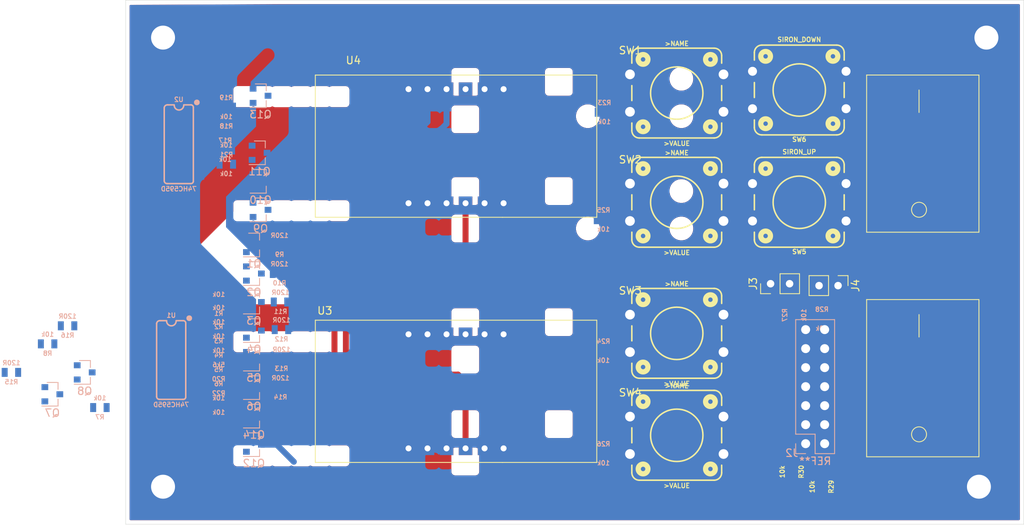
<source format=kicad_pcb>
(kicad_pcb (version 20171130) (host pcbnew "(5.1.5)-3")

  (general
    (thickness 1.6)
    (drawings 16)
    (tracks 59)
    (zones 0)
    (modules 57)
    (nets 65)
  )

  (page A4)
  (layers
    (0 F.Cu signal)
    (31 B.Cu signal)
    (32 B.Adhes user hide)
    (33 F.Adhes user hide)
    (34 B.Paste user hide)
    (35 F.Paste user hide)
    (36 B.SilkS user)
    (37 F.SilkS user)
    (38 B.Mask user hide)
    (39 F.Mask user hide)
    (40 Dwgs.User user)
    (41 Cmts.User user)
    (42 Eco1.User user)
    (43 Eco2.User user)
    (44 Edge.Cuts user)
    (45 Margin user)
    (46 B.CrtYd user)
    (47 F.CrtYd user)
    (48 B.Fab user)
    (49 F.Fab user)
  )

  (setup
    (last_trace_width 0.25)
    (user_trace_width 0.4)
    (user_trace_width 0.5)
    (user_trace_width 0.6)
    (user_trace_width 0.7)
    (user_trace_width 0.8)
    (user_trace_width 0.9)
    (user_trace_width 1)
    (user_trace_width 1.1)
    (user_trace_width 1.2)
    (user_trace_width 1.3)
    (user_trace_width 1.4)
    (user_trace_width 1.5)
    (user_trace_width 1.8)
    (user_trace_width 2)
    (user_trace_width 2.2)
    (trace_clearance 0.5)
    (zone_clearance 0.508)
    (zone_45_only no)
    (trace_min 0.2)
    (via_size 0.8)
    (via_drill 0.4)
    (via_min_size 0.4)
    (via_min_drill 0.3)
    (user_via 1.2 0.5)
    (user_via 1.7 0.6)
    (user_via 4 2.2)
    (user_via 7 3.2)
    (uvia_size 0.3)
    (uvia_drill 0.1)
    (uvias_allowed no)
    (uvia_min_size 0.2)
    (uvia_min_drill 0.1)
    (edge_width 0.05)
    (segment_width 0.2)
    (pcb_text_width 0.3)
    (pcb_text_size 1.5 1.5)
    (mod_edge_width 0.12)
    (mod_text_size 1 1)
    (mod_text_width 0.15)
    (pad_size 1.524 1.524)
    (pad_drill 0.762)
    (pad_to_mask_clearance 0.051)
    (solder_mask_min_width 0.25)
    (aux_axis_origin 0 0)
    (visible_elements 7FFFFFFF)
    (pcbplotparams
      (layerselection 0x010fc_ffffffff)
      (usegerberextensions false)
      (usegerberattributes false)
      (usegerberadvancedattributes false)
      (creategerberjobfile false)
      (excludeedgelayer true)
      (linewidth 0.100000)
      (plotframeref false)
      (viasonmask false)
      (mode 1)
      (useauxorigin false)
      (hpglpennumber 1)
      (hpglpenspeed 20)
      (hpglpendiameter 15.000000)
      (psnegative false)
      (psa4output false)
      (plotreference true)
      (plotvalue true)
      (plotinvisibletext false)
      (padsonsilk false)
      (subtractmaskfromsilk false)
      (outputformat 1)
      (mirror false)
      (drillshape 1)
      (scaleselection 1)
      (outputdirectory ""))
  )

  (net 0 "")
  (net 1 HOTAIR_UP_SW)
  (net 2 HOTAIR_DOWN_SW)
  (net 3 SOLDER_UP_SW)
  (net 4 SOLDER_DOWN_SW)
  (net 5 HOTAIR_ON_SW)
  (net 6 SOLDER_ON_SW)
  (net 7 GND)
  (net 8 7SEG_LATCH)
  (net 9 7SEG_CLK)
  (net 10 7SEG_DIN)
  (net 11 +3V3)
  (net 12 "Net-(Q1-Pad3)")
  (net 13 "Net-(Q1-Pad1)")
  (net 14 "Net-(Q2-Pad3)")
  (net 15 "Net-(Q2-Pad1)")
  (net 16 "Net-(Q3-Pad3)")
  (net 17 "Net-(Q3-Pad1)")
  (net 18 "Net-(Q4-Pad3)")
  (net 19 "Net-(Q4-Pad1)")
  (net 20 "Net-(Q5-Pad3)")
  (net 21 "Net-(Q5-Pad1)")
  (net 22 "Net-(Q6-Pad3)")
  (net 23 "Net-(Q6-Pad1)")
  (net 24 "Net-(Q7-Pad3)")
  (net 25 "Net-(Q7-Pad1)")
  (net 26 "Net-(Q8-Pad3)")
  (net 27 "Net-(Q8-Pad1)")
  (net 28 "Net-(Q9-Pad3)")
  (net 29 "Net-(Q9-Pad1)")
  (net 30 "Net-(Q10-Pad3)")
  (net 31 "Net-(Q10-Pad1)")
  (net 32 "Net-(Q11-Pad3)")
  (net 33 "Net-(Q11-Pad1)")
  (net 34 "Net-(Q12-Pad3)")
  (net 35 "Net-(Q12-Pad1)")
  (net 36 "Net-(Q13-Pad3)")
  (net 37 "Net-(Q13-Pad1)")
  (net 38 "Net-(Q14-Pad3)")
  (net 39 "Net-(Q14-Pad1)")
  (net 40 "Net-(R9-Pad2)")
  (net 41 "Net-(R10-Pad2)")
  (net 42 "Net-(R11-Pad2)")
  (net 43 "Net-(R12-Pad2)")
  (net 44 "Net-(R13-Pad2)")
  (net 45 "Net-(R14-Pad2)")
  (net 46 "Net-(R15-Pad2)")
  (net 47 "Net-(R16-Pad2)")
  (net 48 "Net-(U1-Pad9)")
  (net 49 SEG_DP)
  (net 50 SEG_G)
  (net 51 SEG_F)
  (net 52 SEG_E)
  (net 53 SEG_D)
  (net 54 SEG_C)
  (net 55 SEG_B)
  (net 56 SEG_A)
  (net 57 IRON_DIG2)
  (net 58 IRON_DIG3)
  (net 59 HOTAIR_DIG2)
  (net 60 HOTAIR_DIG3)
  (net 61 IRON_DIG1)
  (net 62 HOTAIR_DIG1)
  (net 63 HOTAIR_FAN_UP_SW)
  (net 64 HOTAIR_FAN_DOWN_SW)

  (net_class Default "To jest domyślna klasa połączeń."
    (clearance 0.5)
    (trace_width 0.25)
    (via_dia 0.8)
    (via_drill 0.4)
    (uvia_dia 0.3)
    (uvia_drill 0.1)
    (add_net +3V3)
    (add_net 7SEG_CLK)
    (add_net 7SEG_DIN)
    (add_net 7SEG_LATCH)
    (add_net GND)
    (add_net HOTAIR_DIG1)
    (add_net HOTAIR_DIG2)
    (add_net HOTAIR_DIG3)
    (add_net HOTAIR_DOWN_SW)
    (add_net HOTAIR_FAN_DOWN_SW)
    (add_net HOTAIR_FAN_UP_SW)
    (add_net HOTAIR_ON_SW)
    (add_net HOTAIR_UP_SW)
    (add_net IRON_DIG1)
    (add_net IRON_DIG2)
    (add_net IRON_DIG3)
    (add_net "Net-(Q1-Pad1)")
    (add_net "Net-(Q1-Pad3)")
    (add_net "Net-(Q10-Pad1)")
    (add_net "Net-(Q10-Pad3)")
    (add_net "Net-(Q11-Pad1)")
    (add_net "Net-(Q11-Pad3)")
    (add_net "Net-(Q12-Pad1)")
    (add_net "Net-(Q12-Pad3)")
    (add_net "Net-(Q13-Pad1)")
    (add_net "Net-(Q13-Pad3)")
    (add_net "Net-(Q14-Pad1)")
    (add_net "Net-(Q14-Pad3)")
    (add_net "Net-(Q2-Pad1)")
    (add_net "Net-(Q2-Pad3)")
    (add_net "Net-(Q3-Pad1)")
    (add_net "Net-(Q3-Pad3)")
    (add_net "Net-(Q4-Pad1)")
    (add_net "Net-(Q4-Pad3)")
    (add_net "Net-(Q5-Pad1)")
    (add_net "Net-(Q5-Pad3)")
    (add_net "Net-(Q6-Pad1)")
    (add_net "Net-(Q6-Pad3)")
    (add_net "Net-(Q7-Pad1)")
    (add_net "Net-(Q7-Pad3)")
    (add_net "Net-(Q8-Pad1)")
    (add_net "Net-(Q8-Pad3)")
    (add_net "Net-(Q9-Pad1)")
    (add_net "Net-(Q9-Pad3)")
    (add_net "Net-(R10-Pad2)")
    (add_net "Net-(R11-Pad2)")
    (add_net "Net-(R12-Pad2)")
    (add_net "Net-(R13-Pad2)")
    (add_net "Net-(R14-Pad2)")
    (add_net "Net-(R15-Pad2)")
    (add_net "Net-(R16-Pad2)")
    (add_net "Net-(R9-Pad2)")
    (add_net "Net-(U1-Pad9)")
    (add_net "Net-(U2-Pad6)")
    (add_net "Net-(U2-Pad7)")
    (add_net "Net-(U2-Pad9)")
    (add_net SEG_A)
    (add_net SEG_B)
    (add_net SEG_C)
    (add_net SEG_D)
    (add_net SEG_DP)
    (add_net SEG_E)
    (add_net SEG_F)
    (add_net SEG_G)
    (add_net SOLDER_DOWN_SW)
    (add_net SOLDER_ON_SW)
    (add_net SOLDER_UP_SW)
  )

  (module Switches:TACTILE_SWITCH_PTH_12MM (layer F.Cu) (tedit 200000) (tstamp 5F8DA9D3)
    (at 189 36 180)
    (descr "MOMENTARY SWITCH (PUSHBUTTON) - SPST - PTH, 12MM SQUARE")
    (tags "MOMENTARY SWITCH (PUSHBUTTON) - SPST - PTH, 12MM SQUARE")
    (path /5F8FF5F6)
    (attr virtual)
    (fp_text reference SW6 (at 0 -6.604) (layer F.SilkS)
      (effects (font (size 0.6096 0.6096) (thickness 0.127)))
    )
    (fp_text value SIRON_DOWN (at 0 6.731) (layer F.SilkS)
      (effects (font (size 0.6096 0.6096) (thickness 0.127)))
    )
    (fp_arc (start -4.99872 4.99872) (end -4.99872 5.99948) (angle 90) (layer F.SilkS) (width 0.2032))
    (fp_arc (start 4.99872 4.99872) (end 5.99948 4.99872) (angle 90) (layer F.SilkS) (width 0.2032))
    (fp_arc (start 4.99872 -4.99872) (end 4.99872 -5.99948) (angle 90) (layer F.SilkS) (width 0.2032))
    (fp_arc (start -4.99872 -4.99872) (end -5.99948 -4.99872) (angle 90) (layer F.SilkS) (width 0.2032))
    (fp_circle (center -4.49834 4.49834) (end -4.49834 4.19862) (layer F.SilkS) (width 0.6985))
    (fp_circle (center 4.49834 4.49834) (end 4.49834 4.19862) (layer F.SilkS) (width 0.6985))
    (fp_circle (center 4.49834 -4.49834) (end 4.49834 -4.79806) (layer F.SilkS) (width 0.6985))
    (fp_circle (center -4.49834 -4.49834) (end -4.49834 -4.79806) (layer F.SilkS) (width 0.6985))
    (fp_circle (center 0 0) (end 0 -3.49758) (layer F.SilkS) (width 0.2032))
    (fp_line (start -5.99948 0.99822) (end -5.99948 -0.99822) (layer F.SilkS) (width 0.2032))
    (fp_line (start -5.99948 4.99872) (end -5.99948 3.99796) (layer F.SilkS) (width 0.2032))
    (fp_line (start 4.99872 5.99948) (end -4.99872 5.99948) (layer F.SilkS) (width 0.2032))
    (fp_line (start 5.99948 3.99796) (end 5.99948 4.99872) (layer F.SilkS) (width 0.2032))
    (fp_line (start 5.99948 -0.99822) (end 5.99948 0.99822) (layer F.SilkS) (width 0.2032))
    (fp_line (start 5.99948 -4.99872) (end 5.99948 -3.99796) (layer F.SilkS) (width 0.2032))
    (fp_line (start -4.99872 -5.99948) (end 4.99872 -5.99948) (layer F.SilkS) (width 0.2032))
    (fp_line (start -5.99948 -3.99796) (end -5.99948 -4.99872) (layer F.SilkS) (width 0.2032))
    (fp_line (start 4.99872 -0.19812) (end 4.99872 -0.99822) (layer Dwgs.User) (width 0.2032))
    (fp_line (start 4.99872 0.6985) (end 4.49834 0.19812) (layer Dwgs.User) (width 0.2032))
    (fp_line (start 4.99872 1.29794) (end 4.99872 0.6985) (layer Dwgs.User) (width 0.2032))
    (pad 4 thru_hole circle (at -6.2484 -2.49936 180) (size 2.159 2.159) (drill 1.19888) (layers *.Cu *.Mask)
      (solder_mask_margin 0.1016))
    (pad 3 thru_hole circle (at 6.2484 -2.49936 180) (size 2.159 2.159) (drill 1.19888) (layers *.Cu *.Mask)
      (solder_mask_margin 0.1016))
    (pad 2 thru_hole circle (at -6.2484 2.49936 180) (size 2.159 2.159) (drill 1.19888) (layers *.Cu *.Mask)
      (net 64 HOTAIR_FAN_DOWN_SW) (solder_mask_margin 0.1016))
    (pad 1 thru_hole circle (at 6.2484 2.49936 180) (size 2.159 2.159) (drill 1.19888) (layers *.Cu *.Mask)
      (net 7 GND) (solder_mask_margin 0.1016))
  )

  (module Switches:TACTILE_SWITCH_PTH_12MM (layer F.Cu) (tedit 200000) (tstamp 5F8DA9B7)
    (at 189 51 180)
    (descr "MOMENTARY SWITCH (PUSHBUTTON) - SPST - PTH, 12MM SQUARE")
    (tags "MOMENTARY SWITCH (PUSHBUTTON) - SPST - PTH, 12MM SQUARE")
    (path /5F8FF5F0)
    (attr virtual)
    (fp_text reference SW5 (at 0 -6.604) (layer F.SilkS)
      (effects (font (size 0.6096 0.6096) (thickness 0.127)))
    )
    (fp_text value SIRON_UP (at 0 6.731) (layer F.SilkS)
      (effects (font (size 0.6096 0.6096) (thickness 0.127)))
    )
    (fp_arc (start -4.99872 4.99872) (end -4.99872 5.99948) (angle 90) (layer F.SilkS) (width 0.2032))
    (fp_arc (start 4.99872 4.99872) (end 5.99948 4.99872) (angle 90) (layer F.SilkS) (width 0.2032))
    (fp_arc (start 4.99872 -4.99872) (end 4.99872 -5.99948) (angle 90) (layer F.SilkS) (width 0.2032))
    (fp_arc (start -4.99872 -4.99872) (end -5.99948 -4.99872) (angle 90) (layer F.SilkS) (width 0.2032))
    (fp_circle (center -4.49834 4.49834) (end -4.49834 4.19862) (layer F.SilkS) (width 0.6985))
    (fp_circle (center 4.49834 4.49834) (end 4.49834 4.19862) (layer F.SilkS) (width 0.6985))
    (fp_circle (center 4.49834 -4.49834) (end 4.49834 -4.79806) (layer F.SilkS) (width 0.6985))
    (fp_circle (center -4.49834 -4.49834) (end -4.49834 -4.79806) (layer F.SilkS) (width 0.6985))
    (fp_circle (center 0 0) (end 0 -3.49758) (layer F.SilkS) (width 0.2032))
    (fp_line (start -5.99948 0.99822) (end -5.99948 -0.99822) (layer F.SilkS) (width 0.2032))
    (fp_line (start -5.99948 4.99872) (end -5.99948 3.99796) (layer F.SilkS) (width 0.2032))
    (fp_line (start 4.99872 5.99948) (end -4.99872 5.99948) (layer F.SilkS) (width 0.2032))
    (fp_line (start 5.99948 3.99796) (end 5.99948 4.99872) (layer F.SilkS) (width 0.2032))
    (fp_line (start 5.99948 -0.99822) (end 5.99948 0.99822) (layer F.SilkS) (width 0.2032))
    (fp_line (start 5.99948 -4.99872) (end 5.99948 -3.99796) (layer F.SilkS) (width 0.2032))
    (fp_line (start -4.99872 -5.99948) (end 4.99872 -5.99948) (layer F.SilkS) (width 0.2032))
    (fp_line (start -5.99948 -3.99796) (end -5.99948 -4.99872) (layer F.SilkS) (width 0.2032))
    (fp_line (start 4.99872 -0.19812) (end 4.99872 -0.99822) (layer Dwgs.User) (width 0.2032))
    (fp_line (start 4.99872 0.6985) (end 4.49834 0.19812) (layer Dwgs.User) (width 0.2032))
    (fp_line (start 4.99872 1.29794) (end 4.99872 0.6985) (layer Dwgs.User) (width 0.2032))
    (pad 4 thru_hole circle (at -6.2484 -2.49936 180) (size 2.159 2.159) (drill 1.19888) (layers *.Cu *.Mask)
      (solder_mask_margin 0.1016))
    (pad 3 thru_hole circle (at 6.2484 -2.49936 180) (size 2.159 2.159) (drill 1.19888) (layers *.Cu *.Mask)
      (solder_mask_margin 0.1016))
    (pad 2 thru_hole circle (at -6.2484 2.49936 180) (size 2.159 2.159) (drill 1.19888) (layers *.Cu *.Mask)
      (net 63 HOTAIR_FAN_UP_SW) (solder_mask_margin 0.1016))
    (pad 1 thru_hole circle (at 6.2484 2.49936 180) (size 2.159 2.159) (drill 1.19888) (layers *.Cu *.Mask)
      (net 7 GND) (solder_mask_margin 0.1016))
  )

  (module Capacitors:0805 (layer F.Cu) (tedit 200000) (tstamp 5F8DA8B3)
    (at 188 87 270)
    (descr "GENERIC 2012 (0805) PACKAGE")
    (tags "GENERIC 2012 (0805) PACKAGE")
    (path /5F8FF60D)
    (attr smd)
    (fp_text reference R30 (at 0 -1.27 90) (layer F.SilkS)
      (effects (font (size 0.6096 0.6096) (thickness 0.127)))
    )
    (fp_text value 10k (at 0 1.27 90) (layer F.SilkS)
      (effects (font (size 0.6096 0.6096) (thickness 0.127)))
    )
    (fp_line (start -1.4986 0.79756) (end -1.4986 -0.79756) (layer F.CrtYd) (width 0.0508))
    (fp_line (start 1.4986 0.79756) (end -1.4986 0.79756) (layer F.CrtYd) (width 0.0508))
    (fp_line (start 1.4986 -0.79756) (end 1.4986 0.79756) (layer F.CrtYd) (width 0.0508))
    (fp_line (start -1.4986 -0.79756) (end 1.4986 -0.79756) (layer F.CrtYd) (width 0.0508))
    (pad 2 smd rect (at 0.89916 0 270) (size 0.79756 1.19888) (layers F.Cu F.Paste F.Mask)
      (net 11 +3V3) (solder_mask_margin 0.1016))
    (pad 1 smd rect (at -0.89916 0 270) (size 0.79756 1.19888) (layers F.Cu F.Paste F.Mask)
      (net 64 HOTAIR_FAN_DOWN_SW) (solder_mask_margin 0.1016))
  )

  (module Capacitors:0805 (layer F.Cu) (tedit 200000) (tstamp 5F8DA8A9)
    (at 192 89 270)
    (descr "GENERIC 2012 (0805) PACKAGE")
    (tags "GENERIC 2012 (0805) PACKAGE")
    (path /5F8FF607)
    (attr smd)
    (fp_text reference R29 (at 0 -1.27 90) (layer F.SilkS)
      (effects (font (size 0.6096 0.6096) (thickness 0.127)))
    )
    (fp_text value 10k (at 0 1.27 90) (layer F.SilkS)
      (effects (font (size 0.6096 0.6096) (thickness 0.127)))
    )
    (fp_line (start -1.4986 0.79756) (end -1.4986 -0.79756) (layer F.CrtYd) (width 0.0508))
    (fp_line (start 1.4986 0.79756) (end -1.4986 0.79756) (layer F.CrtYd) (width 0.0508))
    (fp_line (start 1.4986 -0.79756) (end 1.4986 0.79756) (layer F.CrtYd) (width 0.0508))
    (fp_line (start -1.4986 -0.79756) (end 1.4986 -0.79756) (layer F.CrtYd) (width 0.0508))
    (pad 2 smd rect (at 0.89916 0 270) (size 0.79756 1.19888) (layers F.Cu F.Paste F.Mask)
      (net 11 +3V3) (solder_mask_margin 0.1016))
    (pad 1 smd rect (at -0.89916 0 270) (size 0.79756 1.19888) (layers F.Cu F.Paste F.Mask)
      (net 63 HOTAIR_FAN_UP_SW) (solder_mask_margin 0.1016))
  )

  (module Package_TO_SOT_SMD:SOT-23 (layer B.Cu) (tedit 5A02FF57) (tstamp 5F845F88)
    (at 93.531 73.725)
    (descr "SOT-23, Standard")
    (tags SOT-23)
    (path /5F8BC457)
    (attr smd)
    (fp_text reference Q8 (at 0 2.5) (layer B.SilkS)
      (effects (font (size 1 1) (thickness 0.15)) (justify mirror))
    )
    (fp_text value BC817 (at 0 -2.5) (layer B.Fab)
      (effects (font (size 1 1) (thickness 0.15)) (justify mirror))
    )
    (fp_line (start 0.76 -1.58) (end -0.7 -1.58) (layer B.SilkS) (width 0.12))
    (fp_line (start 0.76 1.58) (end -1.4 1.58) (layer B.SilkS) (width 0.12))
    (fp_line (start -1.7 -1.75) (end -1.7 1.75) (layer B.CrtYd) (width 0.05))
    (fp_line (start 1.7 -1.75) (end -1.7 -1.75) (layer B.CrtYd) (width 0.05))
    (fp_line (start 1.7 1.75) (end 1.7 -1.75) (layer B.CrtYd) (width 0.05))
    (fp_line (start -1.7 1.75) (end 1.7 1.75) (layer B.CrtYd) (width 0.05))
    (fp_line (start 0.76 1.58) (end 0.76 0.65) (layer B.SilkS) (width 0.12))
    (fp_line (start 0.76 -1.58) (end 0.76 -0.65) (layer B.SilkS) (width 0.12))
    (fp_line (start -0.7 -1.52) (end 0.7 -1.52) (layer B.Fab) (width 0.1))
    (fp_line (start 0.7 1.52) (end 0.7 -1.52) (layer B.Fab) (width 0.1))
    (fp_line (start -0.7 0.95) (end -0.15 1.52) (layer B.Fab) (width 0.1))
    (fp_line (start -0.15 1.52) (end 0.7 1.52) (layer B.Fab) (width 0.1))
    (fp_line (start -0.7 0.95) (end -0.7 -1.5) (layer B.Fab) (width 0.1))
    (fp_text user %R (at 0 0 270) (layer B.Fab)
      (effects (font (size 0.5 0.5) (thickness 0.075)) (justify mirror))
    )
    (pad 3 smd rect (at 1 0) (size 0.9 0.8) (layers B.Cu B.Paste B.Mask)
      (net 26 "Net-(Q8-Pad3)"))
    (pad 2 smd rect (at -1 -0.95) (size 0.9 0.8) (layers B.Cu B.Paste B.Mask)
      (net 7 GND))
    (pad 1 smd rect (at -1 0.95) (size 0.9 0.8) (layers B.Cu B.Paste B.Mask)
      (net 27 "Net-(Q8-Pad1)"))
    (model ${KISYS3DMOD}/Package_TO_SOT_SMD.3dshapes/SOT-23.wrl
      (at (xyz 0 0 0))
      (scale (xyz 1 1 1))
      (rotate (xyz 0 0 0))
    )
  )

  (module My-Footprints:3-digit-7-segment-display (layer F.Cu) (tedit 5F78CDA5) (tstamp 5F7AEA11)
    (at 124.345 34.005)
    (path /5F79E7AA)
    (fp_text reference U4 (at 5.08 -1.9645) (layer F.SilkS)
      (effects (font (size 1 1) (thickness 0.15)))
    )
    (fp_text value 3-dig-7-seg-display-common-anode (at -1 -7.5) (layer F.Fab) hide
      (effects (font (size 1 1) (thickness 0.15)))
    )
    (fp_text user 8.8.8. (at 20 9.4) (layer Dwgs.User)
      (effects (font (size 7 7) (thickness 0.6)))
    )
    (fp_line (start 37.6 0) (end 0 0) (layer F.SilkS) (width 0.12))
    (fp_line (start 37.6 19) (end 37.6 0) (layer F.SilkS) (width 0.12))
    (fp_line (start 25 19) (end 37.6 19) (layer F.SilkS) (width 0.12))
    (fp_line (start 0 19) (end 25 19) (layer F.SilkS) (width 0.12))
    (fp_line (start 0 0) (end 0 19) (layer F.SilkS) (width 0.12))
    (pad 12 thru_hole rect (at 12.45 1.88) (size 1.8 1.8) (drill 0.8) (layers *.Cu *.Mask)
      (net 34 "Net-(Q12-Pad3)"))
    (pad 11 thru_hole rect (at 14.99 1.88) (size 1.8 1.8) (drill 0.8) (layers *.Cu *.Mask)
      (net 47 "Net-(R16-Pad2)"))
    (pad 10 thru_hole rect (at 17.53 1.88) (size 1.8 1.8) (drill 0.8) (layers *.Cu *.Mask)
      (net 42 "Net-(R11-Pad2)"))
    (pad 9 thru_hole rect (at 20.07 1.88) (size 1.8 1.8) (drill 0.8) (layers *.Cu *.Mask)
      (net 36 "Net-(Q13-Pad3)"))
    (pad 8 thru_hole rect (at 22.61 1.88) (size 1.8 1.8) (drill 0.8) (layers *.Cu *.Mask)
      (net 38 "Net-(Q14-Pad3)"))
    (pad 7 thru_hole rect (at 25.15 1.88) (size 1.8 1.8) (drill 0.8) (layers *.Cu *.Mask)
      (net 46 "Net-(R15-Pad2)"))
    (pad 6 thru_hole rect (at 25.15 17.12) (size 1.8 1.8) (drill 0.8) (layers *.Cu *.Mask))
    (pad 5 thru_hole rect (at 22.61 17.12) (size 1.8 1.8) (drill 0.8) (layers *.Cu *.Mask)
      (net 41 "Net-(R10-Pad2)"))
    (pad 4 thru_hole rect (at 20.07 17.12) (size 1.8 1.8) (drill 0.8) (layers *.Cu *.Mask)
      (net 45 "Net-(R14-Pad2)"))
    (pad 3 thru_hole rect (at 17.53 17.12) (size 1.8 1.8) (drill 0.8) (layers *.Cu *.Mask)
      (net 40 "Net-(R9-Pad2)"))
    (pad 2 thru_hole rect (at 14.99 17.12) (size 1.8 1.8) (drill 0.8) (layers *.Cu *.Mask)
      (net 44 "Net-(R13-Pad2)"))
    (pad 1 thru_hole rect (at 12.45 17.12) (size 1.8 1.8) (drill 0.8) (layers *.Cu *.Mask)
      (net 43 "Net-(R12-Pad2)"))
  )

  (module My-Footprints:3-digit-7-segment-display (layer F.Cu) (tedit 5F78CDA5) (tstamp 5F841D4F)
    (at 124.345 66.755)
    (path /5F79D382)
    (fp_text reference U3 (at 1.27 -1.27) (layer F.SilkS)
      (effects (font (size 1 1) (thickness 0.15)))
    )
    (fp_text value My-Footprints:3-digit-7-segment-display (at -1 -7.5) (layer F.Fab) hide
      (effects (font (size 1 1) (thickness 0.15)))
    )
    (fp_text user 8.8.8. (at 20 9.4) (layer Dwgs.User)
      (effects (font (size 7 7) (thickness 0.6)))
    )
    (fp_line (start 37.6 0) (end 0 0) (layer F.SilkS) (width 0.12))
    (fp_line (start 37.6 19) (end 37.6 0) (layer F.SilkS) (width 0.12))
    (fp_line (start 25 19) (end 37.6 19) (layer F.SilkS) (width 0.12))
    (fp_line (start 0 19) (end 25 19) (layer F.SilkS) (width 0.12))
    (fp_line (start 0 0) (end 0 19) (layer F.SilkS) (width 0.12))
    (pad 12 thru_hole rect (at 12.45 1.88) (size 1.8 1.8) (drill 0.8) (layers *.Cu *.Mask)
      (net 28 "Net-(Q9-Pad3)"))
    (pad 11 thru_hole rect (at 14.99 1.88) (size 1.8 1.8) (drill 0.8) (layers *.Cu *.Mask)
      (net 47 "Net-(R16-Pad2)"))
    (pad 10 thru_hole rect (at 17.53 1.88) (size 1.8 1.8) (drill 0.8) (layers *.Cu *.Mask)
      (net 42 "Net-(R11-Pad2)"))
    (pad 9 thru_hole rect (at 20.07 1.88) (size 1.8 1.8) (drill 0.8) (layers *.Cu *.Mask)
      (net 30 "Net-(Q10-Pad3)"))
    (pad 8 thru_hole rect (at 22.61 1.88) (size 1.8 1.8) (drill 0.8) (layers *.Cu *.Mask)
      (net 32 "Net-(Q11-Pad3)"))
    (pad 7 thru_hole rect (at 25.15 1.88) (size 1.8 1.8) (drill 0.8) (layers *.Cu *.Mask)
      (net 46 "Net-(R15-Pad2)"))
    (pad 6 thru_hole rect (at 25.15 17.12) (size 1.8 1.8) (drill 0.8) (layers *.Cu *.Mask))
    (pad 5 thru_hole rect (at 22.61 17.12) (size 1.8 1.8) (drill 0.8) (layers *.Cu *.Mask)
      (net 41 "Net-(R10-Pad2)"))
    (pad 4 thru_hole rect (at 20.07 17.12) (size 1.8 1.8) (drill 0.8) (layers *.Cu *.Mask)
      (net 45 "Net-(R14-Pad2)"))
    (pad 3 thru_hole rect (at 17.53 17.12) (size 1.8 1.8) (drill 0.8) (layers *.Cu *.Mask)
      (net 40 "Net-(R9-Pad2)"))
    (pad 2 thru_hole rect (at 14.99 17.12) (size 1.8 1.8) (drill 0.8) (layers *.Cu *.Mask)
      (net 44 "Net-(R13-Pad2)"))
    (pad 1 thru_hole rect (at 12.45 17.12) (size 1.8 1.8) (drill 0.8) (layers *.Cu *.Mask)
      (net 43 "Net-(R12-Pad2)"))
  )

  (module Silicon-Standard:SO16 (layer B.Cu) (tedit 5961E22B) (tstamp 5F7AE9BE)
    (at 106.104 43.245 270)
    (descr "SOIC, 0.15 INCH WIDTH")
    (tags "SOIC, 0.15 INCH WIDTH")
    (path /5F7A37BF)
    (attr smd)
    (fp_text reference U2 (at -5.969 0 180) (layer B.SilkS)
      (effects (font (size 0.6096 0.6096) (thickness 0.127)) (justify mirror))
    )
    (fp_text value 74HC595D (at 5.969 0 180) (layer B.SilkS)
      (effects (font (size 0.6096 0.6096) (thickness 0.127)) (justify mirror))
    )
    (fp_arc (start -5.207 -0.0254) (end -5.207 0.6096) (angle -180) (layer B.SilkS) (width 0.2032))
    (fp_arc (start -4.92506 -1.61544) (end -4.8768 -1.94564) (angle -90) (layer B.SilkS) (width 0.2032))
    (fp_arc (start 4.8768 1.56464) (end 4.8768 1.94564) (angle -90) (layer B.SilkS) (width 0.2032))
    (fp_arc (start -4.826 1.51384) (end -5.2578 1.46304) (angle -90) (layer B.SilkS) (width 0.2032))
    (fp_arc (start 4.92506 -1.6129) (end 5.2578 -1.56464) (angle -90) (layer B.SilkS) (width 0.2032))
    (fp_line (start -5.2578 -1.6637) (end -5.2578 -0.6604) (layer B.SilkS) (width 0.2032))
    (fp_line (start -5.2578 1.45034) (end -5.2578 0.6096) (layer B.SilkS) (width 0.2032))
    (fp_line (start 5.2578 -1.56464) (end 5.2578 1.56464) (layer B.SilkS) (width 0.2032))
    (fp_line (start -4.8768 -1.94564) (end 4.97586 -1.94564) (layer B.SilkS) (width 0.2032))
    (fp_line (start 4.8768 1.94564) (end -4.8768 1.94564) (layer B.SilkS) (width 0.2032))
    (fp_circle (center -5.588 -2.413) (end -5.461 -2.413) (layer B.SilkS) (width 0.254))
    (fp_circle (center -5.588 -2.413) (end -5.334 -2.413) (layer B.SilkS) (width 0.254))
    (pad 16 smd rect (at -4.445 2.79908 270) (size 0.59944 1.19888) (layers B.Cu B.Paste B.Mask)
      (net 11 +3V3) (solder_mask_margin 0.1016))
    (pad 15 smd rect (at -3.175 2.79908 270) (size 0.59944 1.19888) (layers B.Cu B.Paste B.Mask)
      (net 49 SEG_DP) (solder_mask_margin 0.1016))
    (pad 14 smd rect (at -1.905 2.79908 270) (size 0.59944 1.19888) (layers B.Cu B.Paste B.Mask)
      (net 48 "Net-(U1-Pad9)") (solder_mask_margin 0.1016))
    (pad 13 smd rect (at -0.635 2.79908 270) (size 0.59944 1.19888) (layers B.Cu B.Paste B.Mask)
      (net 7 GND) (solder_mask_margin 0.1016))
    (pad 12 smd rect (at 0.635 2.79908 270) (size 0.59944 1.19888) (layers B.Cu B.Paste B.Mask)
      (net 8 7SEG_LATCH) (solder_mask_margin 0.1016))
    (pad 11 smd rect (at 1.905 2.79908 270) (size 0.59944 1.19888) (layers B.Cu B.Paste B.Mask)
      (net 9 7SEG_CLK) (solder_mask_margin 0.1016))
    (pad 10 smd rect (at 3.175 2.79908 270) (size 0.59944 1.19888) (layers B.Cu B.Paste B.Mask)
      (net 7 GND) (solder_mask_margin 0.1016))
    (pad 9 smd rect (at 4.445 2.79908 270) (size 0.59944 1.19888) (layers B.Cu B.Paste B.Mask)
      (solder_mask_margin 0.1016))
    (pad 8 smd rect (at 4.445 -2.79908 270) (size 0.59944 1.19888) (layers B.Cu B.Paste B.Mask)
      (net 7 GND) (solder_mask_margin 0.1016))
    (pad 7 smd rect (at 3.175 -2.79908 270) (size 0.59944 1.19888) (layers B.Cu B.Paste B.Mask)
      (solder_mask_margin 0.1016))
    (pad 6 smd rect (at 1.905 -2.79908 270) (size 0.59944 1.19888) (layers B.Cu B.Paste B.Mask)
      (solder_mask_margin 0.1016))
    (pad 5 smd rect (at 0.635 -2.79908 270) (size 0.59944 1.19888) (layers B.Cu B.Paste B.Mask)
      (net 58 IRON_DIG3) (solder_mask_margin 0.1016))
    (pad 4 smd rect (at -0.635 -2.79908 270) (size 0.59944 1.19888) (layers B.Cu B.Paste B.Mask)
      (net 57 IRON_DIG2) (solder_mask_margin 0.1016))
    (pad 3 smd rect (at -1.905 -2.79908 270) (size 0.59944 1.19888) (layers B.Cu B.Paste B.Mask)
      (net 61 IRON_DIG1) (solder_mask_margin 0.1016))
    (pad 2 smd rect (at -3.175 -2.79908 270) (size 0.59944 1.19888) (layers B.Cu B.Paste B.Mask)
      (net 50 SEG_G) (solder_mask_margin 0.1016))
    (pad 1 smd rect (at -4.445 -2.79908 270) (size 0.59944 1.19888) (layers B.Cu B.Paste B.Mask)
      (net 51 SEG_F) (solder_mask_margin 0.1016))
  )

  (module Silicon-Standard:SO16 (layer B.Cu) (tedit 5961E22B) (tstamp 5F7AF1CB)
    (at 105.088 72.074 270)
    (descr "SOIC, 0.15 INCH WIDTH")
    (tags "SOIC, 0.15 INCH WIDTH")
    (path /5F7A16CC)
    (attr smd)
    (fp_text reference U1 (at -5.969 0 180) (layer B.SilkS)
      (effects (font (size 0.6096 0.6096) (thickness 0.127)) (justify mirror))
    )
    (fp_text value 74HC595D (at 5.969 0 180) (layer B.SilkS)
      (effects (font (size 0.6096 0.6096) (thickness 0.127)) (justify mirror))
    )
    (fp_arc (start -5.207 -0.0254) (end -5.207 0.6096) (angle -180) (layer B.SilkS) (width 0.2032))
    (fp_arc (start -4.92506 -1.61544) (end -4.8768 -1.94564) (angle -90) (layer B.SilkS) (width 0.2032))
    (fp_arc (start 4.8768 1.56464) (end 4.8768 1.94564) (angle -90) (layer B.SilkS) (width 0.2032))
    (fp_arc (start -4.826 1.51384) (end -5.2578 1.46304) (angle -90) (layer B.SilkS) (width 0.2032))
    (fp_arc (start 4.92506 -1.6129) (end 5.2578 -1.56464) (angle -90) (layer B.SilkS) (width 0.2032))
    (fp_line (start -5.2578 -1.6637) (end -5.2578 -0.6604) (layer B.SilkS) (width 0.2032))
    (fp_line (start -5.2578 1.45034) (end -5.2578 0.6096) (layer B.SilkS) (width 0.2032))
    (fp_line (start 5.2578 -1.56464) (end 5.2578 1.56464) (layer B.SilkS) (width 0.2032))
    (fp_line (start -4.8768 -1.94564) (end 4.97586 -1.94564) (layer B.SilkS) (width 0.2032))
    (fp_line (start 4.8768 1.94564) (end -4.8768 1.94564) (layer B.SilkS) (width 0.2032))
    (fp_circle (center -5.588 -2.413) (end -5.461 -2.413) (layer B.SilkS) (width 0.254))
    (fp_circle (center -5.588 -2.413) (end -5.334 -2.413) (layer B.SilkS) (width 0.254))
    (pad 16 smd rect (at -4.445 2.79908 270) (size 0.59944 1.19888) (layers B.Cu B.Paste B.Mask)
      (net 11 +3V3) (solder_mask_margin 0.1016))
    (pad 15 smd rect (at -3.175 2.79908 270) (size 0.59944 1.19888) (layers B.Cu B.Paste B.Mask)
      (net 56 SEG_A) (solder_mask_margin 0.1016))
    (pad 14 smd rect (at -1.905 2.79908 270) (size 0.59944 1.19888) (layers B.Cu B.Paste B.Mask)
      (net 10 7SEG_DIN) (solder_mask_margin 0.1016))
    (pad 13 smd rect (at -0.635 2.79908 270) (size 0.59944 1.19888) (layers B.Cu B.Paste B.Mask)
      (net 7 GND) (solder_mask_margin 0.1016))
    (pad 12 smd rect (at 0.635 2.79908 270) (size 0.59944 1.19888) (layers B.Cu B.Paste B.Mask)
      (net 8 7SEG_LATCH) (solder_mask_margin 0.1016))
    (pad 11 smd rect (at 1.905 2.79908 270) (size 0.59944 1.19888) (layers B.Cu B.Paste B.Mask)
      (net 9 7SEG_CLK) (solder_mask_margin 0.1016))
    (pad 10 smd rect (at 3.175 2.79908 270) (size 0.59944 1.19888) (layers B.Cu B.Paste B.Mask)
      (net 7 GND) (solder_mask_margin 0.1016))
    (pad 9 smd rect (at 4.445 2.79908 270) (size 0.59944 1.19888) (layers B.Cu B.Paste B.Mask)
      (net 48 "Net-(U1-Pad9)") (solder_mask_margin 0.1016))
    (pad 8 smd rect (at 4.445 -2.79908 270) (size 0.59944 1.19888) (layers B.Cu B.Paste B.Mask)
      (net 7 GND) (solder_mask_margin 0.1016))
    (pad 7 smd rect (at 3.175 -2.79908 270) (size 0.59944 1.19888) (layers B.Cu B.Paste B.Mask)
      (net 62 HOTAIR_DIG1) (solder_mask_margin 0.1016))
    (pad 6 smd rect (at 1.905 -2.79908 270) (size 0.59944 1.19888) (layers B.Cu B.Paste B.Mask)
      (net 59 HOTAIR_DIG2) (solder_mask_margin 0.1016))
    (pad 5 smd rect (at 0.635 -2.79908 270) (size 0.59944 1.19888) (layers B.Cu B.Paste B.Mask)
      (net 60 HOTAIR_DIG3) (solder_mask_margin 0.1016))
    (pad 4 smd rect (at -0.635 -2.79908 270) (size 0.59944 1.19888) (layers B.Cu B.Paste B.Mask)
      (net 52 SEG_E) (solder_mask_margin 0.1016))
    (pad 3 smd rect (at -1.905 -2.79908 270) (size 0.59944 1.19888) (layers B.Cu B.Paste B.Mask)
      (net 53 SEG_D) (solder_mask_margin 0.1016))
    (pad 2 smd rect (at -3.175 -2.79908 270) (size 0.59944 1.19888) (layers B.Cu B.Paste B.Mask)
      (net 54 SEG_C) (solder_mask_margin 0.1016))
    (pad 1 smd rect (at -4.445 -2.79908 270) (size 0.59944 1.19888) (layers B.Cu B.Paste B.Mask)
      (net 55 SEG_B) (solder_mask_margin 0.1016))
  )

  (module My-Footprints:push_button_12mm (layer F.Cu) (tedit 5F7A0BEF) (tstamp 5F841D00)
    (at 166.43 75.93)
    (path /5F7BA8AA)
    (fp_text reference SW4 (at 0 0.5) (layer F.SilkS)
      (effects (font (size 1 1) (thickness 0.15)))
    )
    (fp_text value SIRON_DOWN (at 0 -0.5) (layer F.Fab)
      (effects (font (size 1 1) (thickness 0.15)))
    )
    (fp_text user >VALUE (at 6.2 12.931) (layer F.SilkS)
      (effects (font (size 0.6096 0.6096) (thickness 0.127)))
    )
    (fp_text user >NAME (at 6.2 -0.404) (layer F.SilkS)
      (effects (font (size 0.6096 0.6096) (thickness 0.127)))
    )
    (fp_line (start 11.19872 7.49794) (end 11.19872 6.8985) (layer Dwgs.User) (width 0.2032))
    (fp_line (start 0.20052 2.20204) (end 0.20052 1.20128) (layer F.SilkS) (width 0.2032))
    (fp_line (start 1.20128 0.20052) (end 11.19872 0.20052) (layer F.SilkS) (width 0.2032))
    (fp_line (start 0.20052 11.19872) (end 0.20052 10.19796) (layer F.SilkS) (width 0.2032))
    (fp_circle (center 10.69834 10.69834) (end 10.69834 10.39862) (layer F.SilkS) (width 0.6985))
    (fp_line (start 0.20052 7.19822) (end 0.20052 5.20178) (layer F.SilkS) (width 0.2032))
    (fp_circle (center 6.2 6.2) (end 6.2 2.70242) (layer F.SilkS) (width 0.2032))
    (fp_arc (start 1.20128 11.19872) (end 1.20128 12.19948) (angle 90) (layer F.SilkS) (width 0.2032))
    (fp_line (start 12.19948 5.20178) (end 12.19948 7.19822) (layer F.SilkS) (width 0.2032))
    (fp_line (start 12.19948 1.20128) (end 12.19948 2.20204) (layer F.SilkS) (width 0.2032))
    (fp_line (start 11.19872 12.19948) (end 1.20128 12.19948) (layer F.SilkS) (width 0.2032))
    (fp_circle (center 1.70166 10.69834) (end 1.70166 10.39862) (layer F.SilkS) (width 0.6985))
    (fp_arc (start 11.19872 1.20128) (end 11.19872 0.20052) (angle 90) (layer F.SilkS) (width 0.2032))
    (fp_circle (center 1.70166 1.70166) (end 1.70166 1.40194) (layer F.SilkS) (width 0.6985))
    (fp_arc (start 1.20128 1.20128) (end 0.20052 1.20128) (angle 90) (layer F.SilkS) (width 0.2032))
    (fp_circle (center 10.69834 1.70166) (end 10.69834 1.40194) (layer F.SilkS) (width 0.6985))
    (fp_line (start 11.19872 6.00188) (end 11.19872 5.20178) (layer Dwgs.User) (width 0.2032))
    (fp_line (start 12.19948 10.19796) (end 12.19948 11.19872) (layer F.SilkS) (width 0.2032))
    (fp_arc (start 11.19872 11.19872) (end 12.19948 11.19872) (angle 90) (layer F.SilkS) (width 0.2032))
    (fp_line (start 11.19872 6.8985) (end 10.69834 6.39812) (layer Dwgs.User) (width 0.2032))
    (pad 2 thru_hole rect (at -0.0484 8.69936) (size 2.7 2.7) (drill 1.3) (layers *.Cu *.Mask)
      (net 4 SOLDER_DOWN_SW) (solder_mask_margin 0.1016))
    (pad 3 thru_hole rect (at 12.4484 3.70064) (size 2.7 2.7) (drill 1.3) (layers *.Cu *.Mask)
      (solder_mask_margin 0.1016))
    (pad 4 thru_hole rect (at -0.0484 3.70064) (size 2.7 2.7) (drill 1.3) (layers *.Cu *.Mask)
      (solder_mask_margin 0.1016))
    (pad 1 thru_hole rect (at 12.4484 8.69936) (size 2.7 2.7) (drill 1.3) (layers *.Cu *.Mask)
      (net 7 GND) (solder_mask_margin 0.1016))
  )

  (module My-Footprints:push_button_12mm (layer F.Cu) (tedit 5F7A0BEF) (tstamp 5F841CA9)
    (at 166.43 62.31)
    (path /5F7BA8A4)
    (fp_text reference SW3 (at 0 0.5) (layer F.SilkS)
      (effects (font (size 1 1) (thickness 0.15)))
    )
    (fp_text value SIRON_UP (at 0 -0.5) (layer F.Fab)
      (effects (font (size 1 1) (thickness 0.15)))
    )
    (fp_text user >VALUE (at 6.2 12.931) (layer F.SilkS)
      (effects (font (size 0.6096 0.6096) (thickness 0.127)))
    )
    (fp_text user >NAME (at 6.2 -0.404) (layer F.SilkS)
      (effects (font (size 0.6096 0.6096) (thickness 0.127)))
    )
    (fp_line (start 11.19872 7.49794) (end 11.19872 6.8985) (layer Dwgs.User) (width 0.2032))
    (fp_line (start 0.20052 2.20204) (end 0.20052 1.20128) (layer F.SilkS) (width 0.2032))
    (fp_line (start 1.20128 0.20052) (end 11.19872 0.20052) (layer F.SilkS) (width 0.2032))
    (fp_line (start 0.20052 11.19872) (end 0.20052 10.19796) (layer F.SilkS) (width 0.2032))
    (fp_circle (center 10.69834 10.69834) (end 10.69834 10.39862) (layer F.SilkS) (width 0.6985))
    (fp_line (start 0.20052 7.19822) (end 0.20052 5.20178) (layer F.SilkS) (width 0.2032))
    (fp_circle (center 6.2 6.2) (end 6.2 2.70242) (layer F.SilkS) (width 0.2032))
    (fp_arc (start 1.20128 11.19872) (end 1.20128 12.19948) (angle 90) (layer F.SilkS) (width 0.2032))
    (fp_line (start 12.19948 5.20178) (end 12.19948 7.19822) (layer F.SilkS) (width 0.2032))
    (fp_line (start 12.19948 1.20128) (end 12.19948 2.20204) (layer F.SilkS) (width 0.2032))
    (fp_line (start 11.19872 12.19948) (end 1.20128 12.19948) (layer F.SilkS) (width 0.2032))
    (fp_circle (center 1.70166 10.69834) (end 1.70166 10.39862) (layer F.SilkS) (width 0.6985))
    (fp_arc (start 11.19872 1.20128) (end 11.19872 0.20052) (angle 90) (layer F.SilkS) (width 0.2032))
    (fp_circle (center 1.70166 1.70166) (end 1.70166 1.40194) (layer F.SilkS) (width 0.6985))
    (fp_arc (start 1.20128 1.20128) (end 0.20052 1.20128) (angle 90) (layer F.SilkS) (width 0.2032))
    (fp_circle (center 10.69834 1.70166) (end 10.69834 1.40194) (layer F.SilkS) (width 0.6985))
    (fp_line (start 11.19872 6.00188) (end 11.19872 5.20178) (layer Dwgs.User) (width 0.2032))
    (fp_line (start 12.19948 10.19796) (end 12.19948 11.19872) (layer F.SilkS) (width 0.2032))
    (fp_arc (start 11.19872 11.19872) (end 12.19948 11.19872) (angle 90) (layer F.SilkS) (width 0.2032))
    (fp_line (start 11.19872 6.8985) (end 10.69834 6.39812) (layer Dwgs.User) (width 0.2032))
    (pad 2 thru_hole rect (at -0.0484 8.69936) (size 2.7 2.7) (drill 1.3) (layers *.Cu *.Mask)
      (net 3 SOLDER_UP_SW) (solder_mask_margin 0.1016))
    (pad 3 thru_hole rect (at 12.4484 3.70064) (size 2.7 2.7) (drill 1.3) (layers *.Cu *.Mask)
      (solder_mask_margin 0.1016))
    (pad 4 thru_hole rect (at -0.0484 3.70064) (size 2.7 2.7) (drill 1.3) (layers *.Cu *.Mask)
      (solder_mask_margin 0.1016))
    (pad 1 thru_hole rect (at 12.4484 8.69936) (size 2.7 2.7) (drill 1.3) (layers *.Cu *.Mask)
      (net 7 GND) (solder_mask_margin 0.1016))
  )

  (module My-Footprints:push_button_12mm (layer F.Cu) (tedit 5F7A0BEF) (tstamp 5F841D96)
    (at 166.43 44.8)
    (path /5F7B8E75)
    (fp_text reference SW2 (at 0 0.5) (layer F.SilkS)
      (effects (font (size 1 1) (thickness 0.15)))
    )
    (fp_text value HOTAIR_DOWN (at 0 -0.5) (layer F.Fab)
      (effects (font (size 1 1) (thickness 0.15)))
    )
    (fp_text user >VALUE (at 6.2 12.931) (layer F.SilkS)
      (effects (font (size 0.6096 0.6096) (thickness 0.127)))
    )
    (fp_text user >NAME (at 6.2 -0.404) (layer F.SilkS)
      (effects (font (size 0.6096 0.6096) (thickness 0.127)))
    )
    (fp_line (start 11.19872 7.49794) (end 11.19872 6.8985) (layer Dwgs.User) (width 0.2032))
    (fp_line (start 0.20052 2.20204) (end 0.20052 1.20128) (layer F.SilkS) (width 0.2032))
    (fp_line (start 1.20128 0.20052) (end 11.19872 0.20052) (layer F.SilkS) (width 0.2032))
    (fp_line (start 0.20052 11.19872) (end 0.20052 10.19796) (layer F.SilkS) (width 0.2032))
    (fp_circle (center 10.69834 10.69834) (end 10.69834 10.39862) (layer F.SilkS) (width 0.6985))
    (fp_line (start 0.20052 7.19822) (end 0.20052 5.20178) (layer F.SilkS) (width 0.2032))
    (fp_circle (center 6.2 6.2) (end 6.2 2.70242) (layer F.SilkS) (width 0.2032))
    (fp_arc (start 1.20128 11.19872) (end 1.20128 12.19948) (angle 90) (layer F.SilkS) (width 0.2032))
    (fp_line (start 12.19948 5.20178) (end 12.19948 7.19822) (layer F.SilkS) (width 0.2032))
    (fp_line (start 12.19948 1.20128) (end 12.19948 2.20204) (layer F.SilkS) (width 0.2032))
    (fp_line (start 11.19872 12.19948) (end 1.20128 12.19948) (layer F.SilkS) (width 0.2032))
    (fp_circle (center 1.70166 10.69834) (end 1.70166 10.39862) (layer F.SilkS) (width 0.6985))
    (fp_arc (start 11.19872 1.20128) (end 11.19872 0.20052) (angle 90) (layer F.SilkS) (width 0.2032))
    (fp_circle (center 1.70166 1.70166) (end 1.70166 1.40194) (layer F.SilkS) (width 0.6985))
    (fp_arc (start 1.20128 1.20128) (end 0.20052 1.20128) (angle 90) (layer F.SilkS) (width 0.2032))
    (fp_circle (center 10.69834 1.70166) (end 10.69834 1.40194) (layer F.SilkS) (width 0.6985))
    (fp_line (start 11.19872 6.00188) (end 11.19872 5.20178) (layer Dwgs.User) (width 0.2032))
    (fp_line (start 12.19948 10.19796) (end 12.19948 11.19872) (layer F.SilkS) (width 0.2032))
    (fp_arc (start 11.19872 11.19872) (end 12.19948 11.19872) (angle 90) (layer F.SilkS) (width 0.2032))
    (fp_line (start 11.19872 6.8985) (end 10.69834 6.39812) (layer Dwgs.User) (width 0.2032))
    (pad 2 thru_hole rect (at -0.0484 8.69936) (size 2.7 2.7) (drill 1.3) (layers *.Cu *.Mask)
      (net 2 HOTAIR_DOWN_SW) (solder_mask_margin 0.1016))
    (pad 3 thru_hole rect (at 12.4484 3.70064) (size 2.7 2.7) (drill 1.3) (layers *.Cu *.Mask)
      (solder_mask_margin 0.1016))
    (pad 4 thru_hole rect (at -0.0484 3.70064) (size 2.7 2.7) (drill 1.3) (layers *.Cu *.Mask)
      (solder_mask_margin 0.1016))
    (pad 1 thru_hole rect (at 12.4484 8.69936) (size 2.7 2.7) (drill 1.3) (layers *.Cu *.Mask)
      (net 7 GND) (solder_mask_margin 0.1016))
  )

  (module My-Footprints:push_button_12mm (layer F.Cu) (tedit 5F7A0BEF) (tstamp 5F841C52)
    (at 166.43 30.21)
    (path /5F7B7AE4)
    (fp_text reference SW1 (at 0 0.5) (layer F.SilkS)
      (effects (font (size 1 1) (thickness 0.15)))
    )
    (fp_text value HOTAIR_UP (at 0 -0.5) (layer F.Fab)
      (effects (font (size 1 1) (thickness 0.15)))
    )
    (fp_text user >VALUE (at 6.2 12.931) (layer F.SilkS)
      (effects (font (size 0.6096 0.6096) (thickness 0.127)))
    )
    (fp_text user >NAME (at 6.2 -0.404) (layer F.SilkS)
      (effects (font (size 0.6096 0.6096) (thickness 0.127)))
    )
    (fp_line (start 11.19872 7.49794) (end 11.19872 6.8985) (layer Dwgs.User) (width 0.2032))
    (fp_line (start 0.20052 2.20204) (end 0.20052 1.20128) (layer F.SilkS) (width 0.2032))
    (fp_line (start 1.20128 0.20052) (end 11.19872 0.20052) (layer F.SilkS) (width 0.2032))
    (fp_line (start 0.20052 11.19872) (end 0.20052 10.19796) (layer F.SilkS) (width 0.2032))
    (fp_circle (center 10.69834 10.69834) (end 10.69834 10.39862) (layer F.SilkS) (width 0.6985))
    (fp_line (start 0.20052 7.19822) (end 0.20052 5.20178) (layer F.SilkS) (width 0.2032))
    (fp_circle (center 6.2 6.2) (end 6.2 2.70242) (layer F.SilkS) (width 0.2032))
    (fp_arc (start 1.20128 11.19872) (end 1.20128 12.19948) (angle 90) (layer F.SilkS) (width 0.2032))
    (fp_line (start 12.19948 5.20178) (end 12.19948 7.19822) (layer F.SilkS) (width 0.2032))
    (fp_line (start 12.19948 1.20128) (end 12.19948 2.20204) (layer F.SilkS) (width 0.2032))
    (fp_line (start 11.19872 12.19948) (end 1.20128 12.19948) (layer F.SilkS) (width 0.2032))
    (fp_circle (center 1.70166 10.69834) (end 1.70166 10.39862) (layer F.SilkS) (width 0.6985))
    (fp_arc (start 11.19872 1.20128) (end 11.19872 0.20052) (angle 90) (layer F.SilkS) (width 0.2032))
    (fp_circle (center 1.70166 1.70166) (end 1.70166 1.40194) (layer F.SilkS) (width 0.6985))
    (fp_arc (start 1.20128 1.20128) (end 0.20052 1.20128) (angle 90) (layer F.SilkS) (width 0.2032))
    (fp_circle (center 10.69834 1.70166) (end 10.69834 1.40194) (layer F.SilkS) (width 0.6985))
    (fp_line (start 11.19872 6.00188) (end 11.19872 5.20178) (layer Dwgs.User) (width 0.2032))
    (fp_line (start 12.19948 10.19796) (end 12.19948 11.19872) (layer F.SilkS) (width 0.2032))
    (fp_arc (start 11.19872 11.19872) (end 12.19948 11.19872) (angle 90) (layer F.SilkS) (width 0.2032))
    (fp_line (start 11.19872 6.8985) (end 10.69834 6.39812) (layer Dwgs.User) (width 0.2032))
    (pad 2 thru_hole rect (at -0.0484 8.69936) (size 2.7 2.7) (drill 1.3) (layers *.Cu *.Mask)
      (net 1 HOTAIR_UP_SW) (solder_mask_margin 0.1016))
    (pad 3 thru_hole rect (at 12.4484 3.70064) (size 2.7 2.7) (drill 1.3) (layers *.Cu *.Mask)
      (solder_mask_margin 0.1016))
    (pad 4 thru_hole rect (at -0.0484 3.70064) (size 2.7 2.7) (drill 1.3) (layers *.Cu *.Mask)
      (solder_mask_margin 0.1016))
    (pad 1 thru_hole rect (at 12.4484 8.69936) (size 2.7 2.7) (drill 1.3) (layers *.Cu *.Mask)
      (net 7 GND) (solder_mask_margin 0.1016))
  )

  (module Capacitors:0805 (layer B.Cu) (tedit 200000) (tstamp 5F7AF389)
    (at 192.023 66.578 180)
    (descr "GENERIC 2012 (0805) PACKAGE")
    (tags "GENERIC 2012 (0805) PACKAGE")
    (path /5F7CBF5F)
    (attr smd)
    (fp_text reference R28 (at 0 1.27) (layer B.SilkS)
      (effects (font (size 0.6096 0.6096) (thickness 0.127)) (justify mirror))
    )
    (fp_text value 10k (at 0 -1.27) (layer B.SilkS)
      (effects (font (size 0.6096 0.6096) (thickness 0.127)) (justify mirror))
    )
    (fp_line (start -1.4986 -0.79756) (end -1.4986 0.79756) (layer B.CrtYd) (width 0.0508))
    (fp_line (start 1.4986 -0.79756) (end -1.4986 -0.79756) (layer B.CrtYd) (width 0.0508))
    (fp_line (start 1.4986 0.79756) (end 1.4986 -0.79756) (layer B.CrtYd) (width 0.0508))
    (fp_line (start -1.4986 0.79756) (end 1.4986 0.79756) (layer B.CrtYd) (width 0.0508))
    (pad 2 smd rect (at 0.89916 0 180) (size 0.79756 1.19888) (layers B.Cu B.Paste B.Mask)
      (net 11 +3V3) (solder_mask_margin 0.1016))
    (pad 1 smd rect (at -0.89916 0 180) (size 0.79756 1.19888) (layers B.Cu B.Paste B.Mask)
      (net 6 SOLDER_ON_SW) (solder_mask_margin 0.1016))
  )

  (module Capacitors:0805 (layer B.Cu) (tedit 200000) (tstamp 5F7AF36E)
    (at 188.34 66.07 270)
    (descr "GENERIC 2012 (0805) PACKAGE")
    (tags "GENERIC 2012 (0805) PACKAGE")
    (path /5F7CB509)
    (attr smd)
    (fp_text reference R27 (at 0 1.27 90) (layer B.SilkS)
      (effects (font (size 0.6096 0.6096) (thickness 0.127)) (justify mirror))
    )
    (fp_text value 10k (at 0 -1.27 90) (layer B.SilkS)
      (effects (font (size 0.6096 0.6096) (thickness 0.127)) (justify mirror))
    )
    (fp_line (start -1.4986 -0.79756) (end -1.4986 0.79756) (layer B.CrtYd) (width 0.0508))
    (fp_line (start 1.4986 -0.79756) (end -1.4986 -0.79756) (layer B.CrtYd) (width 0.0508))
    (fp_line (start 1.4986 0.79756) (end 1.4986 -0.79756) (layer B.CrtYd) (width 0.0508))
    (fp_line (start -1.4986 0.79756) (end 1.4986 0.79756) (layer B.CrtYd) (width 0.0508))
    (pad 2 smd rect (at 0.89916 0 270) (size 0.79756 1.19888) (layers B.Cu B.Paste B.Mask)
      (net 11 +3V3) (solder_mask_margin 0.1016))
    (pad 1 smd rect (at -0.89916 0 270) (size 0.79756 1.19888) (layers B.Cu B.Paste B.Mask)
      (net 5 HOTAIR_ON_SW) (solder_mask_margin 0.1016))
  )

  (module Capacitors:0805 (layer B.Cu) (tedit 200000) (tstamp 5F7AEA83)
    (at 162.844 84.566 180)
    (descr "GENERIC 2012 (0805) PACKAGE")
    (tags "GENERIC 2012 (0805) PACKAGE")
    (path /5F7CB1DD)
    (attr smd)
    (fp_text reference R26 (at 0 1.27) (layer B.SilkS)
      (effects (font (size 0.6096 0.6096) (thickness 0.127)) (justify mirror))
    )
    (fp_text value 10k (at 0 -1.27) (layer B.SilkS)
      (effects (font (size 0.6096 0.6096) (thickness 0.127)) (justify mirror))
    )
    (fp_line (start -1.4986 -0.79756) (end -1.4986 0.79756) (layer B.CrtYd) (width 0.0508))
    (fp_line (start 1.4986 -0.79756) (end -1.4986 -0.79756) (layer B.CrtYd) (width 0.0508))
    (fp_line (start 1.4986 0.79756) (end 1.4986 -0.79756) (layer B.CrtYd) (width 0.0508))
    (fp_line (start -1.4986 0.79756) (end 1.4986 0.79756) (layer B.CrtYd) (width 0.0508))
    (pad 2 smd rect (at 0.89916 0 180) (size 0.79756 1.19888) (layers B.Cu B.Paste B.Mask)
      (net 11 +3V3) (solder_mask_margin 0.1016))
    (pad 1 smd rect (at -0.89916 0 180) (size 0.79756 1.19888) (layers B.Cu B.Paste B.Mask)
      (net 4 SOLDER_DOWN_SW) (solder_mask_margin 0.1016))
  )

  (module Capacitors:0805 (layer B.Cu) (tedit 200000) (tstamp 5F7AEA9E)
    (at 162.844 53.324 180)
    (descr "GENERIC 2012 (0805) PACKAGE")
    (tags "GENERIC 2012 (0805) PACKAGE")
    (path /5F7CA1AB)
    (attr smd)
    (fp_text reference R25 (at 0 1.27) (layer B.SilkS)
      (effects (font (size 0.6096 0.6096) (thickness 0.127)) (justify mirror))
    )
    (fp_text value 10k (at 0 -1.27) (layer B.SilkS)
      (effects (font (size 0.6096 0.6096) (thickness 0.127)) (justify mirror))
    )
    (fp_line (start -1.4986 -0.79756) (end -1.4986 0.79756) (layer B.CrtYd) (width 0.0508))
    (fp_line (start 1.4986 -0.79756) (end -1.4986 -0.79756) (layer B.CrtYd) (width 0.0508))
    (fp_line (start 1.4986 0.79756) (end 1.4986 -0.79756) (layer B.CrtYd) (width 0.0508))
    (fp_line (start -1.4986 0.79756) (end 1.4986 0.79756) (layer B.CrtYd) (width 0.0508))
    (pad 2 smd rect (at 0.89916 0 180) (size 0.79756 1.19888) (layers B.Cu B.Paste B.Mask)
      (net 11 +3V3) (solder_mask_margin 0.1016))
    (pad 1 smd rect (at -0.89916 0 180) (size 0.79756 1.19888) (layers B.Cu B.Paste B.Mask)
      (net 2 HOTAIR_DOWN_SW) (solder_mask_margin 0.1016))
  )

  (module Capacitors:0805 (layer B.Cu) (tedit 200000) (tstamp 5F7AEAB9)
    (at 162.844 70.85 180)
    (descr "GENERIC 2012 (0805) PACKAGE")
    (tags "GENERIC 2012 (0805) PACKAGE")
    (path /5F7CA50F)
    (attr smd)
    (fp_text reference R24 (at 0 1.27) (layer B.SilkS)
      (effects (font (size 0.6096 0.6096) (thickness 0.127)) (justify mirror))
    )
    (fp_text value 10k (at 0 -1.27) (layer B.SilkS)
      (effects (font (size 0.6096 0.6096) (thickness 0.127)) (justify mirror))
    )
    (fp_line (start -1.4986 -0.79756) (end -1.4986 0.79756) (layer B.CrtYd) (width 0.0508))
    (fp_line (start 1.4986 -0.79756) (end -1.4986 -0.79756) (layer B.CrtYd) (width 0.0508))
    (fp_line (start 1.4986 0.79756) (end 1.4986 -0.79756) (layer B.CrtYd) (width 0.0508))
    (fp_line (start -1.4986 0.79756) (end 1.4986 0.79756) (layer B.CrtYd) (width 0.0508))
    (pad 2 smd rect (at 0.89916 0 180) (size 0.79756 1.19888) (layers B.Cu B.Paste B.Mask)
      (net 11 +3V3) (solder_mask_margin 0.1016))
    (pad 1 smd rect (at -0.89916 0 180) (size 0.79756 1.19888) (layers B.Cu B.Paste B.Mask)
      (net 3 SOLDER_UP_SW) (solder_mask_margin 0.1016))
  )

  (module Capacitors:0805 (layer B.Cu) (tedit 200000) (tstamp 5F7AEAD4)
    (at 162.971 38.973 180)
    (descr "GENERIC 2012 (0805) PACKAGE")
    (tags "GENERIC 2012 (0805) PACKAGE")
    (path /5F7C9253)
    (attr smd)
    (fp_text reference R23 (at 0 1.27) (layer B.SilkS)
      (effects (font (size 0.6096 0.6096) (thickness 0.127)) (justify mirror))
    )
    (fp_text value 10k (at 0 -1.27) (layer B.SilkS)
      (effects (font (size 0.6096 0.6096) (thickness 0.127)) (justify mirror))
    )
    (fp_line (start -1.4986 -0.79756) (end -1.4986 0.79756) (layer B.CrtYd) (width 0.0508))
    (fp_line (start 1.4986 -0.79756) (end -1.4986 -0.79756) (layer B.CrtYd) (width 0.0508))
    (fp_line (start 1.4986 0.79756) (end 1.4986 -0.79756) (layer B.CrtYd) (width 0.0508))
    (fp_line (start -1.4986 0.79756) (end 1.4986 0.79756) (layer B.CrtYd) (width 0.0508))
    (pad 2 smd rect (at 0.89916 0 180) (size 0.79756 1.19888) (layers B.Cu B.Paste B.Mask)
      (net 11 +3V3) (solder_mask_margin 0.1016))
    (pad 1 smd rect (at -0.89916 0 180) (size 0.79756 1.19888) (layers B.Cu B.Paste B.Mask)
      (net 1 HOTAIR_UP_SW) (solder_mask_margin 0.1016))
  )

  (module Capacitors:0805 (layer B.Cu) (tedit 200000) (tstamp 5F7AEAEF)
    (at 111.438 77.789 180)
    (descr "GENERIC 2012 (0805) PACKAGE")
    (tags "GENERIC 2012 (0805) PACKAGE")
    (path /5F831377)
    (attr smd)
    (fp_text reference R22 (at 0 1.27) (layer B.SilkS)
      (effects (font (size 0.6096 0.6096) (thickness 0.127)) (justify mirror))
    )
    (fp_text value 10k (at 0 -1.27) (layer B.SilkS)
      (effects (font (size 0.6096 0.6096) (thickness 0.127)) (justify mirror))
    )
    (fp_line (start -1.4986 -0.79756) (end -1.4986 0.79756) (layer B.CrtYd) (width 0.0508))
    (fp_line (start 1.4986 -0.79756) (end -1.4986 -0.79756) (layer B.CrtYd) (width 0.0508))
    (fp_line (start 1.4986 0.79756) (end 1.4986 -0.79756) (layer B.CrtYd) (width 0.0508))
    (fp_line (start -1.4986 0.79756) (end 1.4986 0.79756) (layer B.CrtYd) (width 0.0508))
    (pad 2 smd rect (at 0.89916 0 180) (size 0.79756 1.19888) (layers B.Cu B.Paste B.Mask)
      (net 62 HOTAIR_DIG1) (solder_mask_margin 0.1016))
    (pad 1 smd rect (at -0.89916 0 180) (size 0.79756 1.19888) (layers B.Cu B.Paste B.Mask)
      (net 35 "Net-(Q12-Pad1)") (solder_mask_margin 0.1016))
  )

  (module Capacitors:0805 (layer B.Cu) (tedit 200000) (tstamp 5F7AF0AD)
    (at 112.454 45.912 180)
    (descr "GENERIC 2012 (0805) PACKAGE")
    (tags "GENERIC 2012 (0805) PACKAGE")
    (path /5F801C4F)
    (attr smd)
    (fp_text reference R21 (at 0 1.27) (layer B.SilkS)
      (effects (font (size 0.6096 0.6096) (thickness 0.127)) (justify mirror))
    )
    (fp_text value 10k (at 0 -1.27) (layer B.SilkS)
      (effects (font (size 0.6096 0.6096) (thickness 0.127)) (justify mirror))
    )
    (fp_line (start -1.4986 -0.79756) (end -1.4986 0.79756) (layer B.CrtYd) (width 0.0508))
    (fp_line (start 1.4986 -0.79756) (end -1.4986 -0.79756) (layer B.CrtYd) (width 0.0508))
    (fp_line (start 1.4986 0.79756) (end 1.4986 -0.79756) (layer B.CrtYd) (width 0.0508))
    (fp_line (start -1.4986 0.79756) (end 1.4986 0.79756) (layer B.CrtYd) (width 0.0508))
    (pad 2 smd rect (at 0.89916 0 180) (size 0.79756 1.19888) (layers B.Cu B.Paste B.Mask)
      (net 61 IRON_DIG1) (solder_mask_margin 0.1016))
    (pad 1 smd rect (at -0.89916 0 180) (size 0.79756 1.19888) (layers B.Cu B.Paste B.Mask)
      (net 29 "Net-(Q9-Pad1)") (solder_mask_margin 0.1016))
  )

  (module Capacitors:0805 (layer B.Cu) (tedit 200000) (tstamp 5F7AEB0A)
    (at 111.438 75.884 180)
    (descr "GENERIC 2012 (0805) PACKAGE")
    (tags "GENERIC 2012 (0805) PACKAGE")
    (path /5F83136B)
    (attr smd)
    (fp_text reference R20 (at 0 1.27) (layer B.SilkS)
      (effects (font (size 0.6096 0.6096) (thickness 0.127)) (justify mirror))
    )
    (fp_text value 10k (at 0 -1.27) (layer B.SilkS)
      (effects (font (size 0.6096 0.6096) (thickness 0.127)) (justify mirror))
    )
    (fp_line (start -1.4986 -0.79756) (end -1.4986 0.79756) (layer B.CrtYd) (width 0.0508))
    (fp_line (start 1.4986 -0.79756) (end -1.4986 -0.79756) (layer B.CrtYd) (width 0.0508))
    (fp_line (start 1.4986 0.79756) (end 1.4986 -0.79756) (layer B.CrtYd) (width 0.0508))
    (fp_line (start -1.4986 0.79756) (end 1.4986 0.79756) (layer B.CrtYd) (width 0.0508))
    (pad 2 smd rect (at 0.89916 0 180) (size 0.79756 1.19888) (layers B.Cu B.Paste B.Mask)
      (net 60 HOTAIR_DIG3) (solder_mask_margin 0.1016))
    (pad 1 smd rect (at -0.89916 0 180) (size 0.79756 1.19888) (layers B.Cu B.Paste B.Mask)
      (net 39 "Net-(Q14-Pad1)") (solder_mask_margin 0.1016))
  )

  (module Capacitors:0805 (layer B.Cu) (tedit 200000) (tstamp 5F7AEBB8)
    (at 112.44384 38.292 180)
    (descr "GENERIC 2012 (0805) PACKAGE")
    (tags "GENERIC 2012 (0805) PACKAGE")
    (path /5F831371)
    (attr smd)
    (fp_text reference R19 (at 0 1.27) (layer B.SilkS)
      (effects (font (size 0.6096 0.6096) (thickness 0.127)) (justify mirror))
    )
    (fp_text value 10k (at 0 -1.27) (layer B.SilkS)
      (effects (font (size 0.6096 0.6096) (thickness 0.127)) (justify mirror))
    )
    (fp_line (start -1.4986 -0.79756) (end -1.4986 0.79756) (layer B.CrtYd) (width 0.0508))
    (fp_line (start 1.4986 -0.79756) (end -1.4986 -0.79756) (layer B.CrtYd) (width 0.0508))
    (fp_line (start 1.4986 0.79756) (end 1.4986 -0.79756) (layer B.CrtYd) (width 0.0508))
    (fp_line (start -1.4986 0.79756) (end 1.4986 0.79756) (layer B.CrtYd) (width 0.0508))
    (pad 2 smd rect (at 0.89916 0 180) (size 0.79756 1.19888) (layers B.Cu B.Paste B.Mask)
      (net 59 HOTAIR_DIG2) (solder_mask_margin 0.1016))
    (pad 1 smd rect (at -0.89916 0 180) (size 0.79756 1.19888) (layers B.Cu B.Paste B.Mask)
      (net 37 "Net-(Q13-Pad1)") (solder_mask_margin 0.1016))
  )

  (module Capacitors:0805 (layer B.Cu) (tedit 200000) (tstamp 5F7AEB61)
    (at 112.454 42.102 180)
    (descr "GENERIC 2012 (0805) PACKAGE")
    (tags "GENERIC 2012 (0805) PACKAGE")
    (path /5F7FFAC4)
    (attr smd)
    (fp_text reference R18 (at 0 1.27) (layer B.SilkS)
      (effects (font (size 0.6096 0.6096) (thickness 0.127)) (justify mirror))
    )
    (fp_text value 10k (at 0 -1.27) (layer B.SilkS)
      (effects (font (size 0.6096 0.6096) (thickness 0.127)) (justify mirror))
    )
    (fp_line (start -1.4986 -0.79756) (end -1.4986 0.79756) (layer B.CrtYd) (width 0.0508))
    (fp_line (start 1.4986 -0.79756) (end -1.4986 -0.79756) (layer B.CrtYd) (width 0.0508))
    (fp_line (start 1.4986 0.79756) (end 1.4986 -0.79756) (layer B.CrtYd) (width 0.0508))
    (fp_line (start -1.4986 0.79756) (end 1.4986 0.79756) (layer B.CrtYd) (width 0.0508))
    (pad 2 smd rect (at 0.89916 0 180) (size 0.79756 1.19888) (layers B.Cu B.Paste B.Mask)
      (net 58 IRON_DIG3) (solder_mask_margin 0.1016))
    (pad 1 smd rect (at -0.89916 0 180) (size 0.79756 1.19888) (layers B.Cu B.Paste B.Mask)
      (net 33 "Net-(Q11-Pad1)") (solder_mask_margin 0.1016))
  )

  (module Capacitors:0805 (layer B.Cu) (tedit 200000) (tstamp 5F7AEC0F)
    (at 112.31684 44.007 180)
    (descr "GENERIC 2012 (0805) PACKAGE")
    (tags "GENERIC 2012 (0805) PACKAGE")
    (path /5F8015CB)
    (attr smd)
    (fp_text reference R17 (at 0 1.27) (layer B.SilkS)
      (effects (font (size 0.6096 0.6096) (thickness 0.127)) (justify mirror))
    )
    (fp_text value 10k (at 0 -1.27) (layer B.SilkS)
      (effects (font (size 0.6096 0.6096) (thickness 0.127)) (justify mirror))
    )
    (fp_line (start -1.4986 -0.79756) (end -1.4986 0.79756) (layer B.CrtYd) (width 0.0508))
    (fp_line (start 1.4986 -0.79756) (end -1.4986 -0.79756) (layer B.CrtYd) (width 0.0508))
    (fp_line (start 1.4986 0.79756) (end 1.4986 -0.79756) (layer B.CrtYd) (width 0.0508))
    (fp_line (start -1.4986 0.79756) (end 1.4986 0.79756) (layer B.CrtYd) (width 0.0508))
    (pad 2 smd rect (at 0.89916 0 180) (size 0.79756 1.19888) (layers B.Cu B.Paste B.Mask)
      (net 57 IRON_DIG2) (solder_mask_margin 0.1016))
    (pad 1 smd rect (at -0.89916 0 180) (size 0.79756 1.19888) (layers B.Cu B.Paste B.Mask)
      (net 31 "Net-(Q10-Pad1)") (solder_mask_margin 0.1016))
  )

  (module Capacitors:0805 (layer B.Cu) (tedit 200000) (tstamp 5F842EDC)
    (at 91.245 67.502)
    (descr "GENERIC 2012 (0805) PACKAGE")
    (tags "GENERIC 2012 (0805) PACKAGE")
    (path /5F8671AE)
    (attr smd)
    (fp_text reference R16 (at 0 1.27) (layer B.SilkS)
      (effects (font (size 0.6096 0.6096) (thickness 0.127)) (justify mirror))
    )
    (fp_text value 120R (at 0 -1.27) (layer B.SilkS)
      (effects (font (size 0.6096 0.6096) (thickness 0.127)) (justify mirror))
    )
    (fp_line (start -1.4986 -0.79756) (end -1.4986 0.79756) (layer B.CrtYd) (width 0.0508))
    (fp_line (start 1.4986 -0.79756) (end -1.4986 -0.79756) (layer B.CrtYd) (width 0.0508))
    (fp_line (start 1.4986 0.79756) (end 1.4986 -0.79756) (layer B.CrtYd) (width 0.0508))
    (fp_line (start -1.4986 0.79756) (end 1.4986 0.79756) (layer B.CrtYd) (width 0.0508))
    (pad 2 smd rect (at 0.89916 0) (size 0.79756 1.19888) (layers B.Cu B.Paste B.Mask)
      (net 47 "Net-(R16-Pad2)") (solder_mask_margin 0.1016))
    (pad 1 smd rect (at -0.89916 0) (size 0.79756 1.19888) (layers B.Cu B.Paste B.Mask)
      (net 26 "Net-(Q8-Pad3)") (solder_mask_margin 0.1016))
  )

  (module Capacitors:0805 (layer B.Cu) (tedit 200000) (tstamp 5F842F48)
    (at 83.74184 73.725)
    (descr "GENERIC 2012 (0805) PACKAGE")
    (tags "GENERIC 2012 (0805) PACKAGE")
    (path /5F866FF8)
    (attr smd)
    (fp_text reference R15 (at 0 1.27) (layer B.SilkS)
      (effects (font (size 0.6096 0.6096) (thickness 0.127)) (justify mirror))
    )
    (fp_text value 120R (at 0 -1.27) (layer B.SilkS)
      (effects (font (size 0.6096 0.6096) (thickness 0.127)) (justify mirror))
    )
    (fp_line (start -1.4986 -0.79756) (end -1.4986 0.79756) (layer B.CrtYd) (width 0.0508))
    (fp_line (start 1.4986 -0.79756) (end -1.4986 -0.79756) (layer B.CrtYd) (width 0.0508))
    (fp_line (start 1.4986 0.79756) (end 1.4986 -0.79756) (layer B.CrtYd) (width 0.0508))
    (fp_line (start -1.4986 0.79756) (end 1.4986 0.79756) (layer B.CrtYd) (width 0.0508))
    (pad 2 smd rect (at 0.89916 0) (size 0.79756 1.19888) (layers B.Cu B.Paste B.Mask)
      (net 46 "Net-(R15-Pad2)") (solder_mask_margin 0.1016))
    (pad 1 smd rect (at -0.89916 0) (size 0.79756 1.19888) (layers B.Cu B.Paste B.Mask)
      (net 24 "Net-(Q7-Pad3)") (solder_mask_margin 0.1016))
  )

  (module Capacitors:0805 (layer B.Cu) (tedit 200000) (tstamp 5F842F2D)
    (at 119.693 75.757)
    (descr "GENERIC 2012 (0805) PACKAGE")
    (tags "GENERIC 2012 (0805) PACKAGE")
    (path /5F866DF3)
    (attr smd)
    (fp_text reference R14 (at 0 1.27) (layer B.SilkS)
      (effects (font (size 0.6096 0.6096) (thickness 0.127)) (justify mirror))
    )
    (fp_text value 120R (at 0 -1.27) (layer B.SilkS)
      (effects (font (size 0.6096 0.6096) (thickness 0.127)) (justify mirror))
    )
    (fp_line (start -1.4986 -0.79756) (end -1.4986 0.79756) (layer B.CrtYd) (width 0.0508))
    (fp_line (start 1.4986 -0.79756) (end -1.4986 -0.79756) (layer B.CrtYd) (width 0.0508))
    (fp_line (start 1.4986 0.79756) (end 1.4986 -0.79756) (layer B.CrtYd) (width 0.0508))
    (fp_line (start -1.4986 0.79756) (end 1.4986 0.79756) (layer B.CrtYd) (width 0.0508))
    (pad 2 smd rect (at 0.89916 0) (size 0.79756 1.19888) (layers B.Cu B.Paste B.Mask)
      (net 45 "Net-(R14-Pad2)") (solder_mask_margin 0.1016))
    (pad 1 smd rect (at -0.89916 0) (size 0.79756 1.19888) (layers B.Cu B.Paste B.Mask)
      (net 22 "Net-(Q6-Pad3)") (solder_mask_margin 0.1016))
  )

  (module Capacitors:0805 (layer B.Cu) (tedit 200000) (tstamp 5F842EF7)
    (at 119.82 71.947)
    (descr "GENERIC 2012 (0805) PACKAGE")
    (tags "GENERIC 2012 (0805) PACKAGE")
    (path /5F866C03)
    (attr smd)
    (fp_text reference R13 (at 0 1.27) (layer B.SilkS)
      (effects (font (size 0.6096 0.6096) (thickness 0.127)) (justify mirror))
    )
    (fp_text value 120R (at 0 -1.27) (layer B.SilkS)
      (effects (font (size 0.6096 0.6096) (thickness 0.127)) (justify mirror))
    )
    (fp_line (start -1.4986 -0.79756) (end -1.4986 0.79756) (layer B.CrtYd) (width 0.0508))
    (fp_line (start 1.4986 -0.79756) (end -1.4986 -0.79756) (layer B.CrtYd) (width 0.0508))
    (fp_line (start 1.4986 0.79756) (end 1.4986 -0.79756) (layer B.CrtYd) (width 0.0508))
    (fp_line (start -1.4986 0.79756) (end 1.4986 0.79756) (layer B.CrtYd) (width 0.0508))
    (pad 2 smd rect (at 0.89916 0) (size 0.79756 1.19888) (layers B.Cu B.Paste B.Mask)
      (net 44 "Net-(R13-Pad2)") (solder_mask_margin 0.1016))
    (pad 1 smd rect (at -0.89916 0) (size 0.79756 1.19888) (layers B.Cu B.Paste B.Mask)
      (net 20 "Net-(Q5-Pad3)") (solder_mask_margin 0.1016))
  )

  (module Capacitors:0805 (layer B.Cu) (tedit 200000) (tstamp 5F842F12)
    (at 119.82 68.01)
    (descr "GENERIC 2012 (0805) PACKAGE")
    (tags "GENERIC 2012 (0805) PACKAGE")
    (path /5F866A39)
    (attr smd)
    (fp_text reference R12 (at 0 1.27) (layer B.SilkS)
      (effects (font (size 0.6096 0.6096) (thickness 0.127)) (justify mirror))
    )
    (fp_text value 120R (at 0 -1.27) (layer B.SilkS)
      (effects (font (size 0.6096 0.6096) (thickness 0.127)) (justify mirror))
    )
    (fp_line (start -1.4986 -0.79756) (end -1.4986 0.79756) (layer B.CrtYd) (width 0.0508))
    (fp_line (start 1.4986 -0.79756) (end -1.4986 -0.79756) (layer B.CrtYd) (width 0.0508))
    (fp_line (start 1.4986 0.79756) (end 1.4986 -0.79756) (layer B.CrtYd) (width 0.0508))
    (fp_line (start -1.4986 0.79756) (end 1.4986 0.79756) (layer B.CrtYd) (width 0.0508))
    (pad 2 smd rect (at 0.89916 0) (size 0.79756 1.19888) (layers B.Cu B.Paste B.Mask)
      (net 43 "Net-(R12-Pad2)") (solder_mask_margin 0.1016))
    (pad 1 smd rect (at -0.89916 0) (size 0.79756 1.19888) (layers B.Cu B.Paste B.Mask)
      (net 18 "Net-(Q4-Pad3)") (solder_mask_margin 0.1016))
  )

  (module Capacitors:0805 (layer B.Cu) (tedit 200000) (tstamp 5F842F7E)
    (at 119.693 64.327)
    (descr "GENERIC 2012 (0805) PACKAGE")
    (tags "GENERIC 2012 (0805) PACKAGE")
    (path /5F866854)
    (attr smd)
    (fp_text reference R11 (at 0 1.27) (layer B.SilkS)
      (effects (font (size 0.6096 0.6096) (thickness 0.127)) (justify mirror))
    )
    (fp_text value 120R (at 0 -1.27) (layer B.SilkS)
      (effects (font (size 0.6096 0.6096) (thickness 0.127)) (justify mirror))
    )
    (fp_line (start -1.4986 -0.79756) (end -1.4986 0.79756) (layer B.CrtYd) (width 0.0508))
    (fp_line (start 1.4986 -0.79756) (end -1.4986 -0.79756) (layer B.CrtYd) (width 0.0508))
    (fp_line (start 1.4986 0.79756) (end 1.4986 -0.79756) (layer B.CrtYd) (width 0.0508))
    (fp_line (start -1.4986 0.79756) (end 1.4986 0.79756) (layer B.CrtYd) (width 0.0508))
    (pad 2 smd rect (at 0.89916 0) (size 0.79756 1.19888) (layers B.Cu B.Paste B.Mask)
      (net 42 "Net-(R11-Pad2)") (solder_mask_margin 0.1016))
    (pad 1 smd rect (at -0.89916 0) (size 0.79756 1.19888) (layers B.Cu B.Paste B.Mask)
      (net 16 "Net-(Q3-Pad3)") (solder_mask_margin 0.1016))
  )

  (module Capacitors:0805 (layer B.Cu) (tedit 200000) (tstamp 5F842F99)
    (at 119.566 60.517)
    (descr "GENERIC 2012 (0805) PACKAGE")
    (tags "GENERIC 2012 (0805) PACKAGE")
    (path /5F86670E)
    (attr smd)
    (fp_text reference R10 (at 0 1.27) (layer B.SilkS)
      (effects (font (size 0.6096 0.6096) (thickness 0.127)) (justify mirror))
    )
    (fp_text value 120R (at 0 -1.27) (layer B.SilkS)
      (effects (font (size 0.6096 0.6096) (thickness 0.127)) (justify mirror))
    )
    (fp_line (start -1.4986 -0.79756) (end -1.4986 0.79756) (layer B.CrtYd) (width 0.0508))
    (fp_line (start 1.4986 -0.79756) (end -1.4986 -0.79756) (layer B.CrtYd) (width 0.0508))
    (fp_line (start 1.4986 0.79756) (end 1.4986 -0.79756) (layer B.CrtYd) (width 0.0508))
    (fp_line (start -1.4986 0.79756) (end 1.4986 0.79756) (layer B.CrtYd) (width 0.0508))
    (pad 2 smd rect (at 0.89916 0) (size 0.79756 1.19888) (layers B.Cu B.Paste B.Mask)
      (net 41 "Net-(R10-Pad2)") (solder_mask_margin 0.1016))
    (pad 1 smd rect (at -0.89916 0) (size 0.79756 1.19888) (layers B.Cu B.Paste B.Mask)
      (net 14 "Net-(Q2-Pad3)") (solder_mask_margin 0.1016))
  )

  (module Capacitors:0805 (layer B.Cu) (tedit 200000) (tstamp 5F842F63)
    (at 119.566 56.707)
    (descr "GENERIC 2012 (0805) PACKAGE")
    (tags "GENERIC 2012 (0805) PACKAGE")
    (path /5F864714)
    (attr smd)
    (fp_text reference R9 (at 0 1.27) (layer B.SilkS)
      (effects (font (size 0.6096 0.6096) (thickness 0.127)) (justify mirror))
    )
    (fp_text value 120R (at 0 -1.27) (layer B.SilkS)
      (effects (font (size 0.6096 0.6096) (thickness 0.127)) (justify mirror))
    )
    (fp_line (start -1.4986 -0.79756) (end -1.4986 0.79756) (layer B.CrtYd) (width 0.0508))
    (fp_line (start 1.4986 -0.79756) (end -1.4986 -0.79756) (layer B.CrtYd) (width 0.0508))
    (fp_line (start 1.4986 0.79756) (end 1.4986 -0.79756) (layer B.CrtYd) (width 0.0508))
    (fp_line (start -1.4986 0.79756) (end 1.4986 0.79756) (layer B.CrtYd) (width 0.0508))
    (pad 2 smd rect (at 0.89916 0) (size 0.79756 1.19888) (layers B.Cu B.Paste B.Mask)
      (net 40 "Net-(R9-Pad2)") (solder_mask_margin 0.1016))
    (pad 1 smd rect (at -0.89916 0) (size 0.79756 1.19888) (layers B.Cu B.Paste B.Mask)
      (net 12 "Net-(Q1-Pad3)") (solder_mask_margin 0.1016))
  )

  (module Capacitors:0805 (layer B.Cu) (tedit 200000) (tstamp 5F7AEEA0)
    (at 88.578 69.915)
    (descr "GENERIC 2012 (0805) PACKAGE")
    (tags "GENERIC 2012 (0805) PACKAGE")
    (path /5FAAB621)
    (attr smd)
    (fp_text reference R8 (at 0 1.27) (layer B.SilkS)
      (effects (font (size 0.6096 0.6096) (thickness 0.127)) (justify mirror))
    )
    (fp_text value 10k (at 0 -1.27) (layer B.SilkS)
      (effects (font (size 0.6096 0.6096) (thickness 0.127)) (justify mirror))
    )
    (fp_line (start -1.4986 -0.79756) (end -1.4986 0.79756) (layer B.CrtYd) (width 0.0508))
    (fp_line (start 1.4986 -0.79756) (end -1.4986 -0.79756) (layer B.CrtYd) (width 0.0508))
    (fp_line (start 1.4986 0.79756) (end 1.4986 -0.79756) (layer B.CrtYd) (width 0.0508))
    (fp_line (start -1.4986 0.79756) (end 1.4986 0.79756) (layer B.CrtYd) (width 0.0508))
    (pad 2 smd rect (at 0.89916 0) (size 0.79756 1.19888) (layers B.Cu B.Paste B.Mask)
      (net 27 "Net-(Q8-Pad1)") (solder_mask_margin 0.1016))
    (pad 1 smd rect (at -0.89916 0) (size 0.79756 1.19888) (layers B.Cu B.Paste B.Mask)
      (net 56 SEG_A) (solder_mask_margin 0.1016))
  )

  (module Capacitors:0805 (layer B.Cu) (tedit 200000) (tstamp 5F7AEEF1)
    (at 95.563 78.424)
    (descr "GENERIC 2012 (0805) PACKAGE")
    (tags "GENERIC 2012 (0805) PACKAGE")
    (path /5FAAB23C)
    (attr smd)
    (fp_text reference R7 (at 0 1.27) (layer B.SilkS)
      (effects (font (size 0.6096 0.6096) (thickness 0.127)) (justify mirror))
    )
    (fp_text value 10k (at 0 -1.27) (layer B.SilkS)
      (effects (font (size 0.6096 0.6096) (thickness 0.127)) (justify mirror))
    )
    (fp_line (start -1.4986 -0.79756) (end -1.4986 0.79756) (layer B.CrtYd) (width 0.0508))
    (fp_line (start 1.4986 -0.79756) (end -1.4986 -0.79756) (layer B.CrtYd) (width 0.0508))
    (fp_line (start 1.4986 0.79756) (end 1.4986 -0.79756) (layer B.CrtYd) (width 0.0508))
    (fp_line (start -1.4986 0.79756) (end 1.4986 0.79756) (layer B.CrtYd) (width 0.0508))
    (pad 2 smd rect (at 0.89916 0) (size 0.79756 1.19888) (layers B.Cu B.Paste B.Mask)
      (net 25 "Net-(Q7-Pad1)") (solder_mask_margin 0.1016))
    (pad 1 smd rect (at -0.89916 0) (size 0.79756 1.19888) (layers B.Cu B.Paste B.Mask)
      (net 55 SEG_B) (solder_mask_margin 0.1016))
  )

  (module Capacitors:0805 (layer B.Cu) (tedit 200000) (tstamp 5F7AEC60)
    (at 111.438 73.979)
    (descr "GENERIC 2012 (0805) PACKAGE")
    (tags "GENERIC 2012 (0805) PACKAGE")
    (path /5FAAAC4E)
    (attr smd)
    (fp_text reference R6 (at 0 1.27) (layer B.SilkS)
      (effects (font (size 0.6096 0.6096) (thickness 0.127)) (justify mirror))
    )
    (fp_text value 5k6 (at 0 -1.27) (layer B.SilkS)
      (effects (font (size 0.6096 0.6096) (thickness 0.127)) (justify mirror))
    )
    (fp_line (start -1.4986 -0.79756) (end -1.4986 0.79756) (layer B.CrtYd) (width 0.0508))
    (fp_line (start 1.4986 -0.79756) (end -1.4986 -0.79756) (layer B.CrtYd) (width 0.0508))
    (fp_line (start 1.4986 0.79756) (end 1.4986 -0.79756) (layer B.CrtYd) (width 0.0508))
    (fp_line (start -1.4986 0.79756) (end 1.4986 0.79756) (layer B.CrtYd) (width 0.0508))
    (pad 2 smd rect (at 0.89916 0) (size 0.79756 1.19888) (layers B.Cu B.Paste B.Mask)
      (net 23 "Net-(Q6-Pad1)") (solder_mask_margin 0.1016))
    (pad 1 smd rect (at -0.89916 0) (size 0.79756 1.19888) (layers B.Cu B.Paste B.Mask)
      (net 54 SEG_C) (solder_mask_margin 0.1016))
  )

  (module Capacitors:0805 (layer B.Cu) (tedit 200000) (tstamp 5F7AECE7)
    (at 111.438 72.074)
    (descr "GENERIC 2012 (0805) PACKAGE")
    (tags "GENERIC 2012 (0805) PACKAGE")
    (path /5FAAA791)
    (attr smd)
    (fp_text reference R5 (at 0 1.27) (layer B.SilkS)
      (effects (font (size 0.6096 0.6096) (thickness 0.127)) (justify mirror))
    )
    (fp_text value 10k (at 0 -1.27) (layer B.SilkS)
      (effects (font (size 0.6096 0.6096) (thickness 0.127)) (justify mirror))
    )
    (fp_line (start -1.4986 -0.79756) (end -1.4986 0.79756) (layer B.CrtYd) (width 0.0508))
    (fp_line (start 1.4986 -0.79756) (end -1.4986 -0.79756) (layer B.CrtYd) (width 0.0508))
    (fp_line (start 1.4986 0.79756) (end 1.4986 -0.79756) (layer B.CrtYd) (width 0.0508))
    (fp_line (start -1.4986 0.79756) (end 1.4986 0.79756) (layer B.CrtYd) (width 0.0508))
    (pad 2 smd rect (at 0.89916 0) (size 0.79756 1.19888) (layers B.Cu B.Paste B.Mask)
      (net 21 "Net-(Q5-Pad1)") (solder_mask_margin 0.1016))
    (pad 1 smd rect (at -0.89916 0) (size 0.79756 1.19888) (layers B.Cu B.Paste B.Mask)
      (net 53 SEG_D) (solder_mask_margin 0.1016))
  )

  (module Capacitors:0805 (layer B.Cu) (tedit 200000) (tstamp 5F7AEC7B)
    (at 111.438 70.169)
    (descr "GENERIC 2012 (0805) PACKAGE")
    (tags "GENERIC 2012 (0805) PACKAGE")
    (path /5FAAA1B0)
    (attr smd)
    (fp_text reference R4 (at 0 1.27) (layer B.SilkS)
      (effects (font (size 0.6096 0.6096) (thickness 0.127)) (justify mirror))
    )
    (fp_text value 10k (at 0 -1.27) (layer B.SilkS)
      (effects (font (size 0.6096 0.6096) (thickness 0.127)) (justify mirror))
    )
    (fp_line (start -1.4986 -0.79756) (end -1.4986 0.79756) (layer B.CrtYd) (width 0.0508))
    (fp_line (start 1.4986 -0.79756) (end -1.4986 -0.79756) (layer B.CrtYd) (width 0.0508))
    (fp_line (start 1.4986 0.79756) (end 1.4986 -0.79756) (layer B.CrtYd) (width 0.0508))
    (fp_line (start -1.4986 0.79756) (end 1.4986 0.79756) (layer B.CrtYd) (width 0.0508))
    (pad 2 smd rect (at 0.89916 0) (size 0.79756 1.19888) (layers B.Cu B.Paste B.Mask)
      (net 19 "Net-(Q4-Pad1)") (solder_mask_margin 0.1016))
    (pad 1 smd rect (at -0.89916 0) (size 0.79756 1.19888) (layers B.Cu B.Paste B.Mask)
      (net 52 SEG_E) (solder_mask_margin 0.1016))
  )

  (module Capacitors:0805 (layer B.Cu) (tedit 200000) (tstamp 5F7AEF0C)
    (at 111.438 68.264)
    (descr "GENERIC 2012 (0805) PACKAGE")
    (tags "GENERIC 2012 (0805) PACKAGE")
    (path /5FAA9BE6)
    (attr smd)
    (fp_text reference R3 (at 0 1.27) (layer B.SilkS)
      (effects (font (size 0.6096 0.6096) (thickness 0.127)) (justify mirror))
    )
    (fp_text value 10k (at 0 -1.27) (layer B.SilkS)
      (effects (font (size 0.6096 0.6096) (thickness 0.127)) (justify mirror))
    )
    (fp_line (start -1.4986 -0.79756) (end -1.4986 0.79756) (layer B.CrtYd) (width 0.0508))
    (fp_line (start 1.4986 -0.79756) (end -1.4986 -0.79756) (layer B.CrtYd) (width 0.0508))
    (fp_line (start 1.4986 0.79756) (end 1.4986 -0.79756) (layer B.CrtYd) (width 0.0508))
    (fp_line (start -1.4986 0.79756) (end 1.4986 0.79756) (layer B.CrtYd) (width 0.0508))
    (pad 2 smd rect (at 0.89916 0) (size 0.79756 1.19888) (layers B.Cu B.Paste B.Mask)
      (net 17 "Net-(Q3-Pad1)") (solder_mask_margin 0.1016))
    (pad 1 smd rect (at -0.89916 0) (size 0.79756 1.19888) (layers B.Cu B.Paste B.Mask)
      (net 51 SEG_F) (solder_mask_margin 0.1016))
  )

  (module Capacitors:0805 (layer B.Cu) (tedit 200000) (tstamp 5F7AEC96)
    (at 111.438 66.359)
    (descr "GENERIC 2012 (0805) PACKAGE")
    (tags "GENERIC 2012 (0805) PACKAGE")
    (path /5FAA982C)
    (attr smd)
    (fp_text reference R2 (at 0 1.27) (layer B.SilkS)
      (effects (font (size 0.6096 0.6096) (thickness 0.127)) (justify mirror))
    )
    (fp_text value 10k (at 0 -1.27) (layer B.SilkS)
      (effects (font (size 0.6096 0.6096) (thickness 0.127)) (justify mirror))
    )
    (fp_line (start -1.4986 -0.79756) (end -1.4986 0.79756) (layer B.CrtYd) (width 0.0508))
    (fp_line (start 1.4986 -0.79756) (end -1.4986 -0.79756) (layer B.CrtYd) (width 0.0508))
    (fp_line (start 1.4986 0.79756) (end 1.4986 -0.79756) (layer B.CrtYd) (width 0.0508))
    (fp_line (start -1.4986 0.79756) (end 1.4986 0.79756) (layer B.CrtYd) (width 0.0508))
    (pad 2 smd rect (at 0.89916 0) (size 0.79756 1.19888) (layers B.Cu B.Paste B.Mask)
      (net 15 "Net-(Q2-Pad1)") (solder_mask_margin 0.1016))
    (pad 1 smd rect (at -0.89916 0) (size 0.79756 1.19888) (layers B.Cu B.Paste B.Mask)
      (net 50 SEG_G) (solder_mask_margin 0.1016))
  )

  (module Capacitors:0805 (layer B.Cu) (tedit 200000) (tstamp 5F7AEF63)
    (at 111.438 64.581)
    (descr "GENERIC 2012 (0805) PACKAGE")
    (tags "GENERIC 2012 (0805) PACKAGE")
    (path /5FAA91BA)
    (attr smd)
    (fp_text reference R1 (at 0 1.27 180) (layer B.SilkS)
      (effects (font (size 0.6096 0.6096) (thickness 0.127)) (justify mirror))
    )
    (fp_text value 10k (at 0 -1.27 180) (layer B.SilkS)
      (effects (font (size 0.6096 0.6096) (thickness 0.127)) (justify mirror))
    )
    (fp_line (start -1.4986 -0.79756) (end -1.4986 0.79756) (layer B.CrtYd) (width 0.0508))
    (fp_line (start 1.4986 -0.79756) (end -1.4986 -0.79756) (layer B.CrtYd) (width 0.0508))
    (fp_line (start 1.4986 0.79756) (end 1.4986 -0.79756) (layer B.CrtYd) (width 0.0508))
    (fp_line (start -1.4986 0.79756) (end 1.4986 0.79756) (layer B.CrtYd) (width 0.0508))
    (pad 2 smd rect (at 0.89916 0) (size 0.79756 1.19888) (layers B.Cu B.Paste B.Mask)
      (net 13 "Net-(Q1-Pad1)") (solder_mask_margin 0.1016))
    (pad 1 smd rect (at -0.89916 0) (size 0.79756 1.19888) (layers B.Cu B.Paste B.Mask)
      (net 49 SEG_DP) (solder_mask_margin 0.1016))
  )

  (module Package_TO_SOT_SMD:SOT-23 (layer B.Cu) (tedit 5A02FF57) (tstamp 5F8440E0)
    (at 116.137 79.567)
    (descr "SOT-23, Standard")
    (tags SOT-23)
    (path /5F831355)
    (attr smd)
    (fp_text reference Q14 (at 0 2.5 180) (layer B.SilkS)
      (effects (font (size 1 1) (thickness 0.15)) (justify mirror))
    )
    (fp_text value BC807 (at 0 -2.5 180) (layer B.Fab)
      (effects (font (size 1 1) (thickness 0.15)) (justify mirror))
    )
    (fp_line (start 0.76 -1.58) (end -0.7 -1.58) (layer B.SilkS) (width 0.12))
    (fp_line (start 0.76 1.58) (end -1.4 1.58) (layer B.SilkS) (width 0.12))
    (fp_line (start -1.7 -1.75) (end -1.7 1.75) (layer B.CrtYd) (width 0.05))
    (fp_line (start 1.7 -1.75) (end -1.7 -1.75) (layer B.CrtYd) (width 0.05))
    (fp_line (start 1.7 1.75) (end 1.7 -1.75) (layer B.CrtYd) (width 0.05))
    (fp_line (start -1.7 1.75) (end 1.7 1.75) (layer B.CrtYd) (width 0.05))
    (fp_line (start 0.76 1.58) (end 0.76 0.65) (layer B.SilkS) (width 0.12))
    (fp_line (start 0.76 -1.58) (end 0.76 -0.65) (layer B.SilkS) (width 0.12))
    (fp_line (start -0.7 -1.52) (end 0.7 -1.52) (layer B.Fab) (width 0.1))
    (fp_line (start 0.7 1.52) (end 0.7 -1.52) (layer B.Fab) (width 0.1))
    (fp_line (start -0.7 0.95) (end -0.15 1.52) (layer B.Fab) (width 0.1))
    (fp_line (start -0.15 1.52) (end 0.7 1.52) (layer B.Fab) (width 0.1))
    (fp_line (start -0.7 0.95) (end -0.7 -1.5) (layer B.Fab) (width 0.1))
    (fp_text user %R (at 0 0 90) (layer B.Fab)
      (effects (font (size 0.5 0.5) (thickness 0.075)) (justify mirror))
    )
    (pad 3 smd rect (at 1 0) (size 0.9 0.8) (layers B.Cu B.Paste B.Mask)
      (net 38 "Net-(Q14-Pad3)"))
    (pad 2 smd rect (at -1 -0.95) (size 0.9 0.8) (layers B.Cu B.Paste B.Mask)
      (net 11 +3V3))
    (pad 1 smd rect (at -1 0.95) (size 0.9 0.8) (layers B.Cu B.Paste B.Mask)
      (net 39 "Net-(Q14-Pad1)"))
    (model ${KISYS3DMOD}/Package_TO_SOT_SMD.3dshapes/SOT-23.wrl
      (at (xyz 0 0 0))
      (scale (xyz 1 1 1))
      (rotate (xyz 0 0 0))
    )
  )

  (module Package_TO_SOT_SMD:SOT-23 (layer B.Cu) (tedit 5A02FF57) (tstamp 5F7AED0D)
    (at 117.026 36.768)
    (descr "SOT-23, Standard")
    (tags SOT-23)
    (path /5F83134F)
    (attr smd)
    (fp_text reference Q13 (at 0 2.5) (layer B.SilkS)
      (effects (font (size 1 1) (thickness 0.15)) (justify mirror))
    )
    (fp_text value BC807 (at 0 -2.5) (layer B.Fab)
      (effects (font (size 1 1) (thickness 0.15)) (justify mirror))
    )
    (fp_line (start 0.76 -1.58) (end -0.7 -1.58) (layer B.SilkS) (width 0.12))
    (fp_line (start 0.76 1.58) (end -1.4 1.58) (layer B.SilkS) (width 0.12))
    (fp_line (start -1.7 -1.75) (end -1.7 1.75) (layer B.CrtYd) (width 0.05))
    (fp_line (start 1.7 -1.75) (end -1.7 -1.75) (layer B.CrtYd) (width 0.05))
    (fp_line (start 1.7 1.75) (end 1.7 -1.75) (layer B.CrtYd) (width 0.05))
    (fp_line (start -1.7 1.75) (end 1.7 1.75) (layer B.CrtYd) (width 0.05))
    (fp_line (start 0.76 1.58) (end 0.76 0.65) (layer B.SilkS) (width 0.12))
    (fp_line (start 0.76 -1.58) (end 0.76 -0.65) (layer B.SilkS) (width 0.12))
    (fp_line (start -0.7 -1.52) (end 0.7 -1.52) (layer B.Fab) (width 0.1))
    (fp_line (start 0.7 1.52) (end 0.7 -1.52) (layer B.Fab) (width 0.1))
    (fp_line (start -0.7 0.95) (end -0.15 1.52) (layer B.Fab) (width 0.1))
    (fp_line (start -0.15 1.52) (end 0.7 1.52) (layer B.Fab) (width 0.1))
    (fp_line (start -0.7 0.95) (end -0.7 -1.5) (layer B.Fab) (width 0.1))
    (fp_text user %R (at 0 0 270) (layer B.Fab)
      (effects (font (size 0.5 0.5) (thickness 0.075)) (justify mirror))
    )
    (pad 3 smd rect (at 1 0) (size 0.9 0.8) (layers B.Cu B.Paste B.Mask)
      (net 36 "Net-(Q13-Pad3)"))
    (pad 2 smd rect (at -1 -0.95) (size 0.9 0.8) (layers B.Cu B.Paste B.Mask)
      (net 11 +3V3))
    (pad 1 smd rect (at -1 0.95) (size 0.9 0.8) (layers B.Cu B.Paste B.Mask)
      (net 37 "Net-(Q13-Pad1)"))
    (model ${KISYS3DMOD}/Package_TO_SOT_SMD.3dshapes/SOT-23.wrl
      (at (xyz 0 0 0))
      (scale (xyz 1 1 1))
      (rotate (xyz 0 0 0))
    )
  )

  (module Package_TO_SOT_SMD:SOT-23 (layer B.Cu) (tedit 5A02FF57) (tstamp 5F7AEE18)
    (at 116.137 83.377)
    (descr "SOT-23, Standard")
    (tags SOT-23)
    (path /5F831349)
    (attr smd)
    (fp_text reference Q12 (at 0 2.5 180) (layer B.SilkS)
      (effects (font (size 1 1) (thickness 0.15)) (justify mirror))
    )
    (fp_text value BC807 (at 0 -2.5 180) (layer B.Fab)
      (effects (font (size 1 1) (thickness 0.15)) (justify mirror))
    )
    (fp_line (start 0.76 -1.58) (end -0.7 -1.58) (layer B.SilkS) (width 0.12))
    (fp_line (start 0.76 1.58) (end -1.4 1.58) (layer B.SilkS) (width 0.12))
    (fp_line (start -1.7 -1.75) (end -1.7 1.75) (layer B.CrtYd) (width 0.05))
    (fp_line (start 1.7 -1.75) (end -1.7 -1.75) (layer B.CrtYd) (width 0.05))
    (fp_line (start 1.7 1.75) (end 1.7 -1.75) (layer B.CrtYd) (width 0.05))
    (fp_line (start -1.7 1.75) (end 1.7 1.75) (layer B.CrtYd) (width 0.05))
    (fp_line (start 0.76 1.58) (end 0.76 0.65) (layer B.SilkS) (width 0.12))
    (fp_line (start 0.76 -1.58) (end 0.76 -0.65) (layer B.SilkS) (width 0.12))
    (fp_line (start -0.7 -1.52) (end 0.7 -1.52) (layer B.Fab) (width 0.1))
    (fp_line (start 0.7 1.52) (end 0.7 -1.52) (layer B.Fab) (width 0.1))
    (fp_line (start -0.7 0.95) (end -0.15 1.52) (layer B.Fab) (width 0.1))
    (fp_line (start -0.15 1.52) (end 0.7 1.52) (layer B.Fab) (width 0.1))
    (fp_line (start -0.7 0.95) (end -0.7 -1.5) (layer B.Fab) (width 0.1))
    (fp_text user %R (at 0 0 90) (layer B.Fab)
      (effects (font (size 0.5 0.5) (thickness 0.075)) (justify mirror))
    )
    (pad 3 smd rect (at 1 0) (size 0.9 0.8) (layers B.Cu B.Paste B.Mask)
      (net 34 "Net-(Q12-Pad3)"))
    (pad 2 smd rect (at -1 -0.95) (size 0.9 0.8) (layers B.Cu B.Paste B.Mask)
      (net 11 +3V3))
    (pad 1 smd rect (at -1 0.95) (size 0.9 0.8) (layers B.Cu B.Paste B.Mask)
      (net 35 "Net-(Q12-Pad1)"))
    (model ${KISYS3DMOD}/Package_TO_SOT_SMD.3dshapes/SOT-23.wrl
      (at (xyz 0 0 0))
      (scale (xyz 1 1 1))
      (rotate (xyz 0 0 0))
    )
  )

  (module Package_TO_SOT_SMD:SOT-23 (layer B.Cu) (tedit 5A02FF57) (tstamp 5F8442F7)
    (at 116.899 44.388)
    (descr "SOT-23, Standard")
    (tags SOT-23)
    (path /5F7E0DDB)
    (attr smd)
    (fp_text reference Q11 (at 0 2.5) (layer B.SilkS)
      (effects (font (size 1 1) (thickness 0.15)) (justify mirror))
    )
    (fp_text value BC807 (at 0 -2.5) (layer B.Fab)
      (effects (font (size 1 1) (thickness 0.15)) (justify mirror))
    )
    (fp_line (start 0.76 -1.58) (end -0.7 -1.58) (layer B.SilkS) (width 0.12))
    (fp_line (start 0.76 1.58) (end -1.4 1.58) (layer B.SilkS) (width 0.12))
    (fp_line (start -1.7 -1.75) (end -1.7 1.75) (layer B.CrtYd) (width 0.05))
    (fp_line (start 1.7 -1.75) (end -1.7 -1.75) (layer B.CrtYd) (width 0.05))
    (fp_line (start 1.7 1.75) (end 1.7 -1.75) (layer B.CrtYd) (width 0.05))
    (fp_line (start -1.7 1.75) (end 1.7 1.75) (layer B.CrtYd) (width 0.05))
    (fp_line (start 0.76 1.58) (end 0.76 0.65) (layer B.SilkS) (width 0.12))
    (fp_line (start 0.76 -1.58) (end 0.76 -0.65) (layer B.SilkS) (width 0.12))
    (fp_line (start -0.7 -1.52) (end 0.7 -1.52) (layer B.Fab) (width 0.1))
    (fp_line (start 0.7 1.52) (end 0.7 -1.52) (layer B.Fab) (width 0.1))
    (fp_line (start -0.7 0.95) (end -0.15 1.52) (layer B.Fab) (width 0.1))
    (fp_line (start -0.15 1.52) (end 0.7 1.52) (layer B.Fab) (width 0.1))
    (fp_line (start -0.7 0.95) (end -0.7 -1.5) (layer B.Fab) (width 0.1))
    (fp_text user %R (at 0 0 270) (layer B.Fab)
      (effects (font (size 0.5 0.5) (thickness 0.075)) (justify mirror))
    )
    (pad 3 smd rect (at 1 0) (size 0.9 0.8) (layers B.Cu B.Paste B.Mask)
      (net 32 "Net-(Q11-Pad3)"))
    (pad 2 smd rect (at -1 -0.95) (size 0.9 0.8) (layers B.Cu B.Paste B.Mask)
      (net 11 +3V3))
    (pad 1 smd rect (at -1 0.95) (size 0.9 0.8) (layers B.Cu B.Paste B.Mask)
      (net 33 "Net-(Q11-Pad1)"))
    (model ${KISYS3DMOD}/Package_TO_SOT_SMD.3dshapes/SOT-23.wrl
      (at (xyz 0 0 0))
      (scale (xyz 1 1 1))
      (rotate (xyz 0 0 0))
    )
  )

  (module Package_TO_SOT_SMD:SOT-23 (layer B.Cu) (tedit 5A02FF57) (tstamp 5F7AED49)
    (at 117.026 48.198)
    (descr "SOT-23, Standard")
    (tags SOT-23)
    (path /5F7E04CF)
    (attr smd)
    (fp_text reference Q10 (at 0 2.5 180) (layer B.SilkS)
      (effects (font (size 1 1) (thickness 0.15)) (justify mirror))
    )
    (fp_text value BC807 (at 0 -2.5 180) (layer B.Fab)
      (effects (font (size 1 1) (thickness 0.15)) (justify mirror))
    )
    (fp_line (start 0.76 -1.58) (end -0.7 -1.58) (layer B.SilkS) (width 0.12))
    (fp_line (start 0.76 1.58) (end -1.4 1.58) (layer B.SilkS) (width 0.12))
    (fp_line (start -1.7 -1.75) (end -1.7 1.75) (layer B.CrtYd) (width 0.05))
    (fp_line (start 1.7 -1.75) (end -1.7 -1.75) (layer B.CrtYd) (width 0.05))
    (fp_line (start 1.7 1.75) (end 1.7 -1.75) (layer B.CrtYd) (width 0.05))
    (fp_line (start -1.7 1.75) (end 1.7 1.75) (layer B.CrtYd) (width 0.05))
    (fp_line (start 0.76 1.58) (end 0.76 0.65) (layer B.SilkS) (width 0.12))
    (fp_line (start 0.76 -1.58) (end 0.76 -0.65) (layer B.SilkS) (width 0.12))
    (fp_line (start -0.7 -1.52) (end 0.7 -1.52) (layer B.Fab) (width 0.1))
    (fp_line (start 0.7 1.52) (end 0.7 -1.52) (layer B.Fab) (width 0.1))
    (fp_line (start -0.7 0.95) (end -0.15 1.52) (layer B.Fab) (width 0.1))
    (fp_line (start -0.15 1.52) (end 0.7 1.52) (layer B.Fab) (width 0.1))
    (fp_line (start -0.7 0.95) (end -0.7 -1.5) (layer B.Fab) (width 0.1))
    (fp_text user %R (at 0 0 90) (layer B.Fab)
      (effects (font (size 0.5 0.5) (thickness 0.075)) (justify mirror))
    )
    (pad 3 smd rect (at 1 0) (size 0.9 0.8) (layers B.Cu B.Paste B.Mask)
      (net 30 "Net-(Q10-Pad3)"))
    (pad 2 smd rect (at -1 -0.95) (size 0.9 0.8) (layers B.Cu B.Paste B.Mask)
      (net 11 +3V3))
    (pad 1 smd rect (at -1 0.95) (size 0.9 0.8) (layers B.Cu B.Paste B.Mask)
      (net 31 "Net-(Q10-Pad1)"))
    (model ${KISYS3DMOD}/Package_TO_SOT_SMD.3dshapes/SOT-23.wrl
      (at (xyz 0 0 0))
      (scale (xyz 1 1 1))
      (rotate (xyz 0 0 0))
    )
  )

  (module Package_TO_SOT_SMD:SOT-23 (layer B.Cu) (tedit 5A02FF57) (tstamp 5F84603C)
    (at 117.026 52.008)
    (descr "SOT-23, Standard")
    (tags SOT-23)
    (path /5F7DAE3F)
    (attr smd)
    (fp_text reference Q9 (at 0 2.5) (layer B.SilkS)
      (effects (font (size 1 1) (thickness 0.15)) (justify mirror))
    )
    (fp_text value BC807 (at 0 -2.5) (layer B.Fab)
      (effects (font (size 1 1) (thickness 0.15)) (justify mirror))
    )
    (fp_line (start 0.76 -1.58) (end -0.7 -1.58) (layer B.SilkS) (width 0.12))
    (fp_line (start 0.76 1.58) (end -1.4 1.58) (layer B.SilkS) (width 0.12))
    (fp_line (start -1.7 -1.75) (end -1.7 1.75) (layer B.CrtYd) (width 0.05))
    (fp_line (start 1.7 -1.75) (end -1.7 -1.75) (layer B.CrtYd) (width 0.05))
    (fp_line (start 1.7 1.75) (end 1.7 -1.75) (layer B.CrtYd) (width 0.05))
    (fp_line (start -1.7 1.75) (end 1.7 1.75) (layer B.CrtYd) (width 0.05))
    (fp_line (start 0.76 1.58) (end 0.76 0.65) (layer B.SilkS) (width 0.12))
    (fp_line (start 0.76 -1.58) (end 0.76 -0.65) (layer B.SilkS) (width 0.12))
    (fp_line (start -0.7 -1.52) (end 0.7 -1.52) (layer B.Fab) (width 0.1))
    (fp_line (start 0.7 1.52) (end 0.7 -1.52) (layer B.Fab) (width 0.1))
    (fp_line (start -0.7 0.95) (end -0.15 1.52) (layer B.Fab) (width 0.1))
    (fp_line (start -0.15 1.52) (end 0.7 1.52) (layer B.Fab) (width 0.1))
    (fp_line (start -0.7 0.95) (end -0.7 -1.5) (layer B.Fab) (width 0.1))
    (fp_text user %R (at 0 0 270) (layer B.Fab)
      (effects (font (size 0.5 0.5) (thickness 0.075)) (justify mirror))
    )
    (pad 3 smd rect (at 1 0) (size 0.9 0.8) (layers B.Cu B.Paste B.Mask)
      (net 28 "Net-(Q9-Pad3)"))
    (pad 2 smd rect (at -1 -0.95) (size 0.9 0.8) (layers B.Cu B.Paste B.Mask)
      (net 11 +3V3))
    (pad 1 smd rect (at -1 0.95) (size 0.9 0.8) (layers B.Cu B.Paste B.Mask)
      (net 29 "Net-(Q9-Pad1)"))
    (model ${KISYS3DMOD}/Package_TO_SOT_SMD.3dshapes/SOT-23.wrl
      (at (xyz 0 0 0))
      (scale (xyz 1 1 1))
      (rotate (xyz 0 0 0))
    )
  )

  (module Package_TO_SOT_SMD:SOT-23 (layer B.Cu) (tedit 5A02FF57) (tstamp 5F7AED85)
    (at 89.213 76.646)
    (descr "SOT-23, Standard")
    (tags SOT-23)
    (path /5F8BBE6B)
    (attr smd)
    (fp_text reference Q7 (at 0 2.5) (layer B.SilkS)
      (effects (font (size 1 1) (thickness 0.15)) (justify mirror))
    )
    (fp_text value BC817 (at 0 -2.5) (layer B.Fab)
      (effects (font (size 1 1) (thickness 0.15)) (justify mirror))
    )
    (fp_line (start 0.76 -1.58) (end -0.7 -1.58) (layer B.SilkS) (width 0.12))
    (fp_line (start 0.76 1.58) (end -1.4 1.58) (layer B.SilkS) (width 0.12))
    (fp_line (start -1.7 -1.75) (end -1.7 1.75) (layer B.CrtYd) (width 0.05))
    (fp_line (start 1.7 -1.75) (end -1.7 -1.75) (layer B.CrtYd) (width 0.05))
    (fp_line (start 1.7 1.75) (end 1.7 -1.75) (layer B.CrtYd) (width 0.05))
    (fp_line (start -1.7 1.75) (end 1.7 1.75) (layer B.CrtYd) (width 0.05))
    (fp_line (start 0.76 1.58) (end 0.76 0.65) (layer B.SilkS) (width 0.12))
    (fp_line (start 0.76 -1.58) (end 0.76 -0.65) (layer B.SilkS) (width 0.12))
    (fp_line (start -0.7 -1.52) (end 0.7 -1.52) (layer B.Fab) (width 0.1))
    (fp_line (start 0.7 1.52) (end 0.7 -1.52) (layer B.Fab) (width 0.1))
    (fp_line (start -0.7 0.95) (end -0.15 1.52) (layer B.Fab) (width 0.1))
    (fp_line (start -0.15 1.52) (end 0.7 1.52) (layer B.Fab) (width 0.1))
    (fp_line (start -0.7 0.95) (end -0.7 -1.5) (layer B.Fab) (width 0.1))
    (fp_text user %R (at 0 0 270) (layer B.Fab)
      (effects (font (size 0.5 0.5) (thickness 0.075)) (justify mirror))
    )
    (pad 3 smd rect (at 1 0) (size 0.9 0.8) (layers B.Cu B.Paste B.Mask)
      (net 24 "Net-(Q7-Pad3)"))
    (pad 2 smd rect (at -1 -0.95) (size 0.9 0.8) (layers B.Cu B.Paste B.Mask)
      (net 7 GND))
    (pad 1 smd rect (at -1 0.95) (size 0.9 0.8) (layers B.Cu B.Paste B.Mask)
      (net 25 "Net-(Q7-Pad1)"))
    (model ${KISYS3DMOD}/Package_TO_SOT_SMD.3dshapes/SOT-23.wrl
      (at (xyz 0 0 0))
      (scale (xyz 1 1 1))
      (rotate (xyz 0 0 0))
    )
  )

  (module Package_TO_SOT_SMD:SOT-23 (layer B.Cu) (tedit 5A02FF57) (tstamp 5F7AEF89)
    (at 116.137 75.757)
    (descr "SOT-23, Standard")
    (tags SOT-23)
    (path /5F84F95C)
    (attr smd)
    (fp_text reference Q6 (at 0 2.5 180) (layer B.SilkS)
      (effects (font (size 1 1) (thickness 0.15)) (justify mirror))
    )
    (fp_text value BC817 (at 0 -2.5 180) (layer B.Fab)
      (effects (font (size 1 1) (thickness 0.15)) (justify mirror))
    )
    (fp_line (start 0.76 -1.58) (end -0.7 -1.58) (layer B.SilkS) (width 0.12))
    (fp_line (start 0.76 1.58) (end -1.4 1.58) (layer B.SilkS) (width 0.12))
    (fp_line (start -1.7 -1.75) (end -1.7 1.75) (layer B.CrtYd) (width 0.05))
    (fp_line (start 1.7 -1.75) (end -1.7 -1.75) (layer B.CrtYd) (width 0.05))
    (fp_line (start 1.7 1.75) (end 1.7 -1.75) (layer B.CrtYd) (width 0.05))
    (fp_line (start -1.7 1.75) (end 1.7 1.75) (layer B.CrtYd) (width 0.05))
    (fp_line (start 0.76 1.58) (end 0.76 0.65) (layer B.SilkS) (width 0.12))
    (fp_line (start 0.76 -1.58) (end 0.76 -0.65) (layer B.SilkS) (width 0.12))
    (fp_line (start -0.7 -1.52) (end 0.7 -1.52) (layer B.Fab) (width 0.1))
    (fp_line (start 0.7 1.52) (end 0.7 -1.52) (layer B.Fab) (width 0.1))
    (fp_line (start -0.7 0.95) (end -0.15 1.52) (layer B.Fab) (width 0.1))
    (fp_line (start -0.15 1.52) (end 0.7 1.52) (layer B.Fab) (width 0.1))
    (fp_line (start -0.7 0.95) (end -0.7 -1.5) (layer B.Fab) (width 0.1))
    (fp_text user %R (at 0 0 90) (layer B.Fab)
      (effects (font (size 0.5 0.5) (thickness 0.075)) (justify mirror))
    )
    (pad 3 smd rect (at 1 0) (size 0.9 0.8) (layers B.Cu B.Paste B.Mask)
      (net 22 "Net-(Q6-Pad3)"))
    (pad 2 smd rect (at -1 -0.95) (size 0.9 0.8) (layers B.Cu B.Paste B.Mask)
      (net 7 GND))
    (pad 1 smd rect (at -1 0.95) (size 0.9 0.8) (layers B.Cu B.Paste B.Mask)
      (net 23 "Net-(Q6-Pad1)"))
    (model ${KISYS3DMOD}/Package_TO_SOT_SMD.3dshapes/SOT-23.wrl
      (at (xyz 0 0 0))
      (scale (xyz 1 1 1))
      (rotate (xyz 0 0 0))
    )
  )

  (module Package_TO_SOT_SMD:SOT-23 (layer B.Cu) (tedit 5A02FF57) (tstamp 5F7AEB30)
    (at 116.137 71.947)
    (descr "SOT-23, Standard")
    (tags SOT-23)
    (path /5F84F2AD)
    (attr smd)
    (fp_text reference Q5 (at 0 2.5) (layer B.SilkS)
      (effects (font (size 1 1) (thickness 0.15)) (justify mirror))
    )
    (fp_text value BC817 (at 0 -2.5) (layer B.Fab)
      (effects (font (size 1 1) (thickness 0.15)) (justify mirror))
    )
    (fp_line (start 0.76 -1.58) (end -0.7 -1.58) (layer B.SilkS) (width 0.12))
    (fp_line (start 0.76 1.58) (end -1.4 1.58) (layer B.SilkS) (width 0.12))
    (fp_line (start -1.7 -1.75) (end -1.7 1.75) (layer B.CrtYd) (width 0.05))
    (fp_line (start 1.7 -1.75) (end -1.7 -1.75) (layer B.CrtYd) (width 0.05))
    (fp_line (start 1.7 1.75) (end 1.7 -1.75) (layer B.CrtYd) (width 0.05))
    (fp_line (start -1.7 1.75) (end 1.7 1.75) (layer B.CrtYd) (width 0.05))
    (fp_line (start 0.76 1.58) (end 0.76 0.65) (layer B.SilkS) (width 0.12))
    (fp_line (start 0.76 -1.58) (end 0.76 -0.65) (layer B.SilkS) (width 0.12))
    (fp_line (start -0.7 -1.52) (end 0.7 -1.52) (layer B.Fab) (width 0.1))
    (fp_line (start 0.7 1.52) (end 0.7 -1.52) (layer B.Fab) (width 0.1))
    (fp_line (start -0.7 0.95) (end -0.15 1.52) (layer B.Fab) (width 0.1))
    (fp_line (start -0.15 1.52) (end 0.7 1.52) (layer B.Fab) (width 0.1))
    (fp_line (start -0.7 0.95) (end -0.7 -1.5) (layer B.Fab) (width 0.1))
    (fp_text user %R (at 0 0 270) (layer B.Fab)
      (effects (font (size 0.5 0.5) (thickness 0.075)) (justify mirror))
    )
    (pad 3 smd rect (at 1 0) (size 0.9 0.8) (layers B.Cu B.Paste B.Mask)
      (net 20 "Net-(Q5-Pad3)"))
    (pad 2 smd rect (at -1 -0.95) (size 0.9 0.8) (layers B.Cu B.Paste B.Mask)
      (net 7 GND))
    (pad 1 smd rect (at -1 0.95) (size 0.9 0.8) (layers B.Cu B.Paste B.Mask)
      (net 21 "Net-(Q5-Pad1)"))
    (model ${KISYS3DMOD}/Package_TO_SOT_SMD.3dshapes/SOT-23.wrl
      (at (xyz 0 0 0))
      (scale (xyz 1 1 1))
      (rotate (xyz 0 0 0))
    )
  )

  (module Package_TO_SOT_SMD:SOT-23 (layer B.Cu) (tedit 5A02FF57) (tstamp 5F7AEFC5)
    (at 116.137 68.137)
    (descr "SOT-23, Standard")
    (tags SOT-23)
    (path /5F84E64B)
    (attr smd)
    (fp_text reference Q4 (at 0 2.5) (layer B.SilkS)
      (effects (font (size 1 1) (thickness 0.15)) (justify mirror))
    )
    (fp_text value BC817 (at 0 -2.5) (layer B.Fab)
      (effects (font (size 1 1) (thickness 0.15)) (justify mirror))
    )
    (fp_line (start 0.76 -1.58) (end -0.7 -1.58) (layer B.SilkS) (width 0.12))
    (fp_line (start 0.76 1.58) (end -1.4 1.58) (layer B.SilkS) (width 0.12))
    (fp_line (start -1.7 -1.75) (end -1.7 1.75) (layer B.CrtYd) (width 0.05))
    (fp_line (start 1.7 -1.75) (end -1.7 -1.75) (layer B.CrtYd) (width 0.05))
    (fp_line (start 1.7 1.75) (end 1.7 -1.75) (layer B.CrtYd) (width 0.05))
    (fp_line (start -1.7 1.75) (end 1.7 1.75) (layer B.CrtYd) (width 0.05))
    (fp_line (start 0.76 1.58) (end 0.76 0.65) (layer B.SilkS) (width 0.12))
    (fp_line (start 0.76 -1.58) (end 0.76 -0.65) (layer B.SilkS) (width 0.12))
    (fp_line (start -0.7 -1.52) (end 0.7 -1.52) (layer B.Fab) (width 0.1))
    (fp_line (start 0.7 1.52) (end 0.7 -1.52) (layer B.Fab) (width 0.1))
    (fp_line (start -0.7 0.95) (end -0.15 1.52) (layer B.Fab) (width 0.1))
    (fp_line (start -0.15 1.52) (end 0.7 1.52) (layer B.Fab) (width 0.1))
    (fp_line (start -0.7 0.95) (end -0.7 -1.5) (layer B.Fab) (width 0.1))
    (fp_text user %R (at 0 0 270) (layer B.Fab)
      (effects (font (size 0.5 0.5) (thickness 0.075)) (justify mirror))
    )
    (pad 3 smd rect (at 1 0) (size 0.9 0.8) (layers B.Cu B.Paste B.Mask)
      (net 18 "Net-(Q4-Pad3)"))
    (pad 2 smd rect (at -1 -0.95) (size 0.9 0.8) (layers B.Cu B.Paste B.Mask)
      (net 7 GND))
    (pad 1 smd rect (at -1 0.95) (size 0.9 0.8) (layers B.Cu B.Paste B.Mask)
      (net 19 "Net-(Q4-Pad1)"))
    (model ${KISYS3DMOD}/Package_TO_SOT_SMD.3dshapes/SOT-23.wrl
      (at (xyz 0 0 0))
      (scale (xyz 1 1 1))
      (rotate (xyz 0 0 0))
    )
  )

  (module Package_TO_SOT_SMD:SOT-23 (layer B.Cu) (tedit 5A02FF57) (tstamp 5F7AF07C)
    (at 116.137 64.327)
    (descr "SOT-23, Standard")
    (tags SOT-23)
    (path /5F84DFF5)
    (attr smd)
    (fp_text reference Q3 (at 0 2.5) (layer B.SilkS)
      (effects (font (size 1 1) (thickness 0.15)) (justify mirror))
    )
    (fp_text value BC817 (at 0 -2.5) (layer B.Fab)
      (effects (font (size 1 1) (thickness 0.15)) (justify mirror))
    )
    (fp_line (start 0.76 -1.58) (end -0.7 -1.58) (layer B.SilkS) (width 0.12))
    (fp_line (start 0.76 1.58) (end -1.4 1.58) (layer B.SilkS) (width 0.12))
    (fp_line (start -1.7 -1.75) (end -1.7 1.75) (layer B.CrtYd) (width 0.05))
    (fp_line (start 1.7 -1.75) (end -1.7 -1.75) (layer B.CrtYd) (width 0.05))
    (fp_line (start 1.7 1.75) (end 1.7 -1.75) (layer B.CrtYd) (width 0.05))
    (fp_line (start -1.7 1.75) (end 1.7 1.75) (layer B.CrtYd) (width 0.05))
    (fp_line (start 0.76 1.58) (end 0.76 0.65) (layer B.SilkS) (width 0.12))
    (fp_line (start 0.76 -1.58) (end 0.76 -0.65) (layer B.SilkS) (width 0.12))
    (fp_line (start -0.7 -1.52) (end 0.7 -1.52) (layer B.Fab) (width 0.1))
    (fp_line (start 0.7 1.52) (end 0.7 -1.52) (layer B.Fab) (width 0.1))
    (fp_line (start -0.7 0.95) (end -0.15 1.52) (layer B.Fab) (width 0.1))
    (fp_line (start -0.15 1.52) (end 0.7 1.52) (layer B.Fab) (width 0.1))
    (fp_line (start -0.7 0.95) (end -0.7 -1.5) (layer B.Fab) (width 0.1))
    (fp_text user %R (at 0 0 270) (layer B.Fab)
      (effects (font (size 0.5 0.5) (thickness 0.075)) (justify mirror))
    )
    (pad 3 smd rect (at 1 0) (size 0.9 0.8) (layers B.Cu B.Paste B.Mask)
      (net 16 "Net-(Q3-Pad3)"))
    (pad 2 smd rect (at -1 -0.95) (size 0.9 0.8) (layers B.Cu B.Paste B.Mask)
      (net 7 GND))
    (pad 1 smd rect (at -1 0.95) (size 0.9 0.8) (layers B.Cu B.Paste B.Mask)
      (net 17 "Net-(Q3-Pad1)"))
    (model ${KISYS3DMOD}/Package_TO_SOT_SMD.3dshapes/SOT-23.wrl
      (at (xyz 0 0 0))
      (scale (xyz 1 1 1))
      (rotate (xyz 0 0 0))
    )
  )

  (module Package_TO_SOT_SMD:SOT-23 (layer B.Cu) (tedit 5A02FF57) (tstamp 5F807231)
    (at 116.137 60.517)
    (descr "SOT-23, Standard")
    (tags SOT-23)
    (path /5F84D9EF)
    (attr smd)
    (fp_text reference Q2 (at 0 2.5) (layer B.SilkS)
      (effects (font (size 1 1) (thickness 0.15)) (justify mirror))
    )
    (fp_text value BC817 (at 0 -2.5) (layer B.Fab)
      (effects (font (size 1 1) (thickness 0.15)) (justify mirror))
    )
    (fp_line (start 0.76 -1.58) (end -0.7 -1.58) (layer B.SilkS) (width 0.12))
    (fp_line (start 0.76 1.58) (end -1.4 1.58) (layer B.SilkS) (width 0.12))
    (fp_line (start -1.7 -1.75) (end -1.7 1.75) (layer B.CrtYd) (width 0.05))
    (fp_line (start 1.7 -1.75) (end -1.7 -1.75) (layer B.CrtYd) (width 0.05))
    (fp_line (start 1.7 1.75) (end 1.7 -1.75) (layer B.CrtYd) (width 0.05))
    (fp_line (start -1.7 1.75) (end 1.7 1.75) (layer B.CrtYd) (width 0.05))
    (fp_line (start 0.76 1.58) (end 0.76 0.65) (layer B.SilkS) (width 0.12))
    (fp_line (start 0.76 -1.58) (end 0.76 -0.65) (layer B.SilkS) (width 0.12))
    (fp_line (start -0.7 -1.52) (end 0.7 -1.52) (layer B.Fab) (width 0.1))
    (fp_line (start 0.7 1.52) (end 0.7 -1.52) (layer B.Fab) (width 0.1))
    (fp_line (start -0.7 0.95) (end -0.15 1.52) (layer B.Fab) (width 0.1))
    (fp_line (start -0.15 1.52) (end 0.7 1.52) (layer B.Fab) (width 0.1))
    (fp_line (start -0.7 0.95) (end -0.7 -1.5) (layer B.Fab) (width 0.1))
    (fp_text user %R (at 0 0 270) (layer B.Fab)
      (effects (font (size 0.5 0.5) (thickness 0.075)) (justify mirror))
    )
    (pad 3 smd rect (at 1 0) (size 0.9 0.8) (layers B.Cu B.Paste B.Mask)
      (net 14 "Net-(Q2-Pad3)"))
    (pad 2 smd rect (at -1 -0.95) (size 0.9 0.8) (layers B.Cu B.Paste B.Mask)
      (net 7 GND))
    (pad 1 smd rect (at -1 0.95) (size 0.9 0.8) (layers B.Cu B.Paste B.Mask)
      (net 15 "Net-(Q2-Pad1)"))
    (model ${KISYS3DMOD}/Package_TO_SOT_SMD.3dshapes/SOT-23.wrl
      (at (xyz 0 0 0))
      (scale (xyz 1 1 1))
      (rotate (xyz 0 0 0))
    )
  )

  (module Package_TO_SOT_SMD:SOT-23 (layer B.Cu) (tedit 5A02FF57) (tstamp 5F7AF001)
    (at 116.137 56.707)
    (descr "SOT-23, Standard")
    (tags SOT-23)
    (path /5F84B680)
    (attr smd)
    (fp_text reference Q1 (at 0 2.5) (layer B.SilkS)
      (effects (font (size 1 1) (thickness 0.15)) (justify mirror))
    )
    (fp_text value BC817 (at 0 -2.5) (layer B.Fab)
      (effects (font (size 1 1) (thickness 0.15)) (justify mirror))
    )
    (fp_line (start 0.76 -1.58) (end -0.7 -1.58) (layer B.SilkS) (width 0.12))
    (fp_line (start 0.76 1.58) (end -1.4 1.58) (layer B.SilkS) (width 0.12))
    (fp_line (start -1.7 -1.75) (end -1.7 1.75) (layer B.CrtYd) (width 0.05))
    (fp_line (start 1.7 -1.75) (end -1.7 -1.75) (layer B.CrtYd) (width 0.05))
    (fp_line (start 1.7 1.75) (end 1.7 -1.75) (layer B.CrtYd) (width 0.05))
    (fp_line (start -1.7 1.75) (end 1.7 1.75) (layer B.CrtYd) (width 0.05))
    (fp_line (start 0.76 1.58) (end 0.76 0.65) (layer B.SilkS) (width 0.12))
    (fp_line (start 0.76 -1.58) (end 0.76 -0.65) (layer B.SilkS) (width 0.12))
    (fp_line (start -0.7 -1.52) (end 0.7 -1.52) (layer B.Fab) (width 0.1))
    (fp_line (start 0.7 1.52) (end 0.7 -1.52) (layer B.Fab) (width 0.1))
    (fp_line (start -0.7 0.95) (end -0.15 1.52) (layer B.Fab) (width 0.1))
    (fp_line (start -0.15 1.52) (end 0.7 1.52) (layer B.Fab) (width 0.1))
    (fp_line (start -0.7 0.95) (end -0.7 -1.5) (layer B.Fab) (width 0.1))
    (fp_text user %R (at 0 0 270) (layer B.Fab)
      (effects (font (size 0.5 0.5) (thickness 0.075)) (justify mirror))
    )
    (pad 3 smd rect (at 1 0) (size 0.9 0.8) (layers B.Cu B.Paste B.Mask)
      (net 12 "Net-(Q1-Pad3)"))
    (pad 2 smd rect (at -1 -0.95) (size 0.9 0.8) (layers B.Cu B.Paste B.Mask)
      (net 7 GND))
    (pad 1 smd rect (at -1 0.95) (size 0.9 0.8) (layers B.Cu B.Paste B.Mask)
      (net 13 "Net-(Q1-Pad1)"))
    (model ${KISYS3DMOD}/Package_TO_SOT_SMD.3dshapes/SOT-23.wrl
      (at (xyz 0 0 0))
      (scale (xyz 1 1 1))
      (rotate (xyz 0 0 0))
    )
  )

  (module Connector_PinHeader_2.54mm:PinHeader_1x02_P2.54mm_Vertical (layer F.Cu) (tedit 59FED5CC) (tstamp 5F806A28)
    (at 194.182 62.133 270)
    (descr "Through hole straight pin header, 1x02, 2.54mm pitch, single row")
    (tags "Through hole pin header THT 1x02 2.54mm single row")
    (path /5F7C04E4)
    (fp_text reference J4 (at 0 -2.33 90) (layer F.SilkS)
      (effects (font (size 1 1) (thickness 0.15)))
    )
    (fp_text value solder_on (at 0 4.87 90) (layer F.Fab)
      (effects (font (size 1 1) (thickness 0.15)))
    )
    (fp_text user %R (at 0 1.27) (layer F.Fab)
      (effects (font (size 1 1) (thickness 0.15)))
    )
    (fp_line (start 1.8 -1.8) (end -1.8 -1.8) (layer F.CrtYd) (width 0.05))
    (fp_line (start 1.8 4.35) (end 1.8 -1.8) (layer F.CrtYd) (width 0.05))
    (fp_line (start -1.8 4.35) (end 1.8 4.35) (layer F.CrtYd) (width 0.05))
    (fp_line (start -1.8 -1.8) (end -1.8 4.35) (layer F.CrtYd) (width 0.05))
    (fp_line (start -1.33 -1.33) (end 0 -1.33) (layer F.SilkS) (width 0.12))
    (fp_line (start -1.33 0) (end -1.33 -1.33) (layer F.SilkS) (width 0.12))
    (fp_line (start -1.33 1.27) (end 1.33 1.27) (layer F.SilkS) (width 0.12))
    (fp_line (start 1.33 1.27) (end 1.33 3.87) (layer F.SilkS) (width 0.12))
    (fp_line (start -1.33 1.27) (end -1.33 3.87) (layer F.SilkS) (width 0.12))
    (fp_line (start -1.33 3.87) (end 1.33 3.87) (layer F.SilkS) (width 0.12))
    (fp_line (start -1.27 -0.635) (end -0.635 -1.27) (layer F.Fab) (width 0.1))
    (fp_line (start -1.27 3.81) (end -1.27 -0.635) (layer F.Fab) (width 0.1))
    (fp_line (start 1.27 3.81) (end -1.27 3.81) (layer F.Fab) (width 0.1))
    (fp_line (start 1.27 -1.27) (end 1.27 3.81) (layer F.Fab) (width 0.1))
    (fp_line (start -0.635 -1.27) (end 1.27 -1.27) (layer F.Fab) (width 0.1))
    (pad 2 thru_hole oval (at 0 2.54 270) (size 1.7 1.7) (drill 1) (layers *.Cu *.Mask)
      (net 6 SOLDER_ON_SW))
    (pad 1 thru_hole rect (at 0 0 270) (size 1.7 1.7) (drill 1) (layers *.Cu *.Mask)
      (net 7 GND))
    (model ${KISYS3DMOD}/Connector_PinHeader_2.54mm.3dshapes/PinHeader_1x02_P2.54mm_Vertical.wrl
      (at (xyz 0 0 0))
      (scale (xyz 1 1 1))
      (rotate (xyz 0 0 0))
    )
  )

  (module Connector_PinHeader_2.54mm:PinHeader_1x02_P2.54mm_Vertical (layer F.Cu) (tedit 59FED5CC) (tstamp 5F84292C)
    (at 185.165 61.879 90)
    (descr "Through hole straight pin header, 1x02, 2.54mm pitch, single row")
    (tags "Through hole pin header THT 1x02 2.54mm single row")
    (path /5F7C1591)
    (fp_text reference J3 (at 0 -2.33 90) (layer F.SilkS)
      (effects (font (size 1 1) (thickness 0.15)))
    )
    (fp_text value hot_on (at 0 4.87 90) (layer F.Fab)
      (effects (font (size 1 1) (thickness 0.15)))
    )
    (fp_text user %R (at 0 1.27) (layer F.Fab)
      (effects (font (size 1 1) (thickness 0.15)))
    )
    (fp_line (start 1.8 -1.8) (end -1.8 -1.8) (layer F.CrtYd) (width 0.05))
    (fp_line (start 1.8 4.35) (end 1.8 -1.8) (layer F.CrtYd) (width 0.05))
    (fp_line (start -1.8 4.35) (end 1.8 4.35) (layer F.CrtYd) (width 0.05))
    (fp_line (start -1.8 -1.8) (end -1.8 4.35) (layer F.CrtYd) (width 0.05))
    (fp_line (start -1.33 -1.33) (end 0 -1.33) (layer F.SilkS) (width 0.12))
    (fp_line (start -1.33 0) (end -1.33 -1.33) (layer F.SilkS) (width 0.12))
    (fp_line (start -1.33 1.27) (end 1.33 1.27) (layer F.SilkS) (width 0.12))
    (fp_line (start 1.33 1.27) (end 1.33 3.87) (layer F.SilkS) (width 0.12))
    (fp_line (start -1.33 1.27) (end -1.33 3.87) (layer F.SilkS) (width 0.12))
    (fp_line (start -1.33 3.87) (end 1.33 3.87) (layer F.SilkS) (width 0.12))
    (fp_line (start -1.27 -0.635) (end -0.635 -1.27) (layer F.Fab) (width 0.1))
    (fp_line (start -1.27 3.81) (end -1.27 -0.635) (layer F.Fab) (width 0.1))
    (fp_line (start 1.27 3.81) (end -1.27 3.81) (layer F.Fab) (width 0.1))
    (fp_line (start 1.27 -1.27) (end 1.27 3.81) (layer F.Fab) (width 0.1))
    (fp_line (start -0.635 -1.27) (end 1.27 -1.27) (layer F.Fab) (width 0.1))
    (pad 2 thru_hole oval (at 0 2.54 90) (size 1.7 1.7) (drill 1) (layers *.Cu *.Mask)
      (net 5 HOTAIR_ON_SW))
    (pad 1 thru_hole rect (at 0 0 90) (size 1.7 1.7) (drill 1) (layers *.Cu *.Mask)
      (net 7 GND))
    (model ${KISYS3DMOD}/Connector_PinHeader_2.54mm.3dshapes/PinHeader_1x02_P2.54mm_Vertical.wrl
      (at (xyz 0 0 0))
      (scale (xyz 1 1 1))
      (rotate (xyz 0 0 0))
    )
  )

  (module My-Footprints:Con-01x14 (layer B.Cu) (tedit 5F7A0E54) (tstamp 5F7AF122)
    (at 188 85)
    (path /5F813D31)
    (fp_text reference J2 (at 0 -0.5 180) (layer B.SilkS)
      (effects (font (size 1 1) (thickness 0.15)) (justify mirror))
    )
    (fp_text value main-board-conn (at 0 0.5 180) (layer B.Fab)
      (effects (font (size 1 1) (thickness 0.15)) (justify mirror))
    )
    (fp_text user REF** (at 3.12 0.58 180) (layer B.SilkS)
      (effects (font (size 1 1) (thickness 0.15)) (justify mirror))
    )
    (fp_text user %R (at 3.12 -9.37 90) (layer B.Fab)
      (effects (font (size 1 1) (thickness 0.15)) (justify mirror))
    )
    (fp_line (start 0.05 -18.8) (end 6.2 -18.8) (layer B.CrtYd) (width 0.05))
    (fp_line (start 3.12 -0.42) (end 5.72 -0.42) (layer B.SilkS) (width 0.12))
    (fp_line (start 3.12 -3.02) (end 3.12 -0.42) (layer B.SilkS) (width 0.12))
    (fp_line (start 0.52 -1.75) (end 0.52 -0.42) (layer B.SilkS) (width 0.12))
    (fp_line (start 6.2 -18.8) (end 6.2 0.05) (layer B.CrtYd) (width 0.05))
    (fp_line (start 6.2 0.05) (end 0.05 0.05) (layer B.CrtYd) (width 0.05))
    (fp_line (start 0.52 -0.42) (end 1.85 -0.42) (layer B.SilkS) (width 0.12))
    (fp_line (start 0.05 0.05) (end 0.05 -18.8) (layer B.CrtYd) (width 0.05))
    (fp_line (start 5.66 -0.48) (end 5.66 -18.26) (layer B.Fab) (width 0.1))
    (fp_line (start 5.66 -18.26) (end 0.58 -18.26) (layer B.Fab) (width 0.1))
    (fp_line (start 0.58 -18.26) (end 0.58 -1.75) (layer B.Fab) (width 0.1))
    (fp_line (start 0.52 -3.02) (end 0.52 -18.32) (layer B.SilkS) (width 0.12))
    (fp_line (start 1.85 -0.48) (end 5.66 -0.48) (layer B.Fab) (width 0.1))
    (fp_line (start 0.52 -3.02) (end 3.12 -3.02) (layer B.SilkS) (width 0.12))
    (fp_line (start 0.58 -1.75) (end 1.85 -0.48) (layer B.Fab) (width 0.1))
    (fp_line (start 0.52 -18.32) (end 5.72 -18.32) (layer B.SilkS) (width 0.12))
    (fp_line (start 5.72 -0.42) (end 5.72 -18.32) (layer B.SilkS) (width 0.12))
    (pad 14 thru_hole rect (at 4.39 -1.75) (size 1.9 1.9) (drill 1.2) (layers *.Cu *.Mask)
      (net 1 HOTAIR_UP_SW))
    (pad 13 thru_hole rect (at 4.39 -4.29) (size 1.9 1.9) (drill 1.2) (layers *.Cu *.Mask)
      (net 2 HOTAIR_DOWN_SW))
    (pad 12 thru_hole rect (at 4.39 -6.83) (size 1.9 1.9) (drill 1.2) (layers *.Cu *.Mask)
      (net 3 SOLDER_UP_SW))
    (pad 11 thru_hole rect (at 4.39 -9.37) (size 1.9 1.9) (drill 1.2) (layers *.Cu *.Mask)
      (net 4 SOLDER_DOWN_SW))
    (pad 10 thru_hole rect (at 4.39 -11.91) (size 1.9 1.9) (drill 1.2) (layers *.Cu *.Mask)
      (net 5 HOTAIR_ON_SW))
    (pad 9 thru_hole rect (at 4.39 -14.45) (size 1.9 1.9) (drill 1.2) (layers *.Cu *.Mask)
      (net 6 SOLDER_ON_SW))
    (pad 8 thru_hole rect (at 4.39 -16.99) (size 1.9 1.9) (drill 1.2) (layers *.Cu *.Mask)
      (net 7 GND))
    (pad 7 thru_hole rect (at 1.85 -16.99) (size 1.9 1.9) (drill 1.2) (layers *.Cu *.Mask)
      (net 7 GND))
    (pad 6 thru_hole rect (at 1.85 -14.45) (size 1.9 1.9) (drill 1.2) (layers *.Cu *.Mask)
      (net 63 HOTAIR_FAN_UP_SW))
    (pad 5 thru_hole rect (at 1.85 -11.91) (size 1.9 1.9) (drill 1.2) (layers *.Cu *.Mask)
      (net 64 HOTAIR_FAN_DOWN_SW))
    (pad 4 thru_hole rect (at 1.85 -9.37) (size 1.9 1.9) (drill 1.2) (layers *.Cu *.Mask)
      (net 8 7SEG_LATCH))
    (pad 3 thru_hole rect (at 1.85 -6.83) (size 1.9 1.9) (drill 1.2) (layers *.Cu *.Mask)
      (net 9 7SEG_CLK))
    (pad 2 thru_hole rect (at 1.85 -4.29) (size 1.9 1.9) (drill 1.2) (layers *.Cu *.Mask)
      (net 10 7SEG_DIN))
    (pad 1 thru_hole rect (at 1.85 -1.75) (size 1.9 1.9) (drill 1.2) (layers *.Cu *.Mask)
      (net 11 +3V3))
  )

  (gr_line (start 205 66) (end 205 69) (layer F.SilkS) (width 0.12) (tstamp 5F8DC28D))
  (gr_line (start 198 85) (end 198 64) (layer F.SilkS) (width 0.12) (tstamp 5F8DC28C))
  (gr_line (start 198 64) (end 213 64) (layer F.SilkS) (width 0.12) (tstamp 5F8DC28B))
  (gr_circle (center 205 82) (end 205 81) (layer F.SilkS) (width 0.12) (tstamp 5F8DC28A))
  (gr_line (start 213 64) (end 213 85) (layer F.SilkS) (width 0.12) (tstamp 5F8DC289))
  (gr_line (start 213 85) (end 198 85) (layer F.SilkS) (width 0.12) (tstamp 5F8DC288))
  (gr_circle (center 205 52) (end 205 51) (layer F.SilkS) (width 0.12))
  (gr_line (start 205 36) (end 205 39) (layer F.SilkS) (width 0.12))
  (gr_line (start 213 55) (end 198 55) (layer F.SilkS) (width 0.12) (tstamp 5F8DC281))
  (gr_line (start 213 34) (end 213 55) (layer F.SilkS) (width 0.12))
  (gr_line (start 198 34) (end 213 34) (layer F.SilkS) (width 0.12))
  (gr_line (start 198 55) (end 198 34) (layer F.SilkS) (width 0.12))
  (gr_line (start 219 94) (end 219 24) (layer Edge.Cuts) (width 0.05) (tstamp 5F841890))
  (gr_line (start 99 94) (end 219 94) (layer Edge.Cuts) (width 0.05))
  (gr_line (start 99 24) (end 99 94) (layer Edge.Cuts) (width 0.05))
  (gr_line (start 219 24) (end 99 24) (layer Edge.Cuts) (width 0.05))

  (via (at 214 29) (size 7) (drill 3.2) (layers F.Cu B.Cu) (net 0))
  (via (at 213 89) (size 7) (drill 3.2) (layers F.Cu B.Cu) (net 0) (tstamp 5F8DD54F))
  (via (at 104 89) (size 7) (drill 3.2) (layers F.Cu B.Cu) (net 0) (tstamp 5F8DD54F))
  (via (at 104 29) (size 7) (drill 3.2) (layers F.Cu B.Cu) (net 0) (tstamp 5F8DD54F))
  (segment (start 136.795 35.885) (end 136.795 33.526) (width 0.8) (layer B.Cu) (net 34))
  (segment (start 136.795 33.526) (end 139.984 30.337) (width 0.8) (layer B.Cu) (net 34))
  (segment (start 119.185 83.377) (end 117.137 83.377) (width 0.8) (layer B.Cu) (net 34))
  (segment (start 121.471 85.663) (end 119.185 83.377) (width 0.8) (layer B.Cu) (net 34))
  (segment (start 141.875 83.875) (end 141.875 78.837) (width 0.8) (layer F.Cu) (net 40))
  (segment (start 141.875 78.837) (end 140.873 77.835) (width 0.8) (layer F.Cu) (net 40))
  (segment (start 140.873 77.835) (end 134.269 77.835) (width 0.8) (layer F.Cu) (net 40))
  (segment (start 134.269 77.835) (end 130.205 73.771) (width 0.8) (layer F.Cu) (net 40))
  (segment (start 130.205 73.771) (end 130.205 64.881) (width 0.8) (layer F.Cu) (net 40))
  (segment (start 130.205 64.881) (end 136.047 59.039) (width 0.8) (layer F.Cu) (net 40))
  (segment (start 136.047 59.039) (end 139.857 59.039) (width 0.8) (layer F.Cu) (net 40))
  (segment (start 141.875 57.021) (end 141.875 51.125) (width 0.8) (layer F.Cu) (net 40))
  (segment (start 139.857 59.039) (end 141.875 57.021) (width 0.8) (layer F.Cu) (net 40))
  (segment (start 146.955 83.875) (end 146.955 77.567) (width 0.8) (layer F.Cu) (net 41))
  (segment (start 146.955 77.567) (end 143.413 74.025) (width 0.8) (layer F.Cu) (net 41))
  (segment (start 143.413 74.025) (end 136.428 74.025) (width 0.8) (layer F.Cu) (net 41))
  (segment (start 136.428 74.025) (end 133.761 71.358) (width 0.8) (layer F.Cu) (net 41))
  (segment (start 133.761 71.358) (end 133.761 66.405) (width 0.8) (layer F.Cu) (net 41))
  (segment (start 133.761 66.405) (end 137.444 62.722) (width 0.8) (layer F.Cu) (net 41))
  (segment (start 137.444 62.722) (end 144.429 62.722) (width 0.8) (layer F.Cu) (net 41))
  (segment (start 146.955 60.196) (end 146.955 51.125) (width 0.8) (layer F.Cu) (net 41))
  (segment (start 144.429 62.722) (end 146.955 60.196) (width 0.8) (layer F.Cu) (net 41))
  (segment (start 141.875 68.635) (end 141.875 62.073) (width 0.8) (layer B.Cu) (net 42))
  (segment (start 141.875 62.073) (end 133.507 53.705) (width 0.8) (layer B.Cu) (net 42))
  (segment (start 133.507 53.705) (end 133.507 48.879) (width 0.8) (layer B.Cu) (net 42))
  (segment (start 141.875 40.511) (end 141.875 35.885) (width 0.8) (layer B.Cu) (net 42))
  (segment (start 133.507 48.879) (end 141.875 40.511) (width 0.8) (layer B.Cu) (net 42))
  (segment (start 136.795 83.875) (end 135.356 83.875) (width 0.8) (layer F.Cu) (net 43))
  (segment (start 135.356 83.875) (end 126.903 75.422) (width 0.8) (layer F.Cu) (net 43))
  (segment (start 126.903 61.017) (end 136.795 51.125) (width 0.8) (layer F.Cu) (net 43))
  (segment (start 126.903 75.422) (end 126.903 61.017) (width 0.8) (layer F.Cu) (net 43))
  (segment (start 139.335 83.875) (end 139.335 80.361) (width 0.8) (layer F.Cu) (net 44))
  (segment (start 139.335 80.361) (end 138.714 79.74) (width 0.8) (layer F.Cu) (net 44))
  (segment (start 138.714 79.74) (end 134.015 79.74) (width 0.8) (layer F.Cu) (net 44))
  (segment (start 134.015 79.74) (end 128.427 74.152) (width 0.8) (layer F.Cu) (net 44))
  (segment (start 128.427 74.152) (end 128.427 64.246) (width 0.8) (layer F.Cu) (net 44))
  (segment (start 128.427 64.246) (end 135.285 57.388) (width 0.8) (layer F.Cu) (net 44))
  (segment (start 135.285 57.388) (end 137.444 57.388) (width 0.8) (layer F.Cu) (net 44))
  (segment (start 139.335 55.497) (end 139.335 51.125) (width 0.8) (layer F.Cu) (net 44))
  (segment (start 137.444 57.388) (end 139.335 55.497) (width 0.8) (layer F.Cu) (net 44))
  (segment (start 144.415 83.875) (end 144.415 77.44) (width 0.8) (layer F.Cu) (net 45))
  (segment (start 144.415 77.44) (end 142.905 75.93) (width 0.8) (layer F.Cu) (net 45))
  (segment (start 142.905 75.93) (end 135.158 75.93) (width 0.8) (layer F.Cu) (net 45))
  (segment (start 135.158 75.93) (end 131.983 72.755) (width 0.8) (layer F.Cu) (net 45))
  (segment (start 131.983 72.755) (end 131.983 65.516) (width 0.8) (layer F.Cu) (net 45))
  (segment (start 131.983 65.516) (end 136.555 60.944) (width 0.8) (layer F.Cu) (net 45))
  (segment (start 136.555 60.944) (end 143.794 60.944) (width 0.8) (layer F.Cu) (net 45))
  (segment (start 144.415 60.323) (end 144.415 51.125) (width 0.8) (layer F.Cu) (net 45))
  (segment (start 143.794 60.944) (end 144.415 60.323) (width 0.8) (layer F.Cu) (net 45))
  (segment (start 149.495 68.635) (end 149.495 68.578) (width 0.8) (layer F.Cu) (net 46))
  (segment (start 139.335 68.635) (end 139.335 62.581) (width 0.8) (layer B.Cu) (net 47))
  (segment (start 139.335 62.581) (end 131.856 55.102) (width 0.8) (layer B.Cu) (net 47))
  (segment (start 131.856 55.102) (end 131.856 47.736) (width 0.8) (layer B.Cu) (net 47))
  (segment (start 139.335 40.257) (end 139.335 35.885) (width 0.8) (layer B.Cu) (net 47))
  (segment (start 131.856 47.736) (end 139.335 40.257) (width 0.8) (layer B.Cu) (net 47))

  (zone (net 7) (net_name GND) (layer F.Cu) (tstamp 5F8DC9C2) (hatch edge 0.508)
    (connect_pads yes (clearance 0.508))
    (min_thickness 0.254)
    (fill yes (arc_segments 32) (thermal_gap 0.508) (thermal_bridge_width 0.508))
    (polygon
      (pts
        (xy 218.948 94.107) (xy 143.51 93.726) (xy 99.314 93.726) (xy 98.933 24.638) (xy 218.948 24.003)
      )
    )
    (filled_polygon
      (pts
        (xy 218.34 93.34) (xy 99.66 93.34) (xy 99.66 62.017) (xy 103.862994 62.017) (xy 103.868001 62.067838)
        (xy 103.868 76.371172) (xy 103.862994 76.422) (xy 103.868 76.472828) (xy 103.868 76.472837) (xy 103.882976 76.624894)
        (xy 103.942159 76.819992) (xy 104.038266 76.999797) (xy 104.167604 77.157396) (xy 104.207097 77.189807) (xy 112.588197 85.570908)
        (xy 112.620604 85.610396) (xy 112.660092 85.642803) (xy 112.778202 85.739734) (xy 112.844181 85.775) (xy 112.958007 85.835841)
        (xy 113.153105 85.895024) (xy 113.271369 85.906672) (xy 113.305498 86.01918) (xy 113.364463 86.129494) (xy 113.443815 86.226185)
        (xy 113.540506 86.305537) (xy 113.65082 86.364502) (xy 113.770518 86.400812) (xy 113.895 86.413072) (xy 115.695 86.413072)
        (xy 115.819482 86.400812) (xy 115.93918 86.364502) (xy 116.049494 86.305537) (xy 116.065 86.292812) (xy 116.080506 86.305537)
        (xy 116.19082 86.364502) (xy 116.310518 86.400812) (xy 116.435 86.413072) (xy 118.235 86.413072) (xy 118.359482 86.400812)
        (xy 118.47918 86.364502) (xy 118.589494 86.305537) (xy 118.605 86.292812) (xy 118.620506 86.305537) (xy 118.73082 86.364502)
        (xy 118.850518 86.400812) (xy 118.975 86.413072) (xy 120.775 86.413072) (xy 120.899482 86.400812) (xy 121.01918 86.364502)
        (xy 121.129494 86.305537) (xy 121.145 86.292812) (xy 121.160506 86.305537) (xy 121.27082 86.364502) (xy 121.390518 86.400812)
        (xy 121.515 86.413072) (xy 123.315 86.413072) (xy 123.439482 86.400812) (xy 123.55918 86.364502) (xy 123.669494 86.305537)
        (xy 123.685 86.292812) (xy 123.700506 86.305537) (xy 123.81082 86.364502) (xy 123.930518 86.400812) (xy 124.055 86.413072)
        (xy 125.855 86.413072) (xy 125.979482 86.400812) (xy 126.09918 86.364502) (xy 126.209494 86.305537) (xy 126.225 86.292812)
        (xy 126.240506 86.305537) (xy 126.35082 86.364502) (xy 126.470518 86.400812) (xy 126.595 86.413072) (xy 128.395 86.413072)
        (xy 128.519482 86.400812) (xy 128.63918 86.364502) (xy 128.749494 86.305537) (xy 128.846185 86.226185) (xy 128.925537 86.129494)
        (xy 128.984502 86.01918) (xy 129.020812 85.899482) (xy 129.033072 85.775) (xy 129.033072 84.27936) (xy 142.393528 84.27936)
        (xy 142.393528 86.97936) (xy 142.405788 87.103842) (xy 142.442098 87.22354) (xy 142.501063 87.333854) (xy 142.580415 87.430545)
        (xy 142.677106 87.509897) (xy 142.78742 87.568862) (xy 142.907118 87.605172) (xy 143.0316 87.617432) (xy 145.7316 87.617432)
        (xy 145.856082 87.605172) (xy 145.97578 87.568862) (xy 146.086094 87.509897) (xy 146.182785 87.430545) (xy 146.262137 87.333854)
        (xy 146.321102 87.22354) (xy 146.357412 87.103842) (xy 146.369672 86.97936) (xy 146.369672 84.27936) (xy 146.357412 84.154878)
        (xy 146.321102 84.03518) (xy 146.262137 83.924866) (xy 146.182785 83.828175) (xy 146.086094 83.748823) (xy 145.97578 83.689858)
        (xy 145.856082 83.653548) (xy 145.7316 83.641288) (xy 143.0316 83.641288) (xy 142.907118 83.653548) (xy 142.78742 83.689858)
        (xy 142.677106 83.748823) (xy 142.580415 83.828175) (xy 142.501063 83.924866) (xy 142.442098 84.03518) (xy 142.405788 84.154878)
        (xy 142.393528 84.27936) (xy 129.033072 84.27936) (xy 129.033072 83.975) (xy 129.020812 83.850518) (xy 128.984502 83.73082)
        (xy 128.925537 83.620506) (xy 128.846185 83.523815) (xy 128.749494 83.444463) (xy 128.63918 83.385498) (xy 128.519482 83.349188)
        (xy 128.395 83.336928) (xy 126.595 83.336928) (xy 126.470518 83.349188) (xy 126.35082 83.385498) (xy 126.240506 83.444463)
        (xy 126.225 83.457188) (xy 126.209494 83.444463) (xy 126.09918 83.385498) (xy 125.99 83.352379) (xy 125.99 79.28064)
        (xy 142.393528 79.28064) (xy 142.393528 81.98064) (xy 142.405788 82.105122) (xy 142.442098 82.22482) (xy 142.501063 82.335134)
        (xy 142.580415 82.431825) (xy 142.677106 82.511177) (xy 142.78742 82.570142) (xy 142.907118 82.606452) (xy 143.0316 82.618712)
        (xy 145.7316 82.618712) (xy 145.856082 82.606452) (xy 145.97578 82.570142) (xy 146.086094 82.511177) (xy 146.182785 82.431825)
        (xy 146.262137 82.335134) (xy 146.321102 82.22482) (xy 146.357412 82.105122) (xy 146.369672 81.98064) (xy 146.369672 79.28064)
        (xy 154.890328 79.28064) (xy 154.890328 81.98064) (xy 154.902588 82.105122) (xy 154.938898 82.22482) (xy 154.997863 82.335134)
        (xy 155.077215 82.431825) (xy 155.173906 82.511177) (xy 155.28422 82.570142) (xy 155.403918 82.606452) (xy 155.5284 82.618712)
        (xy 158.2284 82.618712) (xy 158.352882 82.606452) (xy 158.47258 82.570142) (xy 158.582894 82.511177) (xy 158.679585 82.431825)
        (xy 158.758937 82.335134) (xy 158.817902 82.22482) (xy 158.854212 82.105122) (xy 158.866472 81.98064) (xy 158.866472 79.28064)
        (xy 158.854212 79.156158) (xy 158.817902 79.03646) (xy 158.758937 78.926146) (xy 158.679585 78.829455) (xy 158.582894 78.750103)
        (xy 158.47258 78.691138) (xy 158.352882 78.654828) (xy 158.2284 78.642568) (xy 155.5284 78.642568) (xy 155.403918 78.654828)
        (xy 155.28422 78.691138) (xy 155.173906 78.750103) (xy 155.077215 78.829455) (xy 154.997863 78.926146) (xy 154.938898 79.03646)
        (xy 154.902588 79.156158) (xy 154.890328 79.28064) (xy 146.369672 79.28064) (xy 146.357412 79.156158) (xy 146.321102 79.03646)
        (xy 146.262137 78.926146) (xy 146.182785 78.829455) (xy 146.086094 78.750103) (xy 145.97578 78.691138) (xy 145.856082 78.654828)
        (xy 145.7316 78.642568) (xy 143.0316 78.642568) (xy 142.907118 78.654828) (xy 142.78742 78.691138) (xy 142.677106 78.750103)
        (xy 142.580415 78.829455) (xy 142.501063 78.926146) (xy 142.442098 79.03646) (xy 142.405788 79.156158) (xy 142.393528 79.28064)
        (xy 125.99 79.28064) (xy 125.99 78.617827) (xy 125.995006 78.566999) (xy 125.99 78.516171) (xy 125.99 78.516162)
        (xy 125.975024 78.364105) (xy 125.915841 78.169007) (xy 125.847958 78.042006) (xy 125.819734 77.989202) (xy 125.722803 77.871092)
        (xy 125.690396 77.831604) (xy 125.650908 77.799197) (xy 122.180807 74.329097) (xy 122.148396 74.289604) (xy 121.990797 74.160266)
        (xy 121.810993 74.064159) (xy 121.615895 74.004976) (xy 121.463838 73.99) (xy 121.463828 73.99) (xy 121.413 73.984994)
        (xy 121.362172 73.99) (xy 114.856711 73.99) (xy 112.796 71.92929) (xy 112.796 68.735) (xy 113.256928 68.735)
        (xy 113.256928 70.535) (xy 113.269188 70.659482) (xy 113.305498 70.77918) (xy 113.364463 70.889494) (xy 113.443815 70.986185)
        (xy 113.540506 71.065537) (xy 113.65082 71.124502) (xy 113.770518 71.160812) (xy 113.895 71.173072) (xy 115.695 71.173072)
        (xy 115.819482 71.160812) (xy 115.93918 71.124502) (xy 116.049494 71.065537) (xy 116.065 71.052812) (xy 116.080506 71.065537)
        (xy 116.19082 71.124502) (xy 116.310518 71.160812) (xy 116.435 71.173072) (xy 118.235 71.173072) (xy 118.359482 71.160812)
        (xy 118.47918 71.124502) (xy 118.589494 71.065537) (xy 118.605 71.052812) (xy 118.620506 71.065537) (xy 118.73082 71.124502)
        (xy 118.850518 71.160812) (xy 118.975 71.173072) (xy 120.775 71.173072) (xy 120.899482 71.160812) (xy 121.01918 71.124502)
        (xy 121.129494 71.065537) (xy 121.145 71.052812) (xy 121.160506 71.065537) (xy 121.27082 71.124502) (xy 121.390518 71.160812)
        (xy 121.515 71.173072) (xy 123.315 71.173072) (xy 123.439482 71.160812) (xy 123.55918 71.124502) (xy 123.669494 71.065537)
        (xy 123.685 71.052812) (xy 123.700506 71.065537) (xy 123.81082 71.124502) (xy 123.930518 71.160812) (xy 124.055 71.173072)
        (xy 125.855 71.173072) (xy 125.979482 71.160812) (xy 126.09918 71.124502) (xy 126.209494 71.065537) (xy 126.225 71.052812)
        (xy 126.240506 71.065537) (xy 126.35082 71.124502) (xy 126.470518 71.160812) (xy 126.595 71.173072) (xy 128.395 71.173072)
        (xy 128.519482 71.160812) (xy 128.63918 71.124502) (xy 128.749494 71.065537) (xy 128.846185 70.986185) (xy 128.925537 70.889494)
        (xy 128.984502 70.77918) (xy 129.020812 70.659482) (xy 129.020824 70.65936) (xy 142.393528 70.65936) (xy 142.393528 73.35936)
        (xy 142.405788 73.483842) (xy 142.442098 73.60354) (xy 142.501063 73.713854) (xy 142.580415 73.810545) (xy 142.677106 73.889897)
        (xy 142.78742 73.948862) (xy 142.907118 73.985172) (xy 143.0316 73.997432) (xy 145.7316 73.997432) (xy 145.856082 73.985172)
        (xy 145.97578 73.948862) (xy 146.086094 73.889897) (xy 146.182785 73.810545) (xy 146.262137 73.713854) (xy 146.321102 73.60354)
        (xy 146.357412 73.483842) (xy 146.369672 73.35936) (xy 146.369672 70.65936) (xy 146.357412 70.534878) (xy 146.321102 70.41518)
        (xy 146.262137 70.304866) (xy 146.182785 70.208175) (xy 146.086094 70.128823) (xy 145.97578 70.069858) (xy 145.856082 70.033548)
        (xy 145.7316 70.021288) (xy 143.0316 70.021288) (xy 142.907118 70.033548) (xy 142.78742 70.069858) (xy 142.677106 70.128823)
        (xy 142.580415 70.208175) (xy 142.501063 70.304866) (xy 142.442098 70.41518) (xy 142.405788 70.534878) (xy 142.393528 70.65936)
        (xy 129.020824 70.65936) (xy 129.033072 70.535) (xy 129.033072 68.735) (xy 129.020812 68.610518) (xy 128.984502 68.49082)
        (xy 128.925537 68.380506) (xy 128.846185 68.283815) (xy 128.749494 68.204463) (xy 128.63918 68.145498) (xy 128.519482 68.109188)
        (xy 128.395 68.096928) (xy 126.595 68.096928) (xy 126.470518 68.109188) (xy 126.35082 68.145498) (xy 126.240506 68.204463)
        (xy 126.225 68.217188) (xy 126.209494 68.204463) (xy 126.09918 68.145498) (xy 125.979482 68.109188) (xy 125.855 68.096928)
        (xy 124.055 68.096928) (xy 123.930518 68.109188) (xy 123.81082 68.145498) (xy 123.700506 68.204463) (xy 123.685 68.217188)
        (xy 123.669494 68.204463) (xy 123.55918 68.145498) (xy 123.439482 68.109188) (xy 123.315 68.096928) (xy 121.515 68.096928)
        (xy 121.390518 68.109188) (xy 121.27082 68.145498) (xy 121.160506 68.204463) (xy 121.145 68.217188) (xy 121.129494 68.204463)
        (xy 121.01918 68.145498) (xy 120.899482 68.109188) (xy 120.775 68.096928) (xy 118.975 68.096928) (xy 118.850518 68.109188)
        (xy 118.73082 68.145498) (xy 118.620506 68.204463) (xy 118.605 68.217188) (xy 118.589494 68.204463) (xy 118.47918 68.145498)
        (xy 118.359482 68.109188) (xy 118.235 68.096928) (xy 116.435 68.096928) (xy 116.310518 68.109188) (xy 116.19082 68.145498)
        (xy 116.080506 68.204463) (xy 116.065 68.217188) (xy 116.049494 68.204463) (xy 115.93918 68.145498) (xy 115.819482 68.109188)
        (xy 115.695 68.096928) (xy 113.895 68.096928) (xy 113.770518 68.109188) (xy 113.65082 68.145498) (xy 113.540506 68.204463)
        (xy 113.443815 68.283815) (xy 113.364463 68.380506) (xy 113.305498 68.49082) (xy 113.269188 68.610518) (xy 113.256928 68.735)
        (xy 112.796 68.735) (xy 112.796 67.83371) (xy 114.96907 65.66064) (xy 142.393528 65.66064) (xy 142.393528 68.36064)
        (xy 142.405788 68.485122) (xy 142.442098 68.60482) (xy 142.501063 68.715134) (xy 142.580415 68.811825) (xy 142.677106 68.891177)
        (xy 142.78742 68.950142) (xy 142.907118 68.986452) (xy 143.0316 68.998712) (xy 145.7316 68.998712) (xy 145.856082 68.986452)
        (xy 145.97578 68.950142) (xy 146.086094 68.891177) (xy 146.182785 68.811825) (xy 146.262137 68.715134) (xy 146.321102 68.60482)
        (xy 146.357412 68.485122) (xy 146.369672 68.36064) (xy 146.369672 65.66064) (xy 154.890328 65.66064) (xy 154.890328 68.36064)
        (xy 154.902588 68.485122) (xy 154.938898 68.60482) (xy 154.997863 68.715134) (xy 155.077215 68.811825) (xy 155.173906 68.891177)
        (xy 155.28422 68.950142) (xy 155.403918 68.986452) (xy 155.5284 68.998712) (xy 158.2284 68.998712) (xy 158.352882 68.986452)
        (xy 158.47258 68.950142) (xy 158.582894 68.891177) (xy 158.679585 68.811825) (xy 158.758937 68.715134) (xy 158.817902 68.60482)
        (xy 158.854212 68.485122) (xy 158.866472 68.36064) (xy 158.866472 65.66064) (xy 158.854212 65.536158) (xy 158.817902 65.41646)
        (xy 158.758937 65.306146) (xy 158.679585 65.209455) (xy 158.582894 65.130103) (xy 158.47258 65.071138) (xy 158.352882 65.034828)
        (xy 158.2284 65.022568) (xy 155.5284 65.022568) (xy 155.403918 65.034828) (xy 155.28422 65.071138) (xy 155.173906 65.130103)
        (xy 155.077215 65.209455) (xy 154.997863 65.306146) (xy 154.938898 65.41646) (xy 154.902588 65.536158) (xy 154.890328 65.66064)
        (xy 146.369672 65.66064) (xy 146.357412 65.536158) (xy 146.321102 65.41646) (xy 146.262137 65.306146) (xy 146.182785 65.209455)
        (xy 146.086094 65.130103) (xy 145.97578 65.071138) (xy 145.856082 65.034828) (xy 145.7316 65.022568) (xy 143.0316 65.022568)
        (xy 142.907118 65.034828) (xy 142.78742 65.071138) (xy 142.677106 65.130103) (xy 142.580415 65.209455) (xy 142.501063 65.306146)
        (xy 142.442098 65.41646) (xy 142.405788 65.536158) (xy 142.393528 65.66064) (xy 114.96907 65.66064) (xy 115.872711 64.757)
        (xy 122.378172 64.757) (xy 122.429 64.762006) (xy 122.479828 64.757) (xy 122.479838 64.757) (xy 122.631895 64.742024)
        (xy 122.826993 64.682841) (xy 123.006797 64.586734) (xy 123.164396 64.457396) (xy 123.196807 64.417903) (xy 125.650908 61.963803)
        (xy 125.690396 61.931396) (xy 125.819734 61.773797) (xy 125.915841 61.593993) (xy 125.975024 61.398895) (xy 125.99 61.246838)
        (xy 125.99 61.246829) (xy 125.995006 61.196001) (xy 125.99 61.145173) (xy 125.99 53.647621) (xy 126.09918 53.614502)
        (xy 126.209494 53.555537) (xy 126.225 53.542812) (xy 126.240506 53.555537) (xy 126.35082 53.614502) (xy 126.470518 53.650812)
        (xy 126.595 53.663072) (xy 128.395 53.663072) (xy 128.519482 53.650812) (xy 128.63918 53.614502) (xy 128.749494 53.555537)
        (xy 128.846185 53.476185) (xy 128.925537 53.379494) (xy 128.984502 53.26918) (xy 129.020812 53.149482) (xy 129.020824 53.14936)
        (xy 142.393528 53.14936) (xy 142.393528 55.84936) (xy 142.405788 55.973842) (xy 142.442098 56.09354) (xy 142.501063 56.203854)
        (xy 142.580415 56.300545) (xy 142.677106 56.379897) (xy 142.78742 56.438862) (xy 142.907118 56.475172) (xy 143.0316 56.487432)
        (xy 145.7316 56.487432) (xy 145.856082 56.475172) (xy 145.97578 56.438862) (xy 146.086094 56.379897) (xy 146.182785 56.300545)
        (xy 146.262137 56.203854) (xy 146.321102 56.09354) (xy 146.357412 55.973842) (xy 146.369672 55.84936) (xy 146.369672 54.330496)
        (xy 159.0371 54.330496) (xy 159.0371 54.668224) (xy 159.102987 54.999461) (xy 159.23223 55.31148) (xy 159.419861 55.59229)
        (xy 159.65867 55.831099) (xy 159.93948 56.01873) (xy 160.251499 56.147973) (xy 160.582736 56.21386) (xy 160.920464 56.21386)
        (xy 161.251701 56.147973) (xy 161.56372 56.01873) (xy 161.84453 55.831099) (xy 162.083339 55.59229) (xy 162.27097 55.31148)
        (xy 162.400213 54.999461) (xy 162.4661 54.668224) (xy 162.4661 54.330496) (xy 171.5339 54.330496) (xy 171.5339 54.668224)
        (xy 171.599787 54.999461) (xy 171.72903 55.31148) (xy 171.916661 55.59229) (xy 172.15547 55.831099) (xy 172.43628 56.01873)
        (xy 172.748299 56.147973) (xy 173.079536 56.21386) (xy 173.417264 56.21386) (xy 173.748501 56.147973) (xy 174.06052 56.01873)
        (xy 174.34133 55.831099) (xy 174.580139 55.59229) (xy 174.76777 55.31148) (xy 174.897013 54.999461) (xy 174.9629 54.668224)
        (xy 174.9629 54.330496) (xy 174.897013 53.999259) (xy 174.76777 53.68724) (xy 174.580139 53.40643) (xy 174.34133 53.167621)
        (xy 174.06052 52.97999) (xy 173.748501 52.850747) (xy 173.417264 52.78486) (xy 173.079536 52.78486) (xy 172.748299 52.850747)
        (xy 172.43628 52.97999) (xy 172.15547 53.167621) (xy 171.916661 53.40643) (xy 171.72903 53.68724) (xy 171.599787 53.999259)
        (xy 171.5339 54.330496) (xy 162.4661 54.330496) (xy 162.400213 53.999259) (xy 162.27097 53.68724) (xy 162.083339 53.40643)
        (xy 161.84453 53.167621) (xy 161.56372 52.97999) (xy 161.251701 52.850747) (xy 160.920464 52.78486) (xy 160.582736 52.78486)
        (xy 160.251499 52.850747) (xy 159.93948 52.97999) (xy 159.65867 53.167621) (xy 159.419861 53.40643) (xy 159.23223 53.68724)
        (xy 159.102987 53.999259) (xy 159.0371 54.330496) (xy 146.369672 54.330496) (xy 146.369672 53.14936) (xy 146.357412 53.024878)
        (xy 146.321102 52.90518) (xy 146.262137 52.794866) (xy 146.182785 52.698175) (xy 146.086094 52.618823) (xy 145.97578 52.559858)
        (xy 145.856082 52.523548) (xy 145.7316 52.511288) (xy 143.0316 52.511288) (xy 142.907118 52.523548) (xy 142.78742 52.559858)
        (xy 142.677106 52.618823) (xy 142.580415 52.698175) (xy 142.501063 52.794866) (xy 142.442098 52.90518) (xy 142.405788 53.024878)
        (xy 142.393528 53.14936) (xy 129.020824 53.14936) (xy 129.033072 53.025) (xy 129.033072 51.225) (xy 129.020812 51.100518)
        (xy 128.984502 50.98082) (xy 128.925537 50.870506) (xy 128.846185 50.773815) (xy 128.749494 50.694463) (xy 128.63918 50.635498)
        (xy 128.519482 50.599188) (xy 128.395 50.586928) (xy 126.595 50.586928) (xy 126.470518 50.599188) (xy 126.35082 50.635498)
        (xy 126.240506 50.694463) (xy 126.225 50.707188) (xy 126.209494 50.694463) (xy 126.09918 50.635498) (xy 125.979482 50.599188)
        (xy 125.855 50.586928) (xy 124.055 50.586928) (xy 123.930518 50.599188) (xy 123.81082 50.635498) (xy 123.700506 50.694463)
        (xy 123.685 50.707188) (xy 123.669494 50.694463) (xy 123.55918 50.635498) (xy 123.439482 50.599188) (xy 123.315 50.586928)
        (xy 121.515 50.586928) (xy 121.390518 50.599188) (xy 121.27082 50.635498) (xy 121.160506 50.694463) (xy 121.145 50.707188)
        (xy 121.129494 50.694463) (xy 121.01918 50.635498) (xy 120.899482 50.599188) (xy 120.775 50.586928) (xy 118.975 50.586928)
        (xy 118.850518 50.599188) (xy 118.73082 50.635498) (xy 118.620506 50.694463) (xy 118.605 50.707188) (xy 118.589494 50.694463)
        (xy 118.47918 50.635498) (xy 118.359482 50.599188) (xy 118.235 50.586928) (xy 116.435 50.586928) (xy 116.310518 50.599188)
        (xy 116.19082 50.635498) (xy 116.080506 50.694463) (xy 116.065 50.707188) (xy 116.049494 50.694463) (xy 115.93918 50.635498)
        (xy 115.819482 50.599188) (xy 115.695 50.586928) (xy 113.895 50.586928) (xy 113.770518 50.599188) (xy 113.65082 50.635498)
        (xy 113.540506 50.694463) (xy 113.443815 50.773815) (xy 113.364463 50.870506) (xy 113.305498 50.98082) (xy 113.269188 51.100518)
        (xy 113.256928 51.225) (xy 113.256928 52.199361) (xy 104.207093 61.249197) (xy 104.167605 61.281604) (xy 104.135198 61.321092)
        (xy 104.135197 61.321093) (xy 104.038266 61.439203) (xy 103.94216 61.619007) (xy 103.882977 61.814105) (xy 103.862994 62.017)
        (xy 99.66 62.017) (xy 99.66 48.15064) (xy 142.393528 48.15064) (xy 142.393528 50.85064) (xy 142.405788 50.975122)
        (xy 142.442098 51.09482) (xy 142.501063 51.205134) (xy 142.580415 51.301825) (xy 142.677106 51.381177) (xy 142.78742 51.440142)
        (xy 142.907118 51.476452) (xy 143.0316 51.488712) (xy 145.7316 51.488712) (xy 145.856082 51.476452) (xy 145.97578 51.440142)
        (xy 146.086094 51.381177) (xy 146.182785 51.301825) (xy 146.262137 51.205134) (xy 146.321102 51.09482) (xy 146.357412 50.975122)
        (xy 146.369672 50.85064) (xy 146.369672 48.15064) (xy 154.890328 48.15064) (xy 154.890328 50.85064) (xy 154.902588 50.975122)
        (xy 154.938898 51.09482) (xy 154.997863 51.205134) (xy 155.077215 51.301825) (xy 155.173906 51.381177) (xy 155.28422 51.440142)
        (xy 155.403918 51.476452) (xy 155.5284 51.488712) (xy 158.2284 51.488712) (xy 158.352882 51.476452) (xy 158.47258 51.440142)
        (xy 158.582894 51.381177) (xy 158.679585 51.301825) (xy 158.758937 51.205134) (xy 158.817902 51.09482) (xy 158.854212 50.975122)
        (xy 158.866472 50.85064) (xy 158.866472 49.331776) (xy 171.5339 49.331776) (xy 171.5339 49.669504) (xy 171.599787 50.000741)
        (xy 171.72903 50.31276) (xy 171.916661 50.59357) (xy 172.15547 50.832379) (xy 172.43628 51.02001) (xy 172.748299 51.149253)
        (xy 173.079536 51.21514) (xy 173.417264 51.21514) (xy 173.748501 51.149253) (xy 174.06052 51.02001) (xy 174.34133 50.832379)
        (xy 174.580139 50.59357) (xy 174.76777 50.31276) (xy 174.897013 50.000741) (xy 174.9629 49.669504) (xy 174.9629 49.331776)
        (xy 174.897013 49.000539) (xy 174.76777 48.68852) (xy 174.580139 48.40771) (xy 174.34133 48.168901) (xy 174.06052 47.98127)
        (xy 173.748501 47.852027) (xy 173.417264 47.78614) (xy 173.079536 47.78614) (xy 172.748299 47.852027) (xy 172.43628 47.98127)
        (xy 172.15547 48.168901) (xy 171.916661 48.40771) (xy 171.72903 48.68852) (xy 171.599787 49.000539) (xy 171.5339 49.331776)
        (xy 158.866472 49.331776) (xy 158.866472 48.15064) (xy 158.854212 48.026158) (xy 158.817902 47.90646) (xy 158.758937 47.796146)
        (xy 158.679585 47.699455) (xy 158.582894 47.620103) (xy 158.47258 47.561138) (xy 158.352882 47.524828) (xy 158.2284 47.512568)
        (xy 155.5284 47.512568) (xy 155.403918 47.524828) (xy 155.28422 47.561138) (xy 155.173906 47.620103) (xy 155.077215 47.699455)
        (xy 154.997863 47.796146) (xy 154.938898 47.90646) (xy 154.902588 48.026158) (xy 154.890328 48.15064) (xy 146.369672 48.15064)
        (xy 146.357412 48.026158) (xy 146.321102 47.90646) (xy 146.262137 47.796146) (xy 146.182785 47.699455) (xy 146.086094 47.620103)
        (xy 145.97578 47.561138) (xy 145.856082 47.524828) (xy 145.7316 47.512568) (xy 143.0316 47.512568) (xy 142.907118 47.524828)
        (xy 142.78742 47.561138) (xy 142.677106 47.620103) (xy 142.580415 47.699455) (xy 142.501063 47.796146) (xy 142.442098 47.90646)
        (xy 142.405788 48.026158) (xy 142.393528 48.15064) (xy 99.66 48.15064) (xy 99.66 38.55936) (xy 142.393528 38.55936)
        (xy 142.393528 41.25936) (xy 142.405788 41.383842) (xy 142.442098 41.50354) (xy 142.501063 41.613854) (xy 142.580415 41.710545)
        (xy 142.677106 41.789897) (xy 142.78742 41.848862) (xy 142.907118 41.885172) (xy 143.0316 41.897432) (xy 145.7316 41.897432)
        (xy 145.856082 41.885172) (xy 145.97578 41.848862) (xy 146.086094 41.789897) (xy 146.182785 41.710545) (xy 146.262137 41.613854)
        (xy 146.321102 41.50354) (xy 146.357412 41.383842) (xy 146.369672 41.25936) (xy 146.369672 39.330496) (xy 159.0371 39.330496)
        (xy 159.0371 39.668224) (xy 159.102987 39.999461) (xy 159.23223 40.31148) (xy 159.419861 40.59229) (xy 159.65867 40.831099)
        (xy 159.93948 41.01873) (xy 160.251499 41.147973) (xy 160.582736 41.21386) (xy 160.920464 41.21386) (xy 161.251701 41.147973)
        (xy 161.56372 41.01873) (xy 161.84453 40.831099) (xy 162.083339 40.59229) (xy 162.27097 40.31148) (xy 162.400213 39.999461)
        (xy 162.4661 39.668224) (xy 162.4661 39.330496) (xy 171.5339 39.330496) (xy 171.5339 39.668224) (xy 171.599787 39.999461)
        (xy 171.72903 40.31148) (xy 171.916661 40.59229) (xy 172.15547 40.831099) (xy 172.43628 41.01873) (xy 172.748299 41.147973)
        (xy 173.079536 41.21386) (xy 173.417264 41.21386) (xy 173.748501 41.147973) (xy 174.06052 41.01873) (xy 174.34133 40.831099)
        (xy 174.580139 40.59229) (xy 174.76777 40.31148) (xy 174.897013 39.999461) (xy 174.9629 39.668224) (xy 174.9629 39.330496)
        (xy 174.897013 38.999259) (xy 174.76777 38.68724) (xy 174.580139 38.40643) (xy 174.34133 38.167621) (xy 174.06052 37.97999)
        (xy 173.748501 37.850747) (xy 173.417264 37.78486) (xy 173.079536 37.78486) (xy 172.748299 37.850747) (xy 172.43628 37.97999)
        (xy 172.15547 38.167621) (xy 171.916661 38.40643) (xy 171.72903 38.68724) (xy 171.599787 38.999259) (xy 171.5339 39.330496)
        (xy 162.4661 39.330496) (xy 162.400213 38.999259) (xy 162.27097 38.68724) (xy 162.083339 38.40643) (xy 161.84453 38.167621)
        (xy 161.56372 37.97999) (xy 161.251701 37.850747) (xy 160.920464 37.78486) (xy 160.582736 37.78486) (xy 160.251499 37.850747)
        (xy 159.93948 37.97999) (xy 159.65867 38.167621) (xy 159.419861 38.40643) (xy 159.23223 38.68724) (xy 159.102987 38.999259)
        (xy 159.0371 39.330496) (xy 146.369672 39.330496) (xy 146.369672 38.55936) (xy 146.357412 38.434878) (xy 146.321102 38.31518)
        (xy 146.262137 38.204866) (xy 146.182785 38.108175) (xy 146.086094 38.028823) (xy 145.97578 37.969858) (xy 145.856082 37.933548)
        (xy 145.7316 37.921288) (xy 143.0316 37.921288) (xy 142.907118 37.933548) (xy 142.78742 37.969858) (xy 142.677106 38.028823)
        (xy 142.580415 38.108175) (xy 142.501063 38.204866) (xy 142.442098 38.31518) (xy 142.405788 38.434878) (xy 142.393528 38.55936)
        (xy 99.66 38.55936) (xy 99.66 35.985) (xy 113.256928 35.985) (xy 113.256928 37.785) (xy 113.269188 37.909482)
        (xy 113.305498 38.02918) (xy 113.364463 38.139494) (xy 113.443815 38.236185) (xy 113.540506 38.315537) (xy 113.65082 38.374502)
        (xy 113.770518 38.410812) (xy 113.895 38.423072) (xy 115.695 38.423072) (xy 115.819482 38.410812) (xy 115.93918 38.374502)
        (xy 116.049494 38.315537) (xy 116.065 38.302812) (xy 116.080506 38.315537) (xy 116.19082 38.374502) (xy 116.310518 38.410812)
        (xy 116.435 38.423072) (xy 118.235 38.423072) (xy 118.359482 38.410812) (xy 118.47918 38.374502) (xy 118.589494 38.315537)
        (xy 118.605 38.302812) (xy 118.620506 38.315537) (xy 118.73082 38.374502) (xy 118.850518 38.410812) (xy 118.975 38.423072)
        (xy 120.775 38.423072) (xy 120.899482 38.410812) (xy 121.01918 38.374502) (xy 121.129494 38.315537) (xy 121.145 38.302812)
        (xy 121.160506 38.315537) (xy 121.27082 38.374502) (xy 121.390518 38.410812) (xy 121.515 38.423072) (xy 123.315 38.423072)
        (xy 123.439482 38.410812) (xy 123.55918 38.374502) (xy 123.669494 38.315537) (xy 123.685 38.302812) (xy 123.700506 38.315537)
        (xy 123.81082 38.374502) (xy 123.930518 38.410812) (xy 124.055 38.423072) (xy 125.855 38.423072) (xy 125.979482 38.410812)
        (xy 126.09918 38.374502) (xy 126.209494 38.315537) (xy 126.225 38.302812) (xy 126.240506 38.315537) (xy 126.35082 38.374502)
        (xy 126.470518 38.410812) (xy 126.595 38.423072) (xy 128.395 38.423072) (xy 128.519482 38.410812) (xy 128.63918 38.374502)
        (xy 128.749494 38.315537) (xy 128.846185 38.236185) (xy 128.925537 38.139494) (xy 128.984502 38.02918) (xy 129.020812 37.909482)
        (xy 129.033072 37.785) (xy 129.033072 35.985) (xy 129.020812 35.860518) (xy 128.984502 35.74082) (xy 128.925537 35.630506)
        (xy 128.846185 35.533815) (xy 128.749494 35.454463) (xy 128.63918 35.395498) (xy 128.519482 35.359188) (xy 128.395 35.346928)
        (xy 126.595 35.346928) (xy 126.470518 35.359188) (xy 126.35082 35.395498) (xy 126.240506 35.454463) (xy 126.225 35.467188)
        (xy 126.209494 35.454463) (xy 126.09918 35.395498) (xy 125.979482 35.359188) (xy 125.855 35.346928) (xy 124.055 35.346928)
        (xy 123.930518 35.359188) (xy 123.81082 35.395498) (xy 123.700506 35.454463) (xy 123.685 35.467188) (xy 123.669494 35.454463)
        (xy 123.55918 35.395498) (xy 123.439482 35.359188) (xy 123.315 35.346928) (xy 121.515 35.346928) (xy 121.390518 35.359188)
        (xy 121.27082 35.395498) (xy 121.160506 35.454463) (xy 121.145 35.467188) (xy 121.129494 35.454463) (xy 121.01918 35.395498)
        (xy 120.899482 35.359188) (xy 120.775 35.346928) (xy 118.975 35.346928) (xy 118.850518 35.359188) (xy 118.73082 35.395498)
        (xy 118.620506 35.454463) (xy 118.605 35.467188) (xy 118.589494 35.454463) (xy 118.47918 35.395498) (xy 118.359482 35.359188)
        (xy 118.235 35.346928) (xy 116.435 35.346928) (xy 116.310518 35.359188) (xy 116.19082 35.395498) (xy 116.080506 35.454463)
        (xy 116.065 35.467188) (xy 116.049494 35.454463) (xy 115.93918 35.395498) (xy 115.819482 35.359188) (xy 115.695 35.346928)
        (xy 113.895 35.346928) (xy 113.770518 35.359188) (xy 113.65082 35.395498) (xy 113.540506 35.454463) (xy 113.443815 35.533815)
        (xy 113.364463 35.630506) (xy 113.305498 35.74082) (xy 113.269188 35.860518) (xy 113.256928 35.985) (xy 99.66 35.985)
        (xy 99.66 33.56064) (xy 142.393528 33.56064) (xy 142.393528 36.26064) (xy 142.405788 36.385122) (xy 142.442098 36.50482)
        (xy 142.501063 36.615134) (xy 142.580415 36.711825) (xy 142.677106 36.791177) (xy 142.78742 36.850142) (xy 142.907118 36.886452)
        (xy 143.0316 36.898712) (xy 145.7316 36.898712) (xy 145.856082 36.886452) (xy 145.97578 36.850142) (xy 146.086094 36.791177)
        (xy 146.182785 36.711825) (xy 146.262137 36.615134) (xy 146.321102 36.50482) (xy 146.357412 36.385122) (xy 146.369672 36.26064)
        (xy 146.369672 33.56064) (xy 154.890328 33.56064) (xy 154.890328 36.26064) (xy 154.902588 36.385122) (xy 154.938898 36.50482)
        (xy 154.997863 36.615134) (xy 155.077215 36.711825) (xy 155.173906 36.791177) (xy 155.28422 36.850142) (xy 155.403918 36.886452)
        (xy 155.5284 36.898712) (xy 158.2284 36.898712) (xy 158.352882 36.886452) (xy 158.47258 36.850142) (xy 158.582894 36.791177)
        (xy 158.679585 36.711825) (xy 158.758937 36.615134) (xy 158.817902 36.50482) (xy 158.854212 36.385122) (xy 158.866472 36.26064)
        (xy 158.866472 34.331776) (xy 171.5339 34.331776) (xy 171.5339 34.669504) (xy 171.599787 35.000741) (xy 171.72903 35.31276)
        (xy 171.916661 35.59357) (xy 172.15547 35.832379) (xy 172.43628 36.02001) (xy 172.748299 36.149253) (xy 173.079536 36.21514)
        (xy 173.417264 36.21514) (xy 173.748501 36.149253) (xy 174.06052 36.02001) (xy 174.34133 35.832379) (xy 174.580139 35.59357)
        (xy 174.76777 35.31276) (xy 174.897013 35.000741) (xy 174.9629 34.669504) (xy 174.9629 34.331776) (xy 174.897013 34.000539)
        (xy 174.76777 33.68852) (xy 174.580139 33.40771) (xy 174.34133 33.168901) (xy 174.06052 32.98127) (xy 173.748501 32.852027)
        (xy 173.417264 32.78614) (xy 173.079536 32.78614) (xy 172.748299 32.852027) (xy 172.43628 32.98127) (xy 172.15547 33.168901)
        (xy 171.916661 33.40771) (xy 171.72903 33.68852) (xy 171.599787 34.000539) (xy 171.5339 34.331776) (xy 158.866472 34.331776)
        (xy 158.866472 33.56064) (xy 158.854212 33.436158) (xy 158.817902 33.31646) (xy 158.758937 33.206146) (xy 158.679585 33.109455)
        (xy 158.582894 33.030103) (xy 158.47258 32.971138) (xy 158.352882 32.934828) (xy 158.2284 32.922568) (xy 155.5284 32.922568)
        (xy 155.403918 32.934828) (xy 155.28422 32.971138) (xy 155.173906 33.030103) (xy 155.077215 33.109455) (xy 154.997863 33.206146)
        (xy 154.938898 33.31646) (xy 154.902588 33.436158) (xy 154.890328 33.56064) (xy 146.369672 33.56064) (xy 146.357412 33.436158)
        (xy 146.321102 33.31646) (xy 146.262137 33.206146) (xy 146.182785 33.109455) (xy 146.086094 33.030103) (xy 145.97578 32.971138)
        (xy 145.856082 32.934828) (xy 145.7316 32.922568) (xy 143.0316 32.922568) (xy 142.907118 32.934828) (xy 142.78742 32.971138)
        (xy 142.677106 33.030103) (xy 142.580415 33.109455) (xy 142.501063 33.206146) (xy 142.442098 33.31646) (xy 142.405788 33.436158)
        (xy 142.393528 33.56064) (xy 99.66 33.56064) (xy 99.66 24.761155) (xy 118.778325 24.66) (xy 218.340001 24.66)
      )
    )
  )
  (zone (net 7) (net_name GND) (layer B.Cu) (tstamp 5F806F81) (hatch edge 0.508)
    (connect_pads yes (clearance 0.508))
    (min_thickness 0.254)
    (fill yes (arc_segments 32) (thermal_gap 0.508) (thermal_bridge_width 0.508))
    (polygon
      (pts
        (xy 218.948 94.107) (xy 99.06 94.107) (xy 98.933 24.638) (xy 218.821 24.13)
      )
    )
    (filled_polygon
      (pts
        (xy 218.34 93.34) (xy 99.66 93.34) (xy 99.66 83.975) (xy 113.256928 83.975) (xy 113.256928 85.775)
        (xy 113.269188 85.899482) (xy 113.305498 86.01918) (xy 113.364463 86.129494) (xy 113.443815 86.226185) (xy 113.540506 86.305537)
        (xy 113.65082 86.364502) (xy 113.770518 86.400812) (xy 113.895 86.413072) (xy 115.695 86.413072) (xy 115.819482 86.400812)
        (xy 115.93918 86.364502) (xy 116.049494 86.305537) (xy 116.065 86.292812) (xy 116.080506 86.305537) (xy 116.19082 86.364502)
        (xy 116.310518 86.400812) (xy 116.435 86.413072) (xy 118.235 86.413072) (xy 118.359482 86.400812) (xy 118.47918 86.364502)
        (xy 118.589494 86.305537) (xy 118.605 86.292812) (xy 118.620506 86.305537) (xy 118.73082 86.364502) (xy 118.850518 86.400812)
        (xy 118.975 86.413072) (xy 120.775 86.413072) (xy 120.899482 86.400812) (xy 121.01918 86.364502) (xy 121.129494 86.305537)
        (xy 121.145 86.292812) (xy 121.160506 86.305537) (xy 121.27082 86.364502) (xy 121.390518 86.400812) (xy 121.515 86.413072)
        (xy 123.315 86.413072) (xy 123.439482 86.400812) (xy 123.55918 86.364502) (xy 123.669494 86.305537) (xy 123.685 86.292812)
        (xy 123.700506 86.305537) (xy 123.81082 86.364502) (xy 123.930518 86.400812) (xy 124.055 86.413072) (xy 125.855 86.413072)
        (xy 125.979482 86.400812) (xy 126.09918 86.364502) (xy 126.209494 86.305537) (xy 126.225 86.292812) (xy 126.240506 86.305537)
        (xy 126.35082 86.364502) (xy 126.470518 86.400812) (xy 126.595 86.413072) (xy 128.395 86.413072) (xy 128.519482 86.400812)
        (xy 128.63918 86.364502) (xy 128.749494 86.305537) (xy 128.846185 86.226185) (xy 128.925537 86.129494) (xy 128.984502 86.01918)
        (xy 129.020812 85.899482) (xy 129.033072 85.775) (xy 129.033072 84.96656) (xy 138.907988 84.96656) (xy 138.907988 86.16544)
        (xy 138.920248 86.289922) (xy 138.956558 86.40962) (xy 139.015523 86.519934) (xy 139.094875 86.616625) (xy 139.191566 86.695977)
        (xy 139.30188 86.754942) (xy 139.421578 86.791252) (xy 139.54606 86.803512) (xy 140.34362 86.803512) (xy 140.468102 86.791252)
        (xy 140.5878 86.754942) (xy 140.698114 86.695977) (xy 140.794805 86.616625) (xy 140.844 86.556681) (xy 140.893195 86.616625)
        (xy 140.989886 86.695977) (xy 141.1002 86.754942) (xy 141.219898 86.791252) (xy 141.34438 86.803512) (xy 142.14194 86.803512)
        (xy 142.266422 86.791252) (xy 142.38612 86.754942) (xy 142.393528 86.750982) (xy 142.393528 86.97936) (xy 142.405788 87.103842)
        (xy 142.442098 87.22354) (xy 142.501063 87.333854) (xy 142.580415 87.430545) (xy 142.677106 87.509897) (xy 142.78742 87.568862)
        (xy 142.907118 87.605172) (xy 143.0316 87.617432) (xy 145.7316 87.617432) (xy 145.856082 87.605172) (xy 145.97578 87.568862)
        (xy 146.086094 87.509897) (xy 146.182785 87.430545) (xy 146.262137 87.333854) (xy 146.321102 87.22354) (xy 146.357412 87.103842)
        (xy 146.369672 86.97936) (xy 146.369672 84.27936) (xy 146.357412 84.154878) (xy 146.321102 84.03518) (xy 146.262137 83.924866)
        (xy 146.182785 83.828175) (xy 146.086094 83.748823) (xy 145.97578 83.689858) (xy 145.856082 83.653548) (xy 145.7316 83.641288)
        (xy 143.0316 83.641288) (xy 142.907118 83.653548) (xy 142.78742 83.689858) (xy 142.677106 83.748823) (xy 142.580415 83.828175)
        (xy 142.501063 83.924866) (xy 142.442098 84.03518) (xy 142.405788 84.154878) (xy 142.393528 84.27936) (xy 142.393528 84.381018)
        (xy 142.38612 84.377058) (xy 142.266422 84.340748) (xy 142.14194 84.328488) (xy 141.34438 84.328488) (xy 141.219898 84.340748)
        (xy 141.1002 84.377058) (xy 140.989886 84.436023) (xy 140.893195 84.515375) (xy 140.844 84.575319) (xy 140.794805 84.515375)
        (xy 140.698114 84.436023) (xy 140.5878 84.377058) (xy 140.468102 84.340748) (xy 140.34362 84.328488) (xy 139.54606 84.328488)
        (xy 139.421578 84.340748) (xy 139.30188 84.377058) (xy 139.191566 84.436023) (xy 139.094875 84.515375) (xy 139.015523 84.612066)
        (xy 138.956558 84.72238) (xy 138.920248 84.842078) (xy 138.907988 84.96656) (xy 129.033072 84.96656) (xy 129.033072 83.975)
        (xy 129.020812 83.850518) (xy 128.984502 83.73082) (xy 128.925537 83.620506) (xy 128.846185 83.523815) (xy 128.749494 83.444463)
        (xy 128.63918 83.385498) (xy 128.519482 83.349188) (xy 128.395 83.336928) (xy 126.595 83.336928) (xy 126.470518 83.349188)
        (xy 126.35082 83.385498) (xy 126.240506 83.444463) (xy 126.225 83.457188) (xy 126.209494 83.444463) (xy 126.09918 83.385498)
        (xy 125.979482 83.349188) (xy 125.855 83.336928) (xy 124.055 83.336928) (xy 123.930518 83.349188) (xy 123.81082 83.385498)
        (xy 123.700506 83.444463) (xy 123.685 83.457188) (xy 123.669494 83.444463) (xy 123.55918 83.385498) (xy 123.439482 83.349188)
        (xy 123.315 83.336928) (xy 121.515 83.336928) (xy 121.390518 83.349188) (xy 121.27082 83.385498) (xy 121.160506 83.444463)
        (xy 121.145 83.457188) (xy 121.129494 83.444463) (xy 121.01918 83.385498) (xy 120.899482 83.349188) (xy 120.775 83.336928)
        (xy 118.975 83.336928) (xy 118.850518 83.349188) (xy 118.73082 83.385498) (xy 118.620506 83.444463) (xy 118.605 83.457188)
        (xy 118.589494 83.444463) (xy 118.47918 83.385498) (xy 118.359482 83.349188) (xy 118.235 83.336928) (xy 116.435 83.336928)
        (xy 116.310518 83.349188) (xy 116.19082 83.385498) (xy 116.080506 83.444463) (xy 116.065 83.457188) (xy 116.049494 83.444463)
        (xy 115.93918 83.385498) (xy 115.819482 83.349188) (xy 115.695 83.336928) (xy 113.895 83.336928) (xy 113.770518 83.349188)
        (xy 113.65082 83.385498) (xy 113.540506 83.444463) (xy 113.443815 83.523815) (xy 113.364463 83.620506) (xy 113.305498 83.73082)
        (xy 113.269188 83.850518) (xy 113.256928 83.975) (xy 99.66 83.975) (xy 99.66 79.28064) (xy 142.393528 79.28064)
        (xy 142.393528 81.98064) (xy 142.405788 82.105122) (xy 142.442098 82.22482) (xy 142.501063 82.335134) (xy 142.580415 82.431825)
        (xy 142.677106 82.511177) (xy 142.78742 82.570142) (xy 142.907118 82.606452) (xy 143.0316 82.618712) (xy 145.7316 82.618712)
        (xy 145.856082 82.606452) (xy 145.97578 82.570142) (xy 146.086094 82.511177) (xy 146.182785 82.431825) (xy 146.262137 82.335134)
        (xy 146.321102 82.22482) (xy 146.357412 82.105122) (xy 146.369672 81.98064) (xy 146.369672 79.28064) (xy 154.890328 79.28064)
        (xy 154.890328 81.98064) (xy 154.902588 82.105122) (xy 154.938898 82.22482) (xy 154.997863 82.335134) (xy 155.077215 82.431825)
        (xy 155.173906 82.511177) (xy 155.28422 82.570142) (xy 155.403918 82.606452) (xy 155.5284 82.618712) (xy 158.2284 82.618712)
        (xy 158.352882 82.606452) (xy 158.47258 82.570142) (xy 158.582894 82.511177) (xy 158.679585 82.431825) (xy 158.758937 82.335134)
        (xy 158.817902 82.22482) (xy 158.854212 82.105122) (xy 158.866472 81.98064) (xy 158.866472 79.28064) (xy 158.854212 79.156158)
        (xy 158.817902 79.03646) (xy 158.758937 78.926146) (xy 158.679585 78.829455) (xy 158.582894 78.750103) (xy 158.47258 78.691138)
        (xy 158.352882 78.654828) (xy 158.2284 78.642568) (xy 155.5284 78.642568) (xy 155.403918 78.654828) (xy 155.28422 78.691138)
        (xy 155.173906 78.750103) (xy 155.077215 78.829455) (xy 154.997863 78.926146) (xy 154.938898 79.03646) (xy 154.902588 79.156158)
        (xy 154.890328 79.28064) (xy 146.369672 79.28064) (xy 146.357412 79.156158) (xy 146.321102 79.03646) (xy 146.262137 78.926146)
        (xy 146.182785 78.829455) (xy 146.086094 78.750103) (xy 145.97578 78.691138) (xy 145.856082 78.654828) (xy 145.7316 78.642568)
        (xy 143.0316 78.642568) (xy 142.907118 78.654828) (xy 142.78742 78.691138) (xy 142.677106 78.750103) (xy 142.580415 78.829455)
        (xy 142.501063 78.926146) (xy 142.442098 79.03646) (xy 142.405788 79.156158) (xy 142.393528 79.28064) (xy 99.66 79.28064)
        (xy 99.66 71.25056) (xy 138.907988 71.25056) (xy 138.907988 72.44944) (xy 138.920248 72.573922) (xy 138.956558 72.69362)
        (xy 139.015523 72.803934) (xy 139.094875 72.900625) (xy 139.191566 72.979977) (xy 139.30188 73.038942) (xy 139.421578 73.075252)
        (xy 139.54606 73.087512) (xy 140.34362 73.087512) (xy 140.468102 73.075252) (xy 140.5878 73.038942) (xy 140.698114 72.979977)
        (xy 140.794805 72.900625) (xy 140.844 72.840681) (xy 140.893195 72.900625) (xy 140.989886 72.979977) (xy 141.1002 73.038942)
        (xy 141.219898 73.075252) (xy 141.34438 73.087512) (xy 142.14194 73.087512) (xy 142.266422 73.075252) (xy 142.38612 73.038942)
        (xy 142.393528 73.034982) (xy 142.393528 73.35936) (xy 142.405788 73.483842) (xy 142.442098 73.60354) (xy 142.501063 73.713854)
        (xy 142.580415 73.810545) (xy 142.677106 73.889897) (xy 142.78742 73.948862) (xy 142.907118 73.985172) (xy 143.0316 73.997432)
        (xy 145.7316 73.997432) (xy 145.856082 73.985172) (xy 145.97578 73.948862) (xy 146.086094 73.889897) (xy 146.182785 73.810545)
        (xy 146.262137 73.713854) (xy 146.321102 73.60354) (xy 146.357412 73.483842) (xy 146.369672 73.35936) (xy 146.369672 70.65936)
        (xy 146.357412 70.534878) (xy 146.321102 70.41518) (xy 146.262137 70.304866) (xy 146.182785 70.208175) (xy 146.086094 70.128823)
        (xy 145.97578 70.069858) (xy 145.856082 70.033548) (xy 145.7316 70.021288) (xy 143.0316 70.021288) (xy 142.907118 70.033548)
        (xy 142.78742 70.069858) (xy 142.677106 70.128823) (xy 142.580415 70.208175) (xy 142.501063 70.304866) (xy 142.442098 70.41518)
        (xy 142.405788 70.534878) (xy 142.393528 70.65936) (xy 142.393528 70.665018) (xy 142.38612 70.661058) (xy 142.266422 70.624748)
        (xy 142.14194 70.612488) (xy 141.34438 70.612488) (xy 141.219898 70.624748) (xy 141.1002 70.661058) (xy 140.989886 70.720023)
        (xy 140.893195 70.799375) (xy 140.844 70.859319) (xy 140.794805 70.799375) (xy 140.698114 70.720023) (xy 140.5878 70.661058)
        (xy 140.468102 70.624748) (xy 140.34362 70.612488) (xy 139.54606 70.612488) (xy 139.421578 70.624748) (xy 139.30188 70.661058)
        (xy 139.191566 70.720023) (xy 139.094875 70.799375) (xy 139.015523 70.896066) (xy 138.956558 71.00638) (xy 138.920248 71.126078)
        (xy 138.907988 71.25056) (xy 99.66 71.25056) (xy 99.66 48.736) (xy 108.815994 48.736) (xy 108.821001 48.786838)
        (xy 108.821 56.051172) (xy 108.815994 56.102) (xy 108.821 56.152828) (xy 108.821 56.152837) (xy 108.835976 56.304894)
        (xy 108.895159 56.499992) (xy 108.991266 56.679797) (xy 109.120604 56.837396) (xy 109.160097 56.869807) (xy 116.300001 64.009712)
        (xy 116.3 68.112379) (xy 116.19082 68.145498) (xy 116.080506 68.204463) (xy 116.065 68.217188) (xy 116.049494 68.204463)
        (xy 115.93918 68.145498) (xy 115.819482 68.109188) (xy 115.695 68.096928) (xy 113.895 68.096928) (xy 113.770518 68.109188)
        (xy 113.65082 68.145498) (xy 113.540506 68.204463) (xy 113.443815 68.283815) (xy 113.364463 68.380506) (xy 113.305498 68.49082)
        (xy 113.269188 68.610518) (xy 113.256928 68.735) (xy 113.256928 70.535) (xy 113.269188 70.659482) (xy 113.305498 70.77918)
        (xy 113.364463 70.889494) (xy 113.443815 70.986185) (xy 113.540506 71.065537) (xy 113.65082 71.124502) (xy 113.770518 71.160812)
        (xy 113.895 71.173072) (xy 115.695 71.173072) (xy 115.819482 71.160812) (xy 115.93918 71.124502) (xy 116.049494 71.065537)
        (xy 116.065 71.052812) (xy 116.080506 71.065537) (xy 116.19082 71.124502) (xy 116.310518 71.160812) (xy 116.435 71.173072)
        (xy 118.235 71.173072) (xy 118.359482 71.160812) (xy 118.47918 71.124502) (xy 118.589494 71.065537) (xy 118.605 71.052812)
        (xy 118.620506 71.065537) (xy 118.73082 71.124502) (xy 118.850518 71.160812) (xy 118.975 71.173072) (xy 120.775 71.173072)
        (xy 120.899482 71.160812) (xy 121.01918 71.124502) (xy 121.129494 71.065537) (xy 121.145 71.052812) (xy 121.160506 71.065537)
        (xy 121.27082 71.124502) (xy 121.390518 71.160812) (xy 121.515 71.173072) (xy 123.315 71.173072) (xy 123.439482 71.160812)
        (xy 123.55918 71.124502) (xy 123.669494 71.065537) (xy 123.685 71.052812) (xy 123.700506 71.065537) (xy 123.81082 71.124502)
        (xy 123.930518 71.160812) (xy 124.055 71.173072) (xy 125.855 71.173072) (xy 125.979482 71.160812) (xy 126.09918 71.124502)
        (xy 126.209494 71.065537) (xy 126.225 71.052812) (xy 126.240506 71.065537) (xy 126.35082 71.124502) (xy 126.470518 71.160812)
        (xy 126.595 71.173072) (xy 128.395 71.173072) (xy 128.519482 71.160812) (xy 128.63918 71.124502) (xy 128.749494 71.065537)
        (xy 128.846185 70.986185) (xy 128.925537 70.889494) (xy 128.984502 70.77918) (xy 129.020812 70.659482) (xy 129.033072 70.535)
        (xy 129.033072 68.735) (xy 129.020812 68.610518) (xy 128.984502 68.49082) (xy 128.925537 68.380506) (xy 128.846185 68.283815)
        (xy 128.749494 68.204463) (xy 128.63918 68.145498) (xy 128.519482 68.109188) (xy 128.395 68.096928) (xy 126.595 68.096928)
        (xy 126.470518 68.109188) (xy 126.35082 68.145498) (xy 126.240506 68.204463) (xy 126.225 68.217188) (xy 126.209494 68.204463)
        (xy 126.09918 68.145498) (xy 125.979482 68.109188) (xy 125.855 68.096928) (xy 124.055 68.096928) (xy 123.930518 68.109188)
        (xy 123.81082 68.145498) (xy 123.700506 68.204463) (xy 123.685 68.217188) (xy 123.669494 68.204463) (xy 123.55918 68.145498)
        (xy 123.439482 68.109188) (xy 123.315 68.096928) (xy 121.515 68.096928) (xy 121.390518 68.109188) (xy 121.27082 68.145498)
        (xy 121.160506 68.204463) (xy 121.145 68.217188) (xy 121.129494 68.204463) (xy 121.01918 68.145498) (xy 120.91 68.112379)
        (xy 120.91 65.66064) (xy 142.393528 65.66064) (xy 142.393528 68.36064) (xy 142.405788 68.485122) (xy 142.442098 68.60482)
        (xy 142.501063 68.715134) (xy 142.580415 68.811825) (xy 142.677106 68.891177) (xy 142.78742 68.950142) (xy 142.907118 68.986452)
        (xy 143.0316 68.998712) (xy 145.7316 68.998712) (xy 145.856082 68.986452) (xy 145.97578 68.950142) (xy 146.086094 68.891177)
        (xy 146.182785 68.811825) (xy 146.262137 68.715134) (xy 146.321102 68.60482) (xy 146.357412 68.485122) (xy 146.369672 68.36064)
        (xy 146.369672 65.66064) (xy 154.890328 65.66064) (xy 154.890328 68.36064) (xy 154.902588 68.485122) (xy 154.938898 68.60482)
        (xy 154.997863 68.715134) (xy 155.077215 68.811825) (xy 155.173906 68.891177) (xy 155.28422 68.950142) (xy 155.403918 68.986452)
        (xy 155.5284 68.998712) (xy 158.2284 68.998712) (xy 158.352882 68.986452) (xy 158.47258 68.950142) (xy 158.582894 68.891177)
        (xy 158.679585 68.811825) (xy 158.758937 68.715134) (xy 158.817902 68.60482) (xy 158.854212 68.485122) (xy 158.866472 68.36064)
        (xy 158.866472 65.66064) (xy 158.854212 65.536158) (xy 158.817902 65.41646) (xy 158.758937 65.306146) (xy 158.679585 65.209455)
        (xy 158.582894 65.130103) (xy 158.47258 65.071138) (xy 158.352882 65.034828) (xy 158.2284 65.022568) (xy 155.5284 65.022568)
        (xy 155.403918 65.034828) (xy 155.28422 65.071138) (xy 155.173906 65.130103) (xy 155.077215 65.209455) (xy 154.997863 65.306146)
        (xy 154.938898 65.41646) (xy 154.902588 65.536158) (xy 154.890328 65.66064) (xy 146.369672 65.66064) (xy 146.357412 65.536158)
        (xy 146.321102 65.41646) (xy 146.262137 65.306146) (xy 146.182785 65.209455) (xy 146.086094 65.130103) (xy 145.97578 65.071138)
        (xy 145.856082 65.034828) (xy 145.7316 65.022568) (xy 143.0316 65.022568) (xy 142.907118 65.034828) (xy 142.78742 65.071138)
        (xy 142.677106 65.130103) (xy 142.580415 65.209455) (xy 142.501063 65.306146) (xy 142.442098 65.41646) (xy 142.405788 65.536158)
        (xy 142.393528 65.66064) (xy 120.91 65.66064) (xy 120.91 63.123827) (xy 120.915006 63.072999) (xy 120.91 63.022171)
        (xy 120.91 63.022162) (xy 120.895024 62.870105) (xy 120.835841 62.675007) (xy 120.764209 62.540993) (xy 120.739734 62.495202)
        (xy 120.642803 62.377092) (xy 120.610396 62.337604) (xy 120.570908 62.305197) (xy 112.542 54.27629) (xy 112.542 53.72456)
        (xy 138.907988 53.72456) (xy 138.907988 54.92344) (xy 138.920248 55.047922) (xy 138.956558 55.16762) (xy 139.015523 55.277934)
        (xy 139.094875 55.374625) (xy 139.191566 55.453977) (xy 139.30188 55.512942) (xy 139.421578 55.549252) (xy 139.54606 55.561512)
        (xy 140.34362 55.561512) (xy 140.468102 55.549252) (xy 140.5878 55.512942) (xy 140.698114 55.453977) (xy 140.794805 55.374625)
        (xy 140.844 55.314681) (xy 140.893195 55.374625) (xy 140.989886 55.453977) (xy 141.1002 55.512942) (xy 141.219898 55.549252)
        (xy 141.34438 55.561512) (xy 142.14194 55.561512) (xy 142.266422 55.549252) (xy 142.38612 55.512942) (xy 142.393528 55.508982)
        (xy 142.393528 55.84936) (xy 142.405788 55.973842) (xy 142.442098 56.09354) (xy 142.501063 56.203854) (xy 142.580415 56.300545)
        (xy 142.677106 56.379897) (xy 142.78742 56.438862) (xy 142.907118 56.475172) (xy 143.0316 56.487432) (xy 145.7316 56.487432)
        (xy 145.856082 56.475172) (xy 145.97578 56.438862) (xy 146.086094 56.379897) (xy 146.182785 56.300545) (xy 146.262137 56.203854)
        (xy 146.321102 56.09354) (xy 146.357412 55.973842) (xy 146.369672 55.84936) (xy 146.369672 54.330496) (xy 159.0371 54.330496)
        (xy 159.0371 54.668224) (xy 159.102987 54.999461) (xy 159.23223 55.31148) (xy 159.419861 55.59229) (xy 159.65867 55.831099)
        (xy 159.93948 56.01873) (xy 160.251499 56.147973) (xy 160.582736 56.21386) (xy 160.920464 56.21386) (xy 161.251701 56.147973)
        (xy 161.56372 56.01873) (xy 161.84453 55.831099) (xy 162.083339 55.59229) (xy 162.27097 55.31148) (xy 162.400213 54.999461)
        (xy 162.4661 54.668224) (xy 162.4661 54.330496) (xy 171.5339 54.330496) (xy 171.5339 54.668224) (xy 171.599787 54.999461)
        (xy 171.72903 55.31148) (xy 171.916661 55.59229) (xy 172.15547 55.831099) (xy 172.43628 56.01873) (xy 172.748299 56.147973)
        (xy 173.079536 56.21386) (xy 173.417264 56.21386) (xy 173.748501 56.147973) (xy 174.06052 56.01873) (xy 174.34133 55.831099)
        (xy 174.580139 55.59229) (xy 174.76777 55.31148) (xy 174.897013 54.999461) (xy 174.9629 54.668224) (xy 174.9629 54.330496)
        (xy 174.897013 53.999259) (xy 174.76777 53.68724) (xy 174.580139 53.40643) (xy 174.34133 53.167621) (xy 174.06052 52.97999)
        (xy 173.748501 52.850747) (xy 173.417264 52.78486) (xy 173.079536 52.78486) (xy 172.748299 52.850747) (xy 172.43628 52.97999)
        (xy 172.15547 53.167621) (xy 171.916661 53.40643) (xy 171.72903 53.68724) (xy 171.599787 53.999259) (xy 171.5339 54.330496)
        (xy 162.4661 54.330496) (xy 162.400213 53.999259) (xy 162.27097 53.68724) (xy 162.083339 53.40643) (xy 161.84453 53.167621)
        (xy 161.56372 52.97999) (xy 161.251701 52.850747) (xy 160.920464 52.78486) (xy 160.582736 52.78486) (xy 160.251499 52.850747)
        (xy 159.93948 52.97999) (xy 159.65867 53.167621) (xy 159.419861 53.40643) (xy 159.23223 53.68724) (xy 159.102987 53.999259)
        (xy 159.0371 54.330496) (xy 146.369672 54.330496) (xy 146.369672 53.14936) (xy 146.357412 53.024878) (xy 146.321102 52.90518)
        (xy 146.262137 52.794866) (xy 146.182785 52.698175) (xy 146.086094 52.618823) (xy 145.97578 52.559858) (xy 145.856082 52.523548)
        (xy 145.7316 52.511288) (xy 143.0316 52.511288) (xy 142.907118 52.523548) (xy 142.78742 52.559858) (xy 142.677106 52.618823)
        (xy 142.580415 52.698175) (xy 142.501063 52.794866) (xy 142.442098 52.90518) (xy 142.405788 53.024878) (xy 142.394496 53.139535)
        (xy 142.38612 53.135058) (xy 142.266422 53.098748) (xy 142.14194 53.086488) (xy 141.34438 53.086488) (xy 141.219898 53.098748)
        (xy 141.1002 53.135058) (xy 140.989886 53.194023) (xy 140.893195 53.273375) (xy 140.844 53.333319) (xy 140.794805 53.273375)
        (xy 140.698114 53.194023) (xy 140.5878 53.135058) (xy 140.468102 53.098748) (xy 140.34362 53.086488) (xy 139.54606 53.086488)
        (xy 139.421578 53.098748) (xy 139.30188 53.135058) (xy 139.191566 53.194023) (xy 139.094875 53.273375) (xy 139.015523 53.370066)
        (xy 138.956558 53.48038) (xy 138.920248 53.600078) (xy 138.907988 53.72456) (xy 112.542 53.72456) (xy 112.542 51.225)
        (xy 113.256928 51.225) (xy 113.256928 53.025) (xy 113.269188 53.149482) (xy 113.305498 53.26918) (xy 113.364463 53.379494)
        (xy 113.443815 53.476185) (xy 113.540506 53.555537) (xy 113.65082 53.614502) (xy 113.770518 53.650812) (xy 113.895 53.663072)
        (xy 115.695 53.663072) (xy 115.819482 53.650812) (xy 115.93918 53.614502) (xy 116.049494 53.555537) (xy 116.065 53.542812)
        (xy 116.080506 53.555537) (xy 116.19082 53.614502) (xy 116.310518 53.650812) (xy 116.435 53.663072) (xy 118.235 53.663072)
        (xy 118.359482 53.650812) (xy 118.47918 53.614502) (xy 118.589494 53.555537) (xy 118.605 53.542812) (xy 118.620506 53.555537)
        (xy 118.73082 53.614502) (xy 118.850518 53.650812) (xy 118.975 53.663072) (xy 120.775 53.663072) (xy 120.899482 53.650812)
        (xy 121.01918 53.614502) (xy 121.129494 53.555537) (xy 121.145 53.542812) (xy 121.160506 53.555537) (xy 121.27082 53.614502)
        (xy 121.390518 53.650812) (xy 121.515 53.663072) (xy 123.315 53.663072) (xy 123.439482 53.650812) (xy 123.55918 53.614502)
        (xy 123.669494 53.555537) (xy 123.685 53.542812) (xy 123.700506 53.555537) (xy 123.81082 53.614502) (xy 123.930518 53.650812)
        (xy 124.055 53.663072) (xy 125.855 53.663072) (xy 125.979482 53.650812) (xy 126.09918 53.614502) (xy 126.209494 53.555537)
        (xy 126.225 53.542812) (xy 126.240506 53.555537) (xy 126.35082 53.614502) (xy 126.470518 53.650812) (xy 126.595 53.663072)
        (xy 128.395 53.663072) (xy 128.519482 53.650812) (xy 128.63918 53.614502) (xy 128.749494 53.555537) (xy 128.846185 53.476185)
        (xy 128.925537 53.379494) (xy 128.984502 53.26918) (xy 129.020812 53.149482) (xy 129.033072 53.025) (xy 129.033072 51.225)
        (xy 129.020812 51.100518) (xy 128.984502 50.98082) (xy 128.925537 50.870506) (xy 128.846185 50.773815) (xy 128.749494 50.694463)
        (xy 128.63918 50.635498) (xy 128.519482 50.599188) (xy 128.395 50.586928) (xy 126.595 50.586928) (xy 126.470518 50.599188)
        (xy 126.35082 50.635498) (xy 126.240506 50.694463) (xy 126.225 50.707188) (xy 126.209494 50.694463) (xy 126.09918 50.635498)
        (xy 125.979482 50.599188) (xy 125.855 50.586928) (xy 124.055 50.586928) (xy 123.930518 50.599188) (xy 123.81082 50.635498)
        (xy 123.700506 50.694463) (xy 123.685 50.707188) (xy 123.669494 50.694463) (xy 123.55918 50.635498) (xy 123.439482 50.599188)
        (xy 123.315 50.586928) (xy 121.515 50.586928) (xy 121.390518 50.599188) (xy 121.27082 50.635498) (xy 121.160506 50.694463)
        (xy 121.145 50.707188) (xy 121.129494 50.694463) (xy 121.01918 50.635498) (xy 120.899482 50.599188) (xy 120.775 50.586928)
        (xy 118.975 50.586928) (xy 118.850518 50.599188) (xy 118.73082 50.635498) (xy 118.620506 50.694463) (xy 118.605 50.707188)
        (xy 118.589494 50.694463) (xy 118.47918 50.635498) (xy 118.359482 50.599188) (xy 118.235 50.586928) (xy 116.435 50.586928)
        (xy 116.310518 50.599188) (xy 116.19082 50.635498) (xy 116.080506 50.694463) (xy 116.065 50.707188) (xy 116.049494 50.694463)
        (xy 115.93918 50.635498) (xy 115.819482 50.599188) (xy 115.695 50.586928) (xy 113.895 50.586928) (xy 113.770518 50.599188)
        (xy 113.65082 50.635498) (xy 113.540506 50.694463) (xy 113.443815 50.773815) (xy 113.364463 50.870506) (xy 113.305498 50.98082)
        (xy 113.269188 51.100518) (xy 113.256928 51.225) (xy 112.542 51.225) (xy 112.542 50.30771) (xy 114.69907 48.15064)
        (xy 142.393528 48.15064) (xy 142.393528 50.85064) (xy 142.405788 50.975122) (xy 142.442098 51.09482) (xy 142.501063 51.205134)
        (xy 142.580415 51.301825) (xy 142.677106 51.381177) (xy 142.78742 51.440142) (xy 142.907118 51.476452) (xy 143.0316 51.488712)
        (xy 145.7316 51.488712) (xy 145.856082 51.476452) (xy 145.97578 51.440142) (xy 146.086094 51.381177) (xy 146.182785 51.301825)
        (xy 146.262137 51.205134) (xy 146.321102 51.09482) (xy 146.357412 50.975122) (xy 146.369672 50.85064) (xy 146.369672 48.15064)
        (xy 154.890328 48.15064) (xy 154.890328 50.85064) (xy 154.902588 50.975122) (xy 154.938898 51.09482) (xy 154.997863 51.205134)
        (xy 155.077215 51.301825) (xy 155.173906 51.381177) (xy 155.28422 51.440142) (xy 155.403918 51.476452) (xy 155.5284 51.488712)
        (xy 158.2284 51.488712) (xy 158.352882 51.476452) (xy 158.47258 51.440142) (xy 158.582894 51.381177) (xy 158.679585 51.301825)
        (xy 158.758937 51.205134) (xy 158.817902 51.09482) (xy 158.854212 50.975122) (xy 158.866472 50.85064) (xy 158.866472 49.331776)
        (xy 171.5339 49.331776) (xy 171.5339 49.669504) (xy 171.599787 50.000741) (xy 171.72903 50.31276) (xy 171.916661 50.59357)
        (xy 172.15547 50.832379) (xy 172.43628 51.02001) (xy 172.748299 51.149253) (xy 173.079536 51.21514) (xy 173.417264 51.21514)
        (xy 173.748501 51.149253) (xy 174.06052 51.02001) (xy 174.34133 50.832379) (xy 174.580139 50.59357) (xy 174.76777 50.31276)
        (xy 174.897013 50.000741) (xy 174.9629 49.669504) (xy 174.9629 49.331776) (xy 174.897013 49.000539) (xy 174.76777 48.68852)
        (xy 174.580139 48.40771) (xy 174.34133 48.168901) (xy 174.06052 47.98127) (xy 173.748501 47.852027) (xy 173.417264 47.78614)
        (xy 173.079536 47.78614) (xy 172.748299 47.852027) (xy 172.43628 47.98127) (xy 172.15547 48.168901) (xy 171.916661 48.40771)
        (xy 171.72903 48.68852) (xy 171.599787 49.000539) (xy 171.5339 49.331776) (xy 158.866472 49.331776) (xy 158.866472 48.15064)
        (xy 158.854212 48.026158) (xy 158.817902 47.90646) (xy 158.758937 47.796146) (xy 158.679585 47.699455) (xy 158.582894 47.620103)
        (xy 158.47258 47.561138) (xy 158.352882 47.524828) (xy 158.2284 47.512568) (xy 155.5284 47.512568) (xy 155.403918 47.524828)
        (xy 155.28422 47.561138) (xy 155.173906 47.620103) (xy 155.077215 47.699455) (xy 154.997863 47.796146) (xy 154.938898 47.90646)
        (xy 154.902588 48.026158) (xy 154.890328 48.15064) (xy 146.369672 48.15064) (xy 146.357412 48.026158) (xy 146.321102 47.90646)
        (xy 146.262137 47.796146) (xy 146.182785 47.699455) (xy 146.086094 47.620103) (xy 145.97578 47.561138) (xy 145.856082 47.524828)
        (xy 145.7316 47.512568) (xy 143.0316 47.512568) (xy 142.907118 47.524828) (xy 142.78742 47.561138) (xy 142.677106 47.620103)
        (xy 142.580415 47.699455) (xy 142.501063 47.796146) (xy 142.442098 47.90646) (xy 142.405788 48.026158) (xy 142.393528 48.15064)
        (xy 114.69907 48.15064) (xy 120.570908 42.278803) (xy 120.610396 42.246396) (xy 120.642803 42.206908) (xy 120.739734 42.088798)
        (xy 120.83584 41.908994) (xy 120.835841 41.908993) (xy 120.895024 41.713895) (xy 120.91 41.561838) (xy 120.91 41.561829)
        (xy 120.915006 41.511001) (xy 120.91 41.460173) (xy 120.91 39.37356) (xy 139.034988 39.37356) (xy 139.034988 40.57244)
        (xy 139.047248 40.696922) (xy 139.083558 40.81662) (xy 139.142523 40.926934) (xy 139.221875 41.023625) (xy 139.318566 41.102977)
        (xy 139.42888 41.161942) (xy 139.548578 41.198252) (xy 139.67306 41.210512) (xy 140.47062 41.210512) (xy 140.595102 41.198252)
        (xy 140.7148 41.161942) (xy 140.825114 41.102977) (xy 140.921805 41.023625) (xy 140.971 40.963681) (xy 141.020195 41.023625)
        (xy 141.116886 41.102977) (xy 141.2272 41.161942) (xy 141.346898 41.198252) (xy 141.47138 41.210512) (xy 142.26894 41.210512)
        (xy 142.393422 41.198252) (xy 142.393528 41.19822) (xy 142.393528 41.25936) (xy 142.405788 41.383842) (xy 142.442098 41.50354)
        (xy 142.501063 41.613854) (xy 142.580415 41.710545) (xy 142.677106 41.789897) (xy 142.78742 41.848862) (xy 142.907118 41.885172)
        (xy 143.0316 41.897432) (xy 145.7316 41.897432) (xy 145.856082 41.885172) (xy 145.97578 41.848862) (xy 146.086094 41.789897)
        (xy 146.182785 41.710545) (xy 146.262137 41.613854) (xy 146.321102 41.50354) (xy 146.357412 41.383842) (xy 146.369672 41.25936)
        (xy 146.369672 39.330496) (xy 159.0371 39.330496) (xy 159.0371 39.668224) (xy 159.102987 39.999461) (xy 159.23223 40.31148)
        (xy 159.419861 40.59229) (xy 159.65867 40.831099) (xy 159.93948 41.01873) (xy 160.251499 41.147973) (xy 160.582736 41.21386)
        (xy 160.920464 41.21386) (xy 161.251701 41.147973) (xy 161.56372 41.01873) (xy 161.84453 40.831099) (xy 162.083339 40.59229)
        (xy 162.27097 40.31148) (xy 162.400213 39.999461) (xy 162.4661 39.668224) (xy 162.4661 39.330496) (xy 171.5339 39.330496)
        (xy 171.5339 39.668224) (xy 171.599787 39.999461) (xy 171.72903 40.31148) (xy 171.916661 40.59229) (xy 172.15547 40.831099)
        (xy 172.43628 41.01873) (xy 172.748299 41.147973) (xy 173.079536 41.21386) (xy 173.417264 41.21386) (xy 173.748501 41.147973)
        (xy 174.06052 41.01873) (xy 174.34133 40.831099) (xy 174.580139 40.59229) (xy 174.76777 40.31148) (xy 174.897013 39.999461)
        (xy 174.9629 39.668224) (xy 174.9629 39.330496) (xy 174.897013 38.999259) (xy 174.76777 38.68724) (xy 174.580139 38.40643)
        (xy 174.34133 38.167621) (xy 174.06052 37.97999) (xy 173.748501 37.850747) (xy 173.417264 37.78486) (xy 173.079536 37.78486)
        (xy 172.748299 37.850747) (xy 172.43628 37.97999) (xy 172.15547 38.167621) (xy 171.916661 38.40643) (xy 171.72903 38.68724)
        (xy 171.599787 38.999259) (xy 171.5339 39.330496) (xy 162.4661 39.330496) (xy 162.400213 38.999259) (xy 162.27097 38.68724)
        (xy 162.083339 38.40643) (xy 161.84453 38.167621) (xy 161.56372 37.97999) (xy 161.251701 37.850747) (xy 160.920464 37.78486)
        (xy 160.582736 37.78486) (xy 160.251499 37.850747) (xy 159.93948 37.97999) (xy 159.65867 38.167621) (xy 159.419861 38.40643)
        (xy 159.23223 38.68724) (xy 159.102987 38.999259) (xy 159.0371 39.330496) (xy 146.369672 39.330496) (xy 146.369672 38.55936)
        (xy 146.357412 38.434878) (xy 146.321102 38.31518) (xy 146.262137 38.204866) (xy 146.182785 38.108175) (xy 146.086094 38.028823)
        (xy 145.97578 37.969858) (xy 145.856082 37.933548) (xy 145.7316 37.921288) (xy 143.0316 37.921288) (xy 142.907118 37.933548)
        (xy 142.78742 37.969858) (xy 142.677106 38.028823) (xy 142.580415 38.108175) (xy 142.501063 38.204866) (xy 142.442098 38.31518)
        (xy 142.405788 38.434878) (xy 142.393528 38.55936) (xy 142.393528 38.74778) (xy 142.393422 38.747748) (xy 142.26894 38.735488)
        (xy 141.47138 38.735488) (xy 141.346898 38.747748) (xy 141.2272 38.784058) (xy 141.116886 38.843023) (xy 141.020195 38.922375)
        (xy 140.971 38.982319) (xy 140.921805 38.922375) (xy 140.825114 38.843023) (xy 140.7148 38.784058) (xy 140.595102 38.747748)
        (xy 140.47062 38.735488) (xy 139.67306 38.735488) (xy 139.548578 38.747748) (xy 139.42888 38.784058) (xy 139.318566 38.843023)
        (xy 139.221875 38.922375) (xy 139.142523 39.019066) (xy 139.083558 39.12938) (xy 139.047248 39.249078) (xy 139.034988 39.37356)
        (xy 120.91 39.37356) (xy 120.91 38.407621) (xy 121.01918 38.374502) (xy 121.129494 38.315537) (xy 121.145 38.302812)
        (xy 121.160506 38.315537) (xy 121.27082 38.374502) (xy 121.390518 38.410812) (xy 121.515 38.423072) (xy 123.315 38.423072)
        (xy 123.439482 38.410812) (xy 123.55918 38.374502) (xy 123.669494 38.315537) (xy 123.685 38.302812) (xy 123.700506 38.315537)
        (xy 123.81082 38.374502) (xy 123.930518 38.410812) (xy 124.055 38.423072) (xy 125.855 38.423072) (xy 125.979482 38.410812)
        (xy 126.09918 38.374502) (xy 126.209494 38.315537) (xy 126.225 38.302812) (xy 126.240506 38.315537) (xy 126.35082 38.374502)
        (xy 126.470518 38.410812) (xy 126.595 38.423072) (xy 128.395 38.423072) (xy 128.519482 38.410812) (xy 128.63918 38.374502)
        (xy 128.749494 38.315537) (xy 128.846185 38.236185) (xy 128.925537 38.139494) (xy 128.984502 38.02918) (xy 129.020812 37.909482)
        (xy 129.033072 37.785) (xy 129.033072 35.985) (xy 129.020812 35.860518) (xy 128.984502 35.74082) (xy 128.925537 35.630506)
        (xy 128.846185 35.533815) (xy 128.749494 35.454463) (xy 128.63918 35.395498) (xy 128.519482 35.359188) (xy 128.395 35.346928)
        (xy 126.595 35.346928) (xy 126.470518 35.359188) (xy 126.35082 35.395498) (xy 126.240506 35.454463) (xy 126.225 35.467188)
        (xy 126.209494 35.454463) (xy 126.09918 35.395498) (xy 125.979482 35.359188) (xy 125.855 35.346928) (xy 124.055 35.346928)
        (xy 123.930518 35.359188) (xy 123.81082 35.395498) (xy 123.700506 35.454463) (xy 123.685 35.467188) (xy 123.669494 35.454463)
        (xy 123.55918 35.395498) (xy 123.439482 35.359188) (xy 123.315 35.346928) (xy 121.515 35.346928) (xy 121.390518 35.359188)
        (xy 121.27082 35.395498) (xy 121.160506 35.454463) (xy 121.145 35.467188) (xy 121.129494 35.454463) (xy 121.01918 35.395498)
        (xy 120.899482 35.359188) (xy 120.775 35.346928) (xy 118.975 35.346928) (xy 118.850518 35.359188) (xy 118.73082 35.395498)
        (xy 118.620506 35.454463) (xy 118.605 35.467188) (xy 118.589494 35.454463) (xy 118.47918 35.395498) (xy 118.359482 35.359188)
        (xy 118.235 35.346928) (xy 116.435 35.346928) (xy 116.310518 35.359188) (xy 116.19082 35.395498) (xy 116.080506 35.454463)
        (xy 116.065 35.467188) (xy 116.049494 35.454463) (xy 115.93918 35.395498) (xy 115.83 35.362379) (xy 115.83 34.95471)
        (xy 117.22407 33.56064) (xy 142.393528 33.56064) (xy 142.393528 36.26064) (xy 142.405788 36.385122) (xy 142.442098 36.50482)
        (xy 142.501063 36.615134) (xy 142.580415 36.711825) (xy 142.677106 36.791177) (xy 142.78742 36.850142) (xy 142.907118 36.886452)
        (xy 143.0316 36.898712) (xy 145.7316 36.898712) (xy 145.856082 36.886452) (xy 145.97578 36.850142) (xy 146.086094 36.791177)
        (xy 146.182785 36.711825) (xy 146.262137 36.615134) (xy 146.321102 36.50482) (xy 146.357412 36.385122) (xy 146.369672 36.26064)
        (xy 146.369672 33.56064) (xy 154.890328 33.56064) (xy 154.890328 36.26064) (xy 154.902588 36.385122) (xy 154.938898 36.50482)
        (xy 154.997863 36.615134) (xy 155.077215 36.711825) (xy 155.173906 36.791177) (xy 155.28422 36.850142) (xy 155.403918 36.886452)
        (xy 155.5284 36.898712) (xy 158.2284 36.898712) (xy 158.352882 36.886452) (xy 158.47258 36.850142) (xy 158.582894 36.791177)
        (xy 158.679585 36.711825) (xy 158.758937 36.615134) (xy 158.817902 36.50482) (xy 158.854212 36.385122) (xy 158.866472 36.26064)
        (xy 158.866472 34.331776) (xy 171.5339 34.331776) (xy 171.5339 34.669504) (xy 171.599787 35.000741) (xy 171.72903 35.31276)
        (xy 171.916661 35.59357) (xy 172.15547 35.832379) (xy 172.43628 36.02001) (xy 172.748299 36.149253) (xy 173.079536 36.21514)
        (xy 173.417264 36.21514) (xy 173.748501 36.149253) (xy 174.06052 36.02001) (xy 174.34133 35.832379) (xy 174.580139 35.59357)
        (xy 174.76777 35.31276) (xy 174.897013 35.000741) (xy 174.9629 34.669504) (xy 174.9629 34.331776) (xy 174.897013 34.000539)
        (xy 174.76777 33.68852) (xy 174.580139 33.40771) (xy 174.34133 33.168901) (xy 174.06052 32.98127) (xy 173.748501 32.852027)
        (xy 173.417264 32.78614) (xy 173.079536 32.78614) (xy 172.748299 32.852027) (xy 172.43628 32.98127) (xy 172.15547 33.168901)
        (xy 171.916661 33.40771) (xy 171.72903 33.68852) (xy 171.599787 34.000539) (xy 171.5339 34.331776) (xy 158.866472 34.331776)
        (xy 158.866472 33.56064) (xy 158.854212 33.436158) (xy 158.817902 33.31646) (xy 158.758937 33.206146) (xy 158.679585 33.109455)
        (xy 158.582894 33.030103) (xy 158.47258 32.971138) (xy 158.352882 32.934828) (xy 158.2284 32.922568) (xy 155.5284 32.922568)
        (xy 155.403918 32.934828) (xy 155.28422 32.971138) (xy 155.173906 33.030103) (xy 155.077215 33.109455) (xy 154.997863 33.206146)
        (xy 154.938898 33.31646) (xy 154.902588 33.436158) (xy 154.890328 33.56064) (xy 146.369672 33.56064) (xy 146.357412 33.436158)
        (xy 146.321102 33.31646) (xy 146.262137 33.206146) (xy 146.182785 33.109455) (xy 146.086094 33.030103) (xy 145.97578 32.971138)
        (xy 145.856082 32.934828) (xy 145.7316 32.922568) (xy 143.0316 32.922568) (xy 142.907118 32.934828) (xy 142.78742 32.971138)
        (xy 142.677106 33.030103) (xy 142.580415 33.109455) (xy 142.501063 33.206146) (xy 142.442098 33.31646) (xy 142.405788 33.436158)
        (xy 142.393528 33.56064) (xy 117.22407 33.56064) (xy 118.751803 32.032908) (xy 118.848734 31.914798) (xy 118.94484 31.734994)
        (xy 119.004023 31.539896) (xy 119.024006 31.337001) (xy 119.004023 31.134105) (xy 118.94484 30.939007) (xy 118.848734 30.759203)
        (xy 118.719395 30.601605) (xy 118.561797 30.472266) (xy 118.381993 30.37616) (xy 118.186895 30.316977) (xy 117.983999 30.296994)
        (xy 117.781104 30.316977) (xy 117.586006 30.37616) (xy 117.406202 30.472266) (xy 117.288092 30.569197) (xy 114.099092 33.758198)
        (xy 114.059605 33.790604) (xy 114.027198 33.830092) (xy 114.027197 33.830093) (xy 113.930266 33.948203) (xy 113.83416 34.128007)
        (xy 113.774977 34.323105) (xy 113.754994 34.526) (xy 113.760001 34.576838) (xy 113.760001 35.362378) (xy 113.65082 35.395498)
        (xy 113.540506 35.454463) (xy 113.443815 35.533815) (xy 113.364463 35.630506) (xy 113.305498 35.74082) (xy 113.269188 35.860518)
        (xy 113.256928 35.985) (xy 113.256928 37.785) (xy 113.269188 37.909482) (xy 113.305498 38.02918) (xy 113.364463 38.139494)
        (xy 113.443815 38.236185) (xy 113.540506 38.315537) (xy 113.65082 38.374502) (xy 113.770518 38.410812) (xy 113.895 38.423072)
        (xy 115.695 38.423072) (xy 115.819482 38.410812) (xy 115.93918 38.374502) (xy 116.049494 38.315537) (xy 116.065 38.302812)
        (xy 116.080506 38.315537) (xy 116.19082 38.374502) (xy 116.300001 38.407622) (xy 116.3 40.828289) (xy 109.160093 47.968197)
        (xy 109.120605 48.000604) (xy 109.088198 48.040092) (xy 109.088197 48.040093) (xy 108.991266 48.158203) (xy 108.89516 48.338007)
        (xy 108.835977 48.533105) (xy 108.815994 48.736) (xy 99.66 48.736) (xy 99.66 24.761921) (xy 123.713251 24.66)
        (xy 218.340001 24.66)
      )
    )
  )
)

</source>
